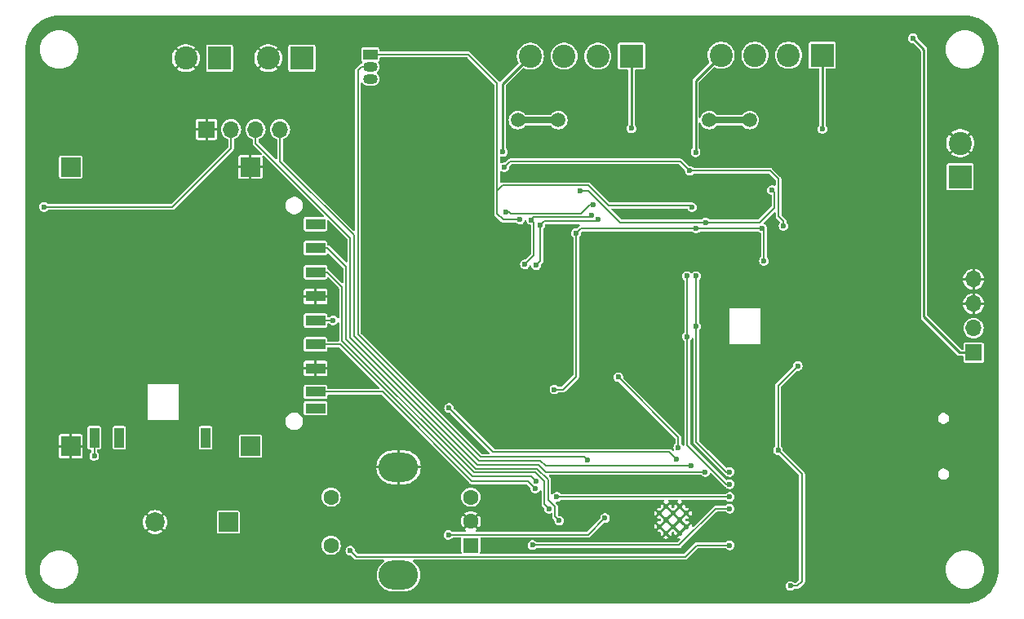
<source format=gbr>
%TF.GenerationSoftware,KiCad,Pcbnew,8.0.8-8.0.8-0~ubuntu22.04.1*%
%TF.CreationDate,2025-03-05T01:13:39-05:00*%
%TF.ProjectId,Electronics V2,456c6563-7472-46f6-9e69-63732056322e,rev?*%
%TF.SameCoordinates,Original*%
%TF.FileFunction,Copper,L2,Bot*%
%TF.FilePolarity,Positive*%
%FSLAX46Y46*%
G04 Gerber Fmt 4.6, Leading zero omitted, Abs format (unit mm)*
G04 Created by KiCad (PCBNEW 8.0.8-8.0.8-0~ubuntu22.04.1) date 2025-03-05 01:13:39*
%MOMM*%
%LPD*%
G01*
G04 APERTURE LIST*
G04 Aperture macros list*
%AMRoundRect*
0 Rectangle with rounded corners*
0 $1 Rounding radius*
0 $2 $3 $4 $5 $6 $7 $8 $9 X,Y pos of 4 corners*
0 Add a 4 corners polygon primitive as box body*
4,1,4,$2,$3,$4,$5,$6,$7,$8,$9,$2,$3,0*
0 Add four circle primitives for the rounded corners*
1,1,$1+$1,$2,$3*
1,1,$1+$1,$4,$5*
1,1,$1+$1,$6,$7*
1,1,$1+$1,$8,$9*
0 Add four rect primitives between the rounded corners*
20,1,$1+$1,$2,$3,$4,$5,0*
20,1,$1+$1,$4,$5,$6,$7,0*
20,1,$1+$1,$6,$7,$8,$9,0*
20,1,$1+$1,$8,$9,$2,$3,0*%
G04 Aperture macros list end*
%TA.AperFunction,ComponentPad*%
%ADD10R,2.400000X2.400000*%
%TD*%
%TA.AperFunction,ComponentPad*%
%ADD11C,2.400000*%
%TD*%
%TA.AperFunction,ComponentPad*%
%ADD12R,1.500000X1.050000*%
%TD*%
%TA.AperFunction,ComponentPad*%
%ADD13O,1.500000X1.050000*%
%TD*%
%TA.AperFunction,ComponentPad*%
%ADD14R,1.700000X1.700000*%
%TD*%
%TA.AperFunction,ComponentPad*%
%ADD15O,1.700000X1.700000*%
%TD*%
%TA.AperFunction,HeatsinkPad*%
%ADD16C,0.600000*%
%TD*%
%TA.AperFunction,ComponentPad*%
%ADD17R,2.000000X2.000000*%
%TD*%
%TA.AperFunction,ComponentPad*%
%ADD18C,2.000000*%
%TD*%
%TA.AperFunction,ComponentPad*%
%ADD19RoundRect,0.250000X0.550000X0.550000X-0.550000X0.550000X-0.550000X-0.550000X0.550000X-0.550000X0*%
%TD*%
%TA.AperFunction,ComponentPad*%
%ADD20C,1.600000*%
%TD*%
%TA.AperFunction,ComponentPad*%
%ADD21O,4.100000X3.000000*%
%TD*%
%TA.AperFunction,SMDPad,CuDef*%
%ADD22R,2.000000X1.100000*%
%TD*%
%TA.AperFunction,SMDPad,CuDef*%
%ADD23R,1.000000X2.000000*%
%TD*%
%TA.AperFunction,SMDPad,CuDef*%
%ADD24R,2.000000X2.000000*%
%TD*%
%TA.AperFunction,ViaPad*%
%ADD25C,1.500000*%
%TD*%
%TA.AperFunction,ViaPad*%
%ADD26C,0.600000*%
%TD*%
%TA.AperFunction,Conductor*%
%ADD27C,0.700000*%
%TD*%
%TA.AperFunction,Conductor*%
%ADD28C,0.200000*%
%TD*%
%TA.AperFunction,Conductor*%
%ADD29C,0.250000*%
%TD*%
G04 APERTURE END LIST*
D10*
%TO.P,J6,1,Pin_1*%
%TO.N,Net-(J6-Pin_1)*%
X119650000Y-73900000D03*
D11*
%TO.P,J6,2,Pin_2*%
%TO.N,GND*%
X116150000Y-73900000D03*
%TD*%
D10*
%TO.P,BT1,1,+*%
%TO.N,Net-(BT1-+)*%
X196500000Y-86230000D03*
D11*
%TO.P,BT1,2,-*%
%TO.N,GND*%
X196500000Y-82730000D03*
%TD*%
D12*
%TO.P,Q1,1,C*%
%TO.N,+5V*%
X135300000Y-73510000D03*
D13*
%TO.P,Q1,2,B*%
%TO.N,/LASER*%
X135300000Y-74780000D03*
%TO.P,Q1,3,E*%
%TO.N,Net-(J6-Pin_1)*%
X135300000Y-76050000D03*
%TD*%
D10*
%TO.P,J7,1,Pin_1*%
%TO.N,Net-(J6-Pin_1)*%
X128200000Y-73900000D03*
D11*
%TO.P,J7,2,Pin_2*%
%TO.N,GND*%
X124700000Y-73900000D03*
%TD*%
D14*
%TO.P,J5,1,Pin_1*%
%TO.N,+5V*%
X197900000Y-104480000D03*
D15*
%TO.P,J5,2,Pin_2*%
%TO.N,+3V3*%
X197900000Y-101940000D03*
%TO.P,J5,3,Pin_3*%
%TO.N,GND*%
X197900000Y-99400000D03*
%TO.P,J5,4,Pin_4*%
X197900000Y-96860000D03*
%TD*%
D10*
%TO.P,J1,1,Pin_1*%
%TO.N,/Motor Driver_L/A2*%
X162400000Y-73700000D03*
D11*
%TO.P,J1,2,Pin_2*%
%TO.N,/Motor Driver_L/A1*%
X158900000Y-73700000D03*
%TO.P,J1,3,Pin_3*%
%TO.N,/Motor Driver_L/B1*%
X155400000Y-73700000D03*
%TO.P,J1,4,Pin_4*%
%TO.N,/Motor Driver_L/B2*%
X151900000Y-73700000D03*
%TD*%
D16*
%TO.P,U3,41,GND*%
%TO.N,GND*%
X168100000Y-122540000D03*
X168100000Y-121140000D03*
X167400000Y-123240000D03*
X167400000Y-121840000D03*
X167400000Y-120440000D03*
X166700000Y-122540000D03*
X166700000Y-121140000D03*
X166000000Y-123240000D03*
X166000000Y-121840000D03*
X166000000Y-120440000D03*
X165300000Y-122540000D03*
X165300000Y-121140000D03*
%TD*%
D17*
%TO.P,BZ1,1,+*%
%TO.N,/BUZZER*%
X120550000Y-122075000D03*
D18*
%TO.P,BZ1,2,-*%
%TO.N,GND*%
X112950000Y-122075000D03*
%TD*%
D19*
%TO.P,SW8,A,A*%
%TO.N,Net-(C27-Pad1)*%
X145725000Y-124475000D03*
D20*
%TO.P,SW8,B,B*%
%TO.N,Net-(C26-Pad1)*%
X145725000Y-119475000D03*
%TO.P,SW8,C,C*%
%TO.N,GND*%
X145725000Y-121975000D03*
D21*
%TO.P,SW8,GND*%
%TO.N,N/C*%
X138225000Y-127575000D03*
D20*
%TO.P,SW8,S1,S1*%
%TO.N,/INCR_BTN*%
X131225000Y-124475000D03*
%TO.P,SW8,S2,S2*%
%TO.N,+3V3*%
X131225000Y-119475000D03*
D21*
%TO.P,SW8,SH*%
%TO.N,GND*%
X138225000Y-116375000D03*
%TD*%
D10*
%TO.P,J2,1,Pin_1*%
%TO.N,/Motor Driver_R/A2*%
X182200000Y-73600000D03*
D11*
%TO.P,J2,2,Pin_2*%
%TO.N,/Motor Driver_R/A1*%
X178700000Y-73600000D03*
%TO.P,J2,3,Pin_3*%
%TO.N,/Motor Driver_R/B1*%
X175200000Y-73600000D03*
%TO.P,J2,4,Pin_4*%
%TO.N,/Motor Driver_R/B2*%
X171700000Y-73600000D03*
%TD*%
D14*
%TO.P,U8,1,GND*%
%TO.N,GND*%
X118300000Y-81300000D03*
D15*
%TO.P,U8,2,VCC*%
%TO.N,+3V3*%
X120840000Y-81300000D03*
%TO.P,U8,3,SCL*%
%TO.N,/SCL*%
X123380000Y-81300000D03*
%TO.P,U8,4,SDA*%
%TO.N,/SDA*%
X125920000Y-81300000D03*
%TD*%
D22*
%TO.P,J3,1,CD/DAT3*%
%TO.N,/CS_SD*%
X129600000Y-93625000D03*
%TO.P,J3,2,CMD*%
%TO.N,/MOSI*%
X129600000Y-96125000D03*
%TO.P,J3,3,VSS*%
%TO.N,GND*%
X129600000Y-98625000D03*
%TO.P,J3,4,VDD*%
%TO.N,+3V3*%
X129600000Y-101125000D03*
%TO.P,J3,5,CLK*%
%TO.N,/SCLK*%
X129600000Y-103625000D03*
%TO.P,J3,6,VSS*%
%TO.N,GND*%
X129600000Y-106125000D03*
%TO.P,J3,7,DAT0*%
%TO.N,/MISO*%
X129600000Y-108550000D03*
%TO.P,J3,8,DAT1*%
%TO.N,unconnected-(J3-DAT1-Pad8)*%
X129600000Y-110250000D03*
%TO.P,J3,9,DAT2*%
%TO.N,unconnected-(J3-DAT2-Pad9)*%
X129600000Y-91125000D03*
D23*
%TO.P,J3,CP*%
%TO.N,N/C*%
X118200000Y-113300000D03*
D24*
%TO.P,J3,SH*%
%TO.N,GND*%
X104200000Y-114200000D03*
%TO.N,N/C*%
X122850000Y-114200000D03*
X104200000Y-85200000D03*
%TO.N,GND*%
X122850000Y-85200000D03*
D23*
%TO.P,J3,SW*%
%TO.N,/SD_DETECT*%
X106650000Y-113300000D03*
%TO.P,J3,WP*%
%TO.N,N/C*%
X109250000Y-113300000D03*
%TD*%
D25*
%TO.N,VBAT*%
X150600000Y-80337500D03*
X170475000Y-80337500D03*
X154812500Y-80337500D03*
X174662500Y-80337500D03*
D26*
%TO.N,GND*%
X176700000Y-86350000D03*
X113062500Y-112387500D03*
X180000000Y-109500000D03*
X166700000Y-88500000D03*
X178100000Y-99000000D03*
X165900000Y-99100000D03*
X184200000Y-85700000D03*
X173812500Y-89937500D03*
X170700000Y-105600000D03*
X180400000Y-91200000D03*
X177800000Y-104100000D03*
X170100000Y-83800000D03*
X116800000Y-108350000D03*
X156350000Y-86350000D03*
X160600000Y-92800000D03*
X163200000Y-83200000D03*
%TO.N,/BUZZER*%
X143400000Y-123400000D03*
X159650000Y-121650000D03*
%TO.N,+3V3*%
X131450000Y-101125000D03*
X178900000Y-128700000D03*
X156650000Y-92075000D03*
X179650000Y-105850000D03*
X176145000Y-94955000D03*
X177600000Y-114600000D03*
X175975000Y-91575000D03*
X154400000Y-108300000D03*
X101450000Y-89350000D03*
X169125000Y-91575000D03*
%TO.N,/BTN_2*%
X161025000Y-107025000D03*
X167250000Y-114350000D03*
%TO.N,/BTN_3*%
X143475000Y-110225000D03*
X167100000Y-115575000D03*
%TO.N,/INCR_BTN*%
X133212500Y-125037500D03*
X172575000Y-124480000D03*
%TO.N,+5V*%
X168675000Y-89375000D03*
X191587500Y-71837500D03*
X150825000Y-90650000D03*
%TO.N,/Motor Driver_L/A2*%
X162400000Y-81200000D03*
%TO.N,/Motor Driver_L/B2*%
X149050000Y-83650000D03*
%TO.N,/Motor Driver_R/B2*%
X169050000Y-83675000D03*
%TO.N,/Motor Driver_R/A2*%
X182200000Y-81250000D03*
%TO.N,/SCLK*%
X152465568Y-117787598D03*
%TO.N,/MISO*%
X152417679Y-118588239D03*
%TO.N,/CS_SD*%
X154900000Y-121925000D03*
%TO.N,/MOSI*%
X153825000Y-120670000D03*
%TO.N,/SCL*%
X169125000Y-96525000D03*
X169125000Y-101750000D03*
X172550000Y-116860000D03*
X170050000Y-116860000D03*
%TO.N,/SDA*%
X168175000Y-102800000D03*
X168175000Y-96525000D03*
X172575000Y-118130000D03*
X168550000Y-116250000D03*
%TO.N,/SD_DETECT*%
X106650000Y-115200000D03*
%TO.N,/INCR_A*%
X172575000Y-120670000D03*
X152125000Y-124450000D03*
%TO.N,/INCR_B*%
X154650000Y-119450000D03*
X172600000Y-119450000D03*
%TO.N,/VREF*%
X157050000Y-87700000D03*
X176975000Y-87600000D03*
X170075000Y-90975000D03*
%TO.N,/~{EN}*%
X168450000Y-85600000D03*
X178175000Y-91325000D03*
X149195557Y-85229443D03*
%TO.N,/SPREAD*%
X158450000Y-89150000D03*
X149325000Y-89850000D03*
%TO.N,/Motor Driver_L/MS1_AD1*%
X158905388Y-90658771D03*
X152500000Y-95400000D03*
X152925000Y-91275000D03*
%TO.N,/LASER*%
X157800000Y-115625000D03*
%TO.N,/Motor Driver_L/MS1_AD0*%
X151337500Y-95312500D03*
X158250000Y-90200000D03*
X151981129Y-90693871D03*
%TD*%
D27*
%TO.N,VBAT*%
X170475000Y-80337500D02*
X174662500Y-80337500D01*
X150600000Y-80337500D02*
X154812500Y-80337500D01*
D28*
%TO.N,/BUZZER*%
X157925000Y-123375000D02*
X159650000Y-121650000D01*
X143425000Y-123375000D02*
X157925000Y-123375000D01*
X143400000Y-123400000D02*
X143425000Y-123375000D01*
%TO.N,+3V3*%
X175975000Y-91575000D02*
X169125000Y-91575000D01*
X176145000Y-91745000D02*
X176145000Y-94955000D01*
X157150000Y-91575000D02*
X169125000Y-91575000D01*
X120840000Y-83260000D02*
X120840000Y-81300000D01*
X177600000Y-107900000D02*
X179650000Y-105850000D01*
X154400000Y-108300000D02*
X155300000Y-108300000D01*
X180100000Y-128200000D02*
X180100000Y-117100000D01*
X178900000Y-128700000D02*
X179600000Y-128700000D01*
X156650000Y-92075000D02*
X157150000Y-91575000D01*
X175975000Y-91575000D02*
X176145000Y-91745000D01*
X155300000Y-108300000D02*
X156650000Y-106950000D01*
X129600000Y-101125000D02*
X131450000Y-101125000D01*
X180100000Y-117100000D02*
X177600000Y-114600000D01*
X179600000Y-128700000D02*
X180100000Y-128200000D01*
X101450000Y-89350000D02*
X114750000Y-89350000D01*
X156650000Y-106950000D02*
X156650000Y-92075000D01*
X114750000Y-89350000D02*
X120840000Y-83260000D01*
X177600000Y-114600000D02*
X177600000Y-107900000D01*
%TO.N,/BTN_2*%
X167250000Y-114350000D02*
X167250000Y-113250000D01*
X167250000Y-113250000D02*
X161025000Y-107025000D01*
%TO.N,/BTN_3*%
X148050000Y-114800000D02*
X143475000Y-110225000D01*
X167100000Y-115575000D02*
X166325000Y-114800000D01*
X166325000Y-114800000D02*
X148050000Y-114800000D01*
%TO.N,/INCR_BTN*%
X167950000Y-125675000D02*
X169145000Y-124480000D01*
X133850000Y-125675000D02*
X167950000Y-125675000D01*
X169145000Y-124480000D02*
X172575000Y-124480000D01*
X133212500Y-125037500D02*
X133850000Y-125675000D01*
X172575000Y-124480000D02*
X172545000Y-124450000D01*
%TO.N,+5V*%
X135300000Y-73510000D02*
X145460000Y-73510000D01*
D29*
X192750000Y-100750000D02*
X196480000Y-104480000D01*
D28*
X149076471Y-90650000D02*
X150825000Y-90650000D01*
D29*
X191587500Y-71837500D02*
X192750000Y-73000000D01*
D28*
X160015686Y-89200000D02*
X157915686Y-87100000D01*
X149050000Y-87100000D02*
X148450000Y-87700000D01*
X145460000Y-73510000D02*
X148450000Y-76500000D01*
X157915686Y-87100000D02*
X149050000Y-87100000D01*
X148450000Y-90023529D02*
X149076471Y-90650000D01*
X168500000Y-89200000D02*
X160015686Y-89200000D01*
D29*
X192750000Y-73000000D02*
X192750000Y-100750000D01*
X196480000Y-104480000D02*
X197900000Y-104480000D01*
D28*
X148450000Y-76500000D02*
X148450000Y-90023529D01*
X168675000Y-89375000D02*
X168500000Y-89200000D01*
X150800000Y-90675000D02*
X150825000Y-90650000D01*
D29*
%TO.N,/Motor Driver_L/A2*%
X162400000Y-81200000D02*
X162400000Y-73700000D01*
%TO.N,/Motor Driver_L/B2*%
X149050000Y-76550000D02*
X151900000Y-73700000D01*
X149050000Y-83650000D02*
X149050000Y-76550000D01*
%TO.N,/Motor Driver_R/B2*%
X169050000Y-76250000D02*
X171700000Y-73600000D01*
X169050000Y-83675000D02*
X169050000Y-76250000D01*
%TO.N,/Motor Driver_R/A2*%
X182200000Y-81250000D02*
X182200000Y-73600000D01*
D28*
%TO.N,/SCLK*%
X132200000Y-103625000D02*
X129600000Y-103625000D01*
X152002970Y-117325000D02*
X145900000Y-117325000D01*
X145900000Y-117325000D02*
X132200000Y-103625000D01*
X152465568Y-117787598D02*
X152002970Y-117325000D01*
%TO.N,/MISO*%
X152417679Y-118588239D02*
X152029440Y-118200000D01*
X151654440Y-117825000D02*
X145825000Y-117825000D01*
X151675000Y-117845560D02*
X151654440Y-117825000D01*
X152026471Y-118200000D02*
X151675000Y-117848529D01*
X152029440Y-118200000D02*
X152026471Y-118200000D01*
X136550000Y-108550000D02*
X129600000Y-108550000D01*
X151675000Y-117848529D02*
X151675000Y-117845560D01*
X145825000Y-117825000D02*
X136550000Y-108550000D01*
%TO.N,/CS_SD*%
X153750000Y-117657815D02*
X152617185Y-116525000D01*
X154475000Y-121500000D02*
X154475000Y-120471471D01*
X154070000Y-120070000D02*
X153750000Y-119750000D01*
X154900000Y-121925000D02*
X154475000Y-121500000D01*
X130850000Y-93625000D02*
X129600000Y-93625000D01*
X132800000Y-95575000D02*
X130850000Y-93625000D01*
X154475000Y-120471471D02*
X154073529Y-120070000D01*
X152617185Y-116525000D02*
X146231372Y-116525000D01*
X146231372Y-116525000D02*
X132800000Y-103093628D01*
X132800000Y-103093628D02*
X132800000Y-95575000D01*
X153750000Y-119750000D02*
X153750000Y-117657815D01*
X154073529Y-120070000D02*
X154070000Y-120070000D01*
%TO.N,/MOSI*%
X132365686Y-103225000D02*
X132365686Y-97665686D01*
X146065686Y-116925000D02*
X132365686Y-103225000D01*
X152451499Y-116925000D02*
X146065686Y-116925000D01*
X153825000Y-120670000D02*
X153350000Y-120195000D01*
X153350000Y-117823501D02*
X152451499Y-116925000D01*
X153350000Y-120195000D02*
X153350000Y-117823501D01*
X132365686Y-97665686D02*
X130825000Y-96125000D01*
X130825000Y-96125000D02*
X129600000Y-96125000D01*
%TO.N,/SCL*%
X123380000Y-82730000D02*
X123380000Y-81300000D01*
X172210000Y-116860000D02*
X169125000Y-113775000D01*
X153507871Y-116850000D02*
X152782871Y-116125000D01*
X169125000Y-101750000D02*
X169125000Y-96525000D01*
X152782871Y-116125000D02*
X146425000Y-116125000D01*
X170040000Y-116850000D02*
X153507871Y-116850000D01*
X133200000Y-102900000D02*
X133200000Y-92550000D01*
X169125000Y-113775000D02*
X169125000Y-101750000D01*
X146425000Y-116125000D02*
X133200000Y-102900000D01*
X133200000Y-92550000D02*
X123380000Y-82730000D01*
X172550000Y-116860000D02*
X172210000Y-116860000D01*
X170050000Y-116860000D02*
X170040000Y-116850000D01*
%TO.N,/SDA*%
X172575000Y-118130000D02*
X172230000Y-118130000D01*
X153473557Y-116250000D02*
X152948557Y-115725000D01*
X146590686Y-115725000D02*
X133600000Y-102734314D01*
X172230000Y-118130000D02*
X168175000Y-114075000D01*
X168550000Y-116250000D02*
X153473557Y-116250000D01*
X125920000Y-84604314D02*
X125920000Y-81300000D01*
X152948557Y-115725000D02*
X146590686Y-115725000D01*
X133600000Y-102734314D02*
X133600000Y-92284314D01*
X168175000Y-114075000D02*
X168175000Y-102800000D01*
X133600000Y-92284314D02*
X125920000Y-84604314D01*
X168175000Y-102800000D02*
X168175000Y-96525000D01*
%TO.N,/SD_DETECT*%
X106650000Y-115200000D02*
X106650000Y-113300000D01*
%TO.N,/INCR_A*%
X171125000Y-120675000D02*
X167350000Y-124450000D01*
X172570000Y-120675000D02*
X171125000Y-120675000D01*
X172575000Y-120670000D02*
X172570000Y-120675000D01*
X167350000Y-124450000D02*
X152125000Y-124450000D01*
%TO.N,/INCR_B*%
X154650000Y-119450000D02*
X172600000Y-119450000D01*
%TO.N,/VREF*%
X177250000Y-87875000D02*
X176975000Y-87600000D01*
X175700000Y-90975000D02*
X177250000Y-89425000D01*
X170075000Y-90975000D02*
X175700000Y-90975000D01*
X177250000Y-89425000D02*
X177250000Y-87875000D01*
X157950000Y-87700000D02*
X161225000Y-90975000D01*
X157050000Y-87700000D02*
X157950000Y-87700000D01*
X161225000Y-90975000D02*
X170075000Y-90975000D01*
%TO.N,/~{EN}*%
X178175000Y-91325000D02*
X178175000Y-90825000D01*
X176798529Y-85600000D02*
X168450000Y-85600000D01*
X177650000Y-86451471D02*
X176798529Y-85600000D01*
X168450000Y-85600000D02*
X167475000Y-84625000D01*
X149800000Y-84625000D02*
X149195557Y-85229443D01*
X178175000Y-90825000D02*
X177650000Y-90300000D01*
X167475000Y-84625000D02*
X149800000Y-84625000D01*
X177650000Y-90300000D02*
X177650000Y-86451471D01*
%TO.N,/SPREAD*%
X157175000Y-90025000D02*
X158050000Y-89150000D01*
X149675000Y-89850000D02*
X149875000Y-90050000D01*
X149900000Y-90025000D02*
X157175000Y-90025000D01*
X149875000Y-90050000D02*
X149900000Y-90025000D01*
X149325000Y-89850000D02*
X149675000Y-89850000D01*
X158050000Y-89150000D02*
X158450000Y-89150000D01*
%TO.N,/Motor Driver_L/MS1_AD1*%
X152925000Y-91275000D02*
X152925000Y-94975000D01*
X158739159Y-90825000D02*
X158905388Y-90658771D01*
X152925000Y-94975000D02*
X152500000Y-95400000D01*
X152925000Y-91275000D02*
X153375000Y-90825000D01*
X153375000Y-90825000D02*
X158739159Y-90825000D01*
%TO.N,/LASER*%
X146731372Y-115300000D02*
X134003186Y-102571814D01*
X157800000Y-115625000D02*
X157475000Y-115300000D01*
X134370000Y-74780000D02*
X135300000Y-74780000D01*
X157475000Y-115300000D02*
X146731372Y-115300000D01*
X134003186Y-102571814D02*
X134003186Y-75146814D01*
X134003186Y-75146814D02*
X134370000Y-74780000D01*
%TO.N,/Motor Driver_L/MS1_AD0*%
X158025000Y-90425000D02*
X158250000Y-90200000D01*
X152250000Y-90425000D02*
X158025000Y-90425000D01*
X152250000Y-94400000D02*
X151337500Y-95312500D01*
X152250000Y-90962743D02*
X152250000Y-94400000D01*
X151981129Y-90693871D02*
X151981129Y-90693872D01*
X151981129Y-90693872D02*
X152250000Y-90962743D01*
X151981129Y-90693871D02*
X152250000Y-90425000D01*
%TD*%
%TA.AperFunction,Conductor*%
%TO.N,GND*%
G36*
X167367712Y-84944407D02*
G01*
X167379525Y-84954496D01*
X167919453Y-85494424D01*
X167947230Y-85548941D01*
X167947442Y-85578515D01*
X167944353Y-85600002D01*
X167964834Y-85742456D01*
X168024622Y-85873371D01*
X168024623Y-85873373D01*
X168077736Y-85934669D01*
X168118873Y-85982144D01*
X168118875Y-85982145D01*
X168239947Y-86059953D01*
X168346403Y-86091211D01*
X168378035Y-86100499D01*
X168378036Y-86100499D01*
X168378039Y-86100500D01*
X168378041Y-86100500D01*
X168521959Y-86100500D01*
X168521961Y-86100500D01*
X168660053Y-86059953D01*
X168781128Y-85982143D01*
X168822264Y-85934668D01*
X168874660Y-85903073D01*
X168897083Y-85900500D01*
X176633050Y-85900500D01*
X176691241Y-85919407D01*
X176703054Y-85929496D01*
X177320504Y-86546946D01*
X177348281Y-86601463D01*
X177349500Y-86616950D01*
X177349500Y-87064425D01*
X177330593Y-87122616D01*
X177281093Y-87158580D01*
X177219907Y-87158580D01*
X177196979Y-87147711D01*
X177185056Y-87140049D01*
X177185053Y-87140047D01*
X177185050Y-87140046D01*
X177046964Y-87099500D01*
X177046961Y-87099500D01*
X176903039Y-87099500D01*
X176903035Y-87099500D01*
X176764949Y-87140046D01*
X176764942Y-87140049D01*
X176643873Y-87217855D01*
X176549622Y-87326628D01*
X176489834Y-87457543D01*
X176469353Y-87599997D01*
X176469353Y-87600002D01*
X176489834Y-87742456D01*
X176535504Y-87842457D01*
X176549623Y-87873373D01*
X176636271Y-87973371D01*
X176643873Y-87982144D01*
X176725604Y-88034669D01*
X176764947Y-88059953D01*
X176878392Y-88093263D01*
X176928898Y-88127797D01*
X176949460Y-88185424D01*
X176949500Y-88188252D01*
X176949500Y-89259521D01*
X176930593Y-89317712D01*
X176920504Y-89329525D01*
X175604525Y-90645504D01*
X175550008Y-90673281D01*
X175534521Y-90674500D01*
X170522083Y-90674500D01*
X170463892Y-90655593D01*
X170447264Y-90640331D01*
X170406128Y-90592857D01*
X170347615Y-90555253D01*
X170285057Y-90515049D01*
X170285054Y-90515047D01*
X170285053Y-90515047D01*
X170285050Y-90515046D01*
X170146964Y-90474500D01*
X170146961Y-90474500D01*
X170003039Y-90474500D01*
X170003035Y-90474500D01*
X169864949Y-90515046D01*
X169864942Y-90515049D01*
X169743876Y-90592854D01*
X169743871Y-90592858D01*
X169702736Y-90640331D01*
X169650340Y-90671927D01*
X169627917Y-90674500D01*
X161390479Y-90674500D01*
X161332288Y-90655593D01*
X161320475Y-90645504D01*
X160344475Y-89669504D01*
X160316698Y-89614987D01*
X160326269Y-89554555D01*
X160369534Y-89511290D01*
X160414479Y-89500500D01*
X168118468Y-89500500D01*
X168176659Y-89519407D01*
X168208521Y-89558374D01*
X168249621Y-89648370D01*
X168249622Y-89648371D01*
X168249623Y-89648373D01*
X168338091Y-89750471D01*
X168343873Y-89757144D01*
X168423410Y-89808259D01*
X168464947Y-89834953D01*
X168571403Y-89866211D01*
X168603035Y-89875499D01*
X168603036Y-89875499D01*
X168603039Y-89875500D01*
X168603041Y-89875500D01*
X168746959Y-89875500D01*
X168746961Y-89875500D01*
X168885053Y-89834953D01*
X169006128Y-89757143D01*
X169100377Y-89648373D01*
X169160165Y-89517457D01*
X169173692Y-89423373D01*
X169180647Y-89375002D01*
X169180647Y-89374997D01*
X169160165Y-89232543D01*
X169104799Y-89111310D01*
X169100377Y-89101627D01*
X169006128Y-88992857D01*
X169006127Y-88992856D01*
X169006126Y-88992855D01*
X168885057Y-88915049D01*
X168885054Y-88915047D01*
X168885053Y-88915047D01*
X168866298Y-88909540D01*
X168746964Y-88874500D01*
X168746961Y-88874500D01*
X168603039Y-88874500D01*
X168603037Y-88874500D01*
X168556358Y-88888206D01*
X168531551Y-88895490D01*
X168503662Y-88899500D01*
X160181165Y-88899500D01*
X160122974Y-88880593D01*
X160111161Y-88870504D01*
X159106136Y-87865479D01*
X158100197Y-86859540D01*
X158100194Y-86859538D01*
X158031678Y-86819980D01*
X158031674Y-86819978D01*
X157955250Y-86799500D01*
X157955248Y-86799500D01*
X149010438Y-86799500D01*
X149010435Y-86799500D01*
X148934011Y-86819978D01*
X148934007Y-86819980D01*
X148899000Y-86840192D01*
X148839152Y-86852914D01*
X148783256Y-86828028D01*
X148752663Y-86775040D01*
X148750500Y-86754456D01*
X148750500Y-85719673D01*
X148769407Y-85661482D01*
X148818907Y-85625518D01*
X148880093Y-85625518D01*
X148903024Y-85636389D01*
X148985504Y-85689396D01*
X149088619Y-85719673D01*
X149123592Y-85729942D01*
X149123593Y-85729942D01*
X149123596Y-85729943D01*
X149123598Y-85729943D01*
X149267516Y-85729943D01*
X149267518Y-85729943D01*
X149405610Y-85689396D01*
X149526685Y-85611586D01*
X149620934Y-85502816D01*
X149680722Y-85371900D01*
X149688187Y-85319978D01*
X149701204Y-85229445D01*
X149701204Y-85229441D01*
X149698115Y-85207959D01*
X149708548Y-85147670D01*
X149726100Y-85123869D01*
X149895475Y-84954496D01*
X149949992Y-84926719D01*
X149965478Y-84925500D01*
X167309521Y-84925500D01*
X167367712Y-84944407D01*
G37*
%TD.AperFunction*%
%TA.AperFunction,Conductor*%
G36*
X197002421Y-69500619D02*
G01*
X197031158Y-69502030D01*
X197338173Y-69517113D01*
X197347815Y-69518063D01*
X197677915Y-69567029D01*
X197687421Y-69568919D01*
X198011144Y-69650008D01*
X198020415Y-69652820D01*
X198334625Y-69765246D01*
X198343594Y-69768961D01*
X198645263Y-69911640D01*
X198653826Y-69916218D01*
X198940049Y-70087773D01*
X198948127Y-70093171D01*
X199216150Y-70291951D01*
X199223660Y-70298114D01*
X199470921Y-70522218D01*
X199477781Y-70529078D01*
X199603484Y-70667770D01*
X199701885Y-70776339D01*
X199708048Y-70783849D01*
X199906828Y-71051872D01*
X199912226Y-71059950D01*
X200083781Y-71346173D01*
X200088361Y-71354741D01*
X200231036Y-71656402D01*
X200234754Y-71665378D01*
X200347175Y-71979571D01*
X200349995Y-71988868D01*
X200431077Y-72312567D01*
X200432972Y-72322096D01*
X200481934Y-72652170D01*
X200482887Y-72661838D01*
X200499381Y-72997577D01*
X200499500Y-73002435D01*
X200499500Y-126997564D01*
X200499381Y-127002422D01*
X200482887Y-127338161D01*
X200481934Y-127347829D01*
X200432972Y-127677903D01*
X200431077Y-127687432D01*
X200349995Y-128011131D01*
X200347175Y-128020428D01*
X200234754Y-128334621D01*
X200231036Y-128343597D01*
X200088361Y-128645258D01*
X200083781Y-128653826D01*
X199912226Y-128940049D01*
X199906828Y-128948127D01*
X199708048Y-129216150D01*
X199701885Y-129223660D01*
X199477786Y-129470916D01*
X199470916Y-129477786D01*
X199223660Y-129701885D01*
X199216150Y-129708048D01*
X198948127Y-129906828D01*
X198940049Y-129912226D01*
X198653826Y-130083781D01*
X198645258Y-130088361D01*
X198343597Y-130231036D01*
X198334621Y-130234754D01*
X198020428Y-130347175D01*
X198011131Y-130349995D01*
X197687432Y-130431077D01*
X197677903Y-130432972D01*
X197347829Y-130481934D01*
X197338161Y-130482887D01*
X197002422Y-130499381D01*
X196997564Y-130499500D01*
X103002436Y-130499500D01*
X102997578Y-130499381D01*
X102661838Y-130482887D01*
X102652170Y-130481934D01*
X102322096Y-130432972D01*
X102312567Y-130431077D01*
X101988868Y-130349995D01*
X101979571Y-130347175D01*
X101665378Y-130234754D01*
X101656402Y-130231036D01*
X101354741Y-130088361D01*
X101346173Y-130083781D01*
X101059950Y-129912226D01*
X101051872Y-129906828D01*
X100783849Y-129708048D01*
X100776339Y-129701885D01*
X100529083Y-129477786D01*
X100522218Y-129470921D01*
X100298114Y-129223660D01*
X100291951Y-129216150D01*
X100093171Y-128948127D01*
X100087773Y-128940049D01*
X100037545Y-128856249D01*
X99916216Y-128653823D01*
X99911638Y-128645258D01*
X99853234Y-128521774D01*
X99768961Y-128343594D01*
X99765245Y-128334621D01*
X99763136Y-128328726D01*
X99652820Y-128020415D01*
X99650008Y-128011144D01*
X99568919Y-127687421D01*
X99567029Y-127677915D01*
X99518063Y-127347815D01*
X99517113Y-127338173D01*
X99500619Y-127002421D01*
X99500560Y-127000000D01*
X100994390Y-127000000D01*
X101014803Y-127285422D01*
X101014803Y-127285425D01*
X101014804Y-127285428D01*
X101053551Y-127463544D01*
X101075632Y-127565050D01*
X101175633Y-127833162D01*
X101175634Y-127833164D01*
X101277889Y-128020428D01*
X101312774Y-128084315D01*
X101484261Y-128313395D01*
X101686605Y-128515739D01*
X101915685Y-128687226D01*
X102166839Y-128824367D01*
X102434954Y-128924369D01*
X102714572Y-128985196D01*
X103000000Y-129005610D01*
X103285428Y-128985196D01*
X103565046Y-128924369D01*
X103833161Y-128824367D01*
X104084315Y-128687226D01*
X104313395Y-128515739D01*
X104515739Y-128313395D01*
X104687226Y-128084315D01*
X104824367Y-127833161D01*
X104924369Y-127565046D01*
X104985196Y-127285428D01*
X105005610Y-127000000D01*
X104985196Y-126714572D01*
X104924369Y-126434954D01*
X104824367Y-126166839D01*
X104818442Y-126155989D01*
X104719929Y-125975576D01*
X104687226Y-125915685D01*
X104515739Y-125686605D01*
X104313395Y-125484261D01*
X104308158Y-125480341D01*
X104205930Y-125403814D01*
X104084315Y-125312774D01*
X104084310Y-125312771D01*
X103833164Y-125175634D01*
X103833162Y-125175633D01*
X103565050Y-125075632D01*
X103565046Y-125075631D01*
X103285428Y-125014804D01*
X103285425Y-125014803D01*
X103285422Y-125014803D01*
X103000000Y-124994390D01*
X102714577Y-125014803D01*
X102434949Y-125075632D01*
X102166837Y-125175633D01*
X102166835Y-125175634D01*
X101915689Y-125312771D01*
X101686609Y-125484257D01*
X101484257Y-125686609D01*
X101312771Y-125915689D01*
X101175634Y-126166835D01*
X101175633Y-126166837D01*
X101075632Y-126434949D01*
X101014803Y-126714577D01*
X100994390Y-127000000D01*
X99500560Y-127000000D01*
X99500500Y-126997564D01*
X99500500Y-124474996D01*
X130219659Y-124474996D01*
X130219659Y-124475003D01*
X130238974Y-124671126D01*
X130238975Y-124671129D01*
X130238976Y-124671132D01*
X130287818Y-124832143D01*
X130296187Y-124859730D01*
X130296188Y-124859732D01*
X130344705Y-124950500D01*
X130389090Y-125033538D01*
X130389092Y-125033540D01*
X130389093Y-125033542D01*
X130514112Y-125185878D01*
X130514121Y-125185887D01*
X130666414Y-125310871D01*
X130666462Y-125310910D01*
X130840273Y-125403814D01*
X131028868Y-125461024D01*
X131028870Y-125461024D01*
X131028873Y-125461025D01*
X131224997Y-125480341D01*
X131225000Y-125480341D01*
X131225003Y-125480341D01*
X131421126Y-125461025D01*
X131421127Y-125461024D01*
X131421132Y-125461024D01*
X131609727Y-125403814D01*
X131783538Y-125310910D01*
X131935883Y-125185883D01*
X132057661Y-125037497D01*
X132706853Y-125037497D01*
X132706853Y-125037502D01*
X132727334Y-125179956D01*
X132756036Y-125242803D01*
X132787123Y-125310873D01*
X132867656Y-125403814D01*
X132881373Y-125419644D01*
X133002442Y-125497450D01*
X133002447Y-125497453D01*
X133108903Y-125528711D01*
X133140535Y-125537999D01*
X133140536Y-125537999D01*
X133140539Y-125538000D01*
X133140541Y-125538000D01*
X133247021Y-125538000D01*
X133305212Y-125556907D01*
X133317025Y-125566996D01*
X133609540Y-125859511D01*
X133609539Y-125859511D01*
X133665489Y-125915460D01*
X133734007Y-125955019D01*
X133734011Y-125955021D01*
X133810435Y-125975499D01*
X133810437Y-125975500D01*
X133810438Y-125975500D01*
X133889562Y-125975500D01*
X136675075Y-125975500D01*
X136733266Y-125994407D01*
X136769230Y-126043907D01*
X136769230Y-126105093D01*
X136733266Y-126154593D01*
X136730078Y-126156814D01*
X136728228Y-126158049D01*
X136551379Y-126293750D01*
X136393750Y-126451379D01*
X136258050Y-126628228D01*
X136146595Y-126821272D01*
X136146592Y-126821277D01*
X136061290Y-127027217D01*
X136003595Y-127242539D01*
X136003595Y-127242544D01*
X135974500Y-127463542D01*
X135974500Y-127686457D01*
X136003595Y-127907455D01*
X136003595Y-127907460D01*
X136061290Y-128122782D01*
X136146592Y-128328722D01*
X136146595Y-128328727D01*
X136254569Y-128515742D01*
X136258052Y-128521774D01*
X136393753Y-128698624D01*
X136551376Y-128856247D01*
X136728226Y-128991948D01*
X136824750Y-129047676D01*
X136921272Y-129103404D01*
X136921277Y-129103407D01*
X137057786Y-129159950D01*
X137127219Y-129188710D01*
X137342537Y-129246404D01*
X137563543Y-129275500D01*
X137563544Y-129275500D01*
X138886456Y-129275500D01*
X138886457Y-129275500D01*
X139107463Y-129246404D01*
X139322781Y-129188710D01*
X139452647Y-129134917D01*
X139528722Y-129103407D01*
X139528723Y-129103405D01*
X139528726Y-129103405D01*
X139721774Y-128991948D01*
X139898624Y-128856247D01*
X140056247Y-128698624D01*
X140191948Y-128521774D01*
X140303405Y-128328726D01*
X140307909Y-128317854D01*
X140373112Y-128160438D01*
X140388710Y-128122781D01*
X140446404Y-127907463D01*
X140475500Y-127686457D01*
X140475500Y-127463543D01*
X140446404Y-127242537D01*
X140388710Y-127027219D01*
X140372953Y-126989179D01*
X140303407Y-126821277D01*
X140303404Y-126821272D01*
X140191949Y-126628228D01*
X140191948Y-126628226D01*
X140056247Y-126451376D01*
X139898624Y-126293753D01*
X139882650Y-126281496D01*
X139721771Y-126158049D01*
X139719922Y-126156814D01*
X139719556Y-126156350D01*
X139719203Y-126156079D01*
X139719271Y-126155989D01*
X139682043Y-126108764D01*
X139679642Y-126047626D01*
X139713636Y-125996752D01*
X139771040Y-125975576D01*
X139774925Y-125975500D01*
X167989563Y-125975500D01*
X167989563Y-125975499D01*
X168065989Y-125955021D01*
X168134511Y-125915460D01*
X168190460Y-125859511D01*
X169240475Y-124809496D01*
X169294992Y-124781719D01*
X169310479Y-124780500D01*
X172127917Y-124780500D01*
X172186108Y-124799407D01*
X172202733Y-124814667D01*
X172243872Y-124862143D01*
X172364947Y-124939953D01*
X172471403Y-124971211D01*
X172503035Y-124980499D01*
X172503036Y-124980499D01*
X172503039Y-124980500D01*
X172503041Y-124980500D01*
X172646959Y-124980500D01*
X172646961Y-124980500D01*
X172785053Y-124939953D01*
X172906128Y-124862143D01*
X173000377Y-124753373D01*
X173060165Y-124622457D01*
X173080647Y-124480000D01*
X173079928Y-124475000D01*
X173060165Y-124337543D01*
X173033371Y-124278873D01*
X173000377Y-124206627D01*
X172906128Y-124097857D01*
X172906127Y-124097856D01*
X172906126Y-124097855D01*
X172785057Y-124020049D01*
X172785054Y-124020047D01*
X172785053Y-124020047D01*
X172785050Y-124020046D01*
X172646964Y-123979500D01*
X172646961Y-123979500D01*
X172503039Y-123979500D01*
X172503035Y-123979500D01*
X172364949Y-124020046D01*
X172364942Y-124020049D01*
X172243876Y-124097854D01*
X172243871Y-124097858D01*
X172202736Y-124145331D01*
X172150340Y-124176927D01*
X172127917Y-124179500D01*
X169105435Y-124179500D01*
X169029011Y-124199978D01*
X169029007Y-124199980D01*
X168960491Y-124239538D01*
X167854525Y-125345504D01*
X167800008Y-125373281D01*
X167784521Y-125374500D01*
X146769516Y-125374500D01*
X146711325Y-125355593D01*
X146675361Y-125306093D01*
X146675361Y-125244907D01*
X146676071Y-125242803D01*
X146677793Y-125237882D01*
X146722646Y-125109699D01*
X146725499Y-125079273D01*
X146725500Y-125079273D01*
X146725500Y-124449997D01*
X151619353Y-124449997D01*
X151619353Y-124450002D01*
X151639834Y-124592456D01*
X151675765Y-124671132D01*
X151699623Y-124723373D01*
X151778731Y-124814669D01*
X151793873Y-124832144D01*
X151914942Y-124909950D01*
X151914947Y-124909953D01*
X152017109Y-124939950D01*
X152053035Y-124950499D01*
X152053036Y-124950499D01*
X152053039Y-124950500D01*
X152053041Y-124950500D01*
X152196959Y-124950500D01*
X152196961Y-124950500D01*
X152335053Y-124909953D01*
X152456128Y-124832143D01*
X152497264Y-124784668D01*
X152549660Y-124753073D01*
X152572083Y-124750500D01*
X167389563Y-124750500D01*
X167389563Y-124750499D01*
X167465989Y-124730021D01*
X167534511Y-124690460D01*
X167590460Y-124634511D01*
X171220475Y-121004496D01*
X171274992Y-120976719D01*
X171290479Y-120975500D01*
X172132249Y-120975500D01*
X172190440Y-120994407D01*
X172207065Y-121009666D01*
X172225500Y-121030940D01*
X172243873Y-121052144D01*
X172364942Y-121129950D01*
X172364947Y-121129953D01*
X172466908Y-121159891D01*
X172503035Y-121170499D01*
X172503036Y-121170499D01*
X172503039Y-121170500D01*
X172503041Y-121170500D01*
X172646959Y-121170500D01*
X172646961Y-121170500D01*
X172785053Y-121129953D01*
X172906128Y-121052143D01*
X173000377Y-120943373D01*
X173060165Y-120812457D01*
X173080647Y-120670000D01*
X173079148Y-120659576D01*
X173060165Y-120527543D01*
X173020185Y-120440000D01*
X173000377Y-120396627D01*
X172906128Y-120287857D01*
X172906127Y-120287856D01*
X172906126Y-120287855D01*
X172785057Y-120210049D01*
X172785054Y-120210047D01*
X172785053Y-120210047D01*
X172785050Y-120210046D01*
X172646964Y-120169500D01*
X172646961Y-120169500D01*
X172503039Y-120169500D01*
X172503035Y-120169500D01*
X172364949Y-120210046D01*
X172364942Y-120210049D01*
X172243873Y-120287855D01*
X172223828Y-120310989D01*
X172198402Y-120340331D01*
X172146008Y-120371927D01*
X172123584Y-120374500D01*
X171085435Y-120374500D01*
X171009014Y-120394977D01*
X170996362Y-120402281D01*
X170949149Y-120429540D01*
X170949146Y-120429542D01*
X170940489Y-120434539D01*
X168817672Y-122557355D01*
X168763155Y-122585132D01*
X168702723Y-122575561D01*
X168659458Y-122532296D01*
X168649515Y-122500273D01*
X168635843Y-122396421D01*
X168580423Y-122262626D01*
X168569016Y-122247759D01*
X167107759Y-123709016D01*
X167122626Y-123720423D01*
X167256421Y-123775843D01*
X167360274Y-123789515D01*
X167415499Y-123815856D01*
X167444694Y-123869626D01*
X167436708Y-123930288D01*
X167417356Y-123957671D01*
X167254526Y-124120503D01*
X167200010Y-124148281D01*
X167184522Y-124149500D01*
X152572083Y-124149500D01*
X152513892Y-124130593D01*
X152497264Y-124115331D01*
X152456128Y-124067857D01*
X152423182Y-124046684D01*
X152335057Y-123990049D01*
X152335054Y-123990047D01*
X152335053Y-123990047D01*
X152335050Y-123990046D01*
X152196964Y-123949500D01*
X152196961Y-123949500D01*
X152053039Y-123949500D01*
X152053035Y-123949500D01*
X151914949Y-123990046D01*
X151914942Y-123990049D01*
X151793873Y-124067855D01*
X151699622Y-124176628D01*
X151639834Y-124307543D01*
X151619353Y-124449997D01*
X146725500Y-124449997D01*
X146725500Y-123870727D01*
X146725499Y-123870725D01*
X146724489Y-123859953D01*
X146722646Y-123840301D01*
X146711063Y-123807198D01*
X146709690Y-123746028D01*
X146735332Y-123709015D01*
X165707759Y-123709015D01*
X165722626Y-123720423D01*
X165856423Y-123775843D01*
X165856420Y-123775843D01*
X166000000Y-123794746D01*
X166143579Y-123775843D01*
X166143579Y-123775842D01*
X166277370Y-123720425D01*
X166277375Y-123720422D01*
X166292239Y-123709016D01*
X165999999Y-123416776D01*
X165707759Y-123709015D01*
X146735332Y-123709015D01*
X146744534Y-123695733D01*
X146802285Y-123675525D01*
X146804507Y-123675500D01*
X157964563Y-123675500D01*
X157964563Y-123675499D01*
X158040989Y-123655021D01*
X158109511Y-123615460D01*
X158165460Y-123559511D01*
X158715955Y-123009015D01*
X165007759Y-123009015D01*
X165022626Y-123020423D01*
X165156423Y-123075843D01*
X165156420Y-123075843D01*
X165299998Y-123094745D01*
X165339359Y-123089563D01*
X165399520Y-123100712D01*
X165441638Y-123145093D01*
X165450436Y-123200638D01*
X165445254Y-123239999D01*
X165445254Y-123240000D01*
X165464156Y-123383578D01*
X165519576Y-123517373D01*
X165530983Y-123532239D01*
X165823224Y-123239999D01*
X165803334Y-123220109D01*
X165900000Y-123220109D01*
X165900000Y-123259891D01*
X165915224Y-123296645D01*
X165943355Y-123324776D01*
X165980109Y-123340000D01*
X166019891Y-123340000D01*
X166056645Y-123324776D01*
X166084776Y-123296645D01*
X166100000Y-123259891D01*
X166100000Y-123239999D01*
X166176776Y-123239999D01*
X166469016Y-123532239D01*
X166480422Y-123517375D01*
X166480425Y-123517370D01*
X166535842Y-123383579D01*
X166535843Y-123383579D01*
X166554745Y-123240001D01*
X166549563Y-123200640D01*
X166560712Y-123140479D01*
X166605094Y-123098361D01*
X166660640Y-123089563D01*
X166699999Y-123094745D01*
X166739359Y-123089563D01*
X166799520Y-123100712D01*
X166841638Y-123145093D01*
X166850436Y-123200638D01*
X166845254Y-123239999D01*
X166845254Y-123240000D01*
X166864156Y-123383578D01*
X166919576Y-123517373D01*
X166930983Y-123532239D01*
X167223224Y-123239999D01*
X167203334Y-123220109D01*
X167300000Y-123220109D01*
X167300000Y-123259891D01*
X167315224Y-123296645D01*
X167343355Y-123324776D01*
X167380109Y-123340000D01*
X167419891Y-123340000D01*
X167456645Y-123324776D01*
X167484776Y-123296645D01*
X167500000Y-123259891D01*
X167500000Y-123220109D01*
X167484776Y-123183355D01*
X167456645Y-123155224D01*
X167419891Y-123140000D01*
X167380109Y-123140000D01*
X167343355Y-123155224D01*
X167315224Y-123183355D01*
X167300000Y-123220109D01*
X167203334Y-123220109D01*
X167074768Y-123091543D01*
X166700000Y-122716776D01*
X166325232Y-123091543D01*
X166176776Y-123239999D01*
X166100000Y-123239999D01*
X166100000Y-123220109D01*
X166084776Y-123183355D01*
X166056645Y-123155224D01*
X166019891Y-123140000D01*
X165980109Y-123140000D01*
X165943355Y-123155224D01*
X165915224Y-123183355D01*
X165900000Y-123220109D01*
X165803334Y-123220109D01*
X165674768Y-123091543D01*
X165300000Y-122716776D01*
X165007759Y-123009015D01*
X158715955Y-123009015D01*
X159184971Y-122539999D01*
X164745254Y-122539999D01*
X164745254Y-122540000D01*
X164764156Y-122683578D01*
X164819576Y-122817373D01*
X164830983Y-122832239D01*
X165123223Y-122540000D01*
X165103332Y-122520109D01*
X165200000Y-122520109D01*
X165200000Y-122559891D01*
X165215224Y-122596645D01*
X165243355Y-122624776D01*
X165280109Y-122640000D01*
X165319891Y-122640000D01*
X165356645Y-122624776D01*
X165384776Y-122596645D01*
X165400000Y-122559891D01*
X165400000Y-122539999D01*
X165476776Y-122539999D01*
X165476776Y-122540000D01*
X165625232Y-122688457D01*
X166000000Y-123063224D01*
X166374768Y-122688457D01*
X166523224Y-122540000D01*
X166523224Y-122539999D01*
X166503334Y-122520109D01*
X166600000Y-122520109D01*
X166600000Y-122559891D01*
X166615224Y-122596645D01*
X166643355Y-122624776D01*
X166680109Y-122640000D01*
X166719891Y-122640000D01*
X166756645Y-122624776D01*
X166784776Y-122596645D01*
X166800000Y-122559891D01*
X166800000Y-122539999D01*
X166876776Y-122539999D01*
X166876776Y-122540000D01*
X167025232Y-122688457D01*
X167400000Y-123063224D01*
X167774768Y-122688457D01*
X167923224Y-122540000D01*
X167923224Y-122539999D01*
X167903334Y-122520109D01*
X168000000Y-122520109D01*
X168000000Y-122559891D01*
X168015224Y-122596645D01*
X168043355Y-122624776D01*
X168080109Y-122640000D01*
X168119891Y-122640000D01*
X168156645Y-122624776D01*
X168184776Y-122596645D01*
X168200000Y-122559891D01*
X168200000Y-122520109D01*
X168184776Y-122483355D01*
X168156645Y-122455224D01*
X168119891Y-122440000D01*
X168080109Y-122440000D01*
X168043355Y-122455224D01*
X168015224Y-122483355D01*
X168000000Y-122520109D01*
X167903334Y-122520109D01*
X167774768Y-122391543D01*
X167400000Y-122016776D01*
X167025232Y-122391543D01*
X166876776Y-122539999D01*
X166800000Y-122539999D01*
X166800000Y-122520109D01*
X166784776Y-122483355D01*
X166756645Y-122455224D01*
X166719891Y-122440000D01*
X166680109Y-122440000D01*
X166643355Y-122455224D01*
X166615224Y-122483355D01*
X166600000Y-122520109D01*
X166503334Y-122520109D01*
X166374768Y-122391543D01*
X166000000Y-122016776D01*
X165625232Y-122391543D01*
X165476776Y-122539999D01*
X165400000Y-122539999D01*
X165400000Y-122520109D01*
X165384776Y-122483355D01*
X165356645Y-122455224D01*
X165319891Y-122440000D01*
X165280109Y-122440000D01*
X165243355Y-122455224D01*
X165215224Y-122483355D01*
X165200000Y-122520109D01*
X165103332Y-122520109D01*
X164830982Y-122247759D01*
X164819575Y-122262628D01*
X164819574Y-122262629D01*
X164764157Y-122396420D01*
X164764156Y-122396420D01*
X164745254Y-122539999D01*
X159184971Y-122539999D01*
X159545474Y-122179495D01*
X159599991Y-122151719D01*
X159615478Y-122150500D01*
X159721959Y-122150500D01*
X159721961Y-122150500D01*
X159860053Y-122109953D01*
X159981128Y-122032143D01*
X160075377Y-121923373D01*
X160135165Y-121792457D01*
X160150685Y-121684511D01*
X160155647Y-121650002D01*
X160155647Y-121649997D01*
X160149755Y-121609015D01*
X165007759Y-121609015D01*
X165022626Y-121620423D01*
X165156423Y-121675843D01*
X165156420Y-121675843D01*
X165299998Y-121694745D01*
X165339359Y-121689563D01*
X165399520Y-121700712D01*
X165441638Y-121745093D01*
X165450436Y-121800638D01*
X165445254Y-121839999D01*
X165445254Y-121840000D01*
X165450436Y-121879361D01*
X165439286Y-121939522D01*
X165394904Y-121981639D01*
X165339361Y-121990436D01*
X165300000Y-121985254D01*
X165156420Y-122004156D01*
X165156420Y-122004157D01*
X165022629Y-122059574D01*
X165022628Y-122059575D01*
X165007759Y-122070982D01*
X165300000Y-122363223D01*
X165674768Y-121988457D01*
X165823224Y-121840000D01*
X165823224Y-121839999D01*
X165803334Y-121820109D01*
X165900000Y-121820109D01*
X165900000Y-121859891D01*
X165915224Y-121896645D01*
X165943355Y-121924776D01*
X165980109Y-121940000D01*
X166019891Y-121940000D01*
X166056645Y-121924776D01*
X166084776Y-121896645D01*
X166100000Y-121859891D01*
X166100000Y-121839999D01*
X166176776Y-121839999D01*
X166176776Y-121840000D01*
X166325232Y-121988457D01*
X166700000Y-122363224D01*
X167074768Y-121988457D01*
X167223224Y-121840000D01*
X167223224Y-121839999D01*
X167203334Y-121820109D01*
X167300000Y-121820109D01*
X167300000Y-121859891D01*
X167315224Y-121896645D01*
X167343355Y-121924776D01*
X167380109Y-121940000D01*
X167419891Y-121940000D01*
X167456645Y-121924776D01*
X167484776Y-121896645D01*
X167500000Y-121859891D01*
X167500000Y-121839999D01*
X167576776Y-121839999D01*
X167576776Y-121840000D01*
X167725232Y-121988457D01*
X168099999Y-122363223D01*
X168392239Y-122070983D01*
X168377373Y-122059576D01*
X168243576Y-122004156D01*
X168243579Y-122004156D01*
X168100000Y-121985254D01*
X168099999Y-121985254D01*
X168060638Y-121990436D01*
X168000477Y-121979286D01*
X167958360Y-121934904D01*
X167949563Y-121879359D01*
X167954745Y-121839999D01*
X167949563Y-121800640D01*
X167960712Y-121740479D01*
X168005094Y-121698361D01*
X168060640Y-121689563D01*
X168100001Y-121694745D01*
X168243579Y-121675843D01*
X168243579Y-121675842D01*
X168377370Y-121620425D01*
X168377375Y-121620422D01*
X168392239Y-121609016D01*
X168099999Y-121316776D01*
X167576776Y-121839999D01*
X167500000Y-121839999D01*
X167500000Y-121820109D01*
X167484776Y-121783355D01*
X167456645Y-121755224D01*
X167419891Y-121740000D01*
X167380109Y-121740000D01*
X167343355Y-121755224D01*
X167315224Y-121783355D01*
X167300000Y-121820109D01*
X167203334Y-121820109D01*
X167074768Y-121691543D01*
X166700000Y-121316776D01*
X166325232Y-121691543D01*
X166176776Y-121839999D01*
X166100000Y-121839999D01*
X166100000Y-121820109D01*
X166084776Y-121783355D01*
X166056645Y-121755224D01*
X166019891Y-121740000D01*
X165980109Y-121740000D01*
X165943355Y-121755224D01*
X165915224Y-121783355D01*
X165900000Y-121820109D01*
X165803334Y-121820109D01*
X165674768Y-121691543D01*
X165300000Y-121316776D01*
X165007759Y-121609015D01*
X160149755Y-121609015D01*
X160135165Y-121507543D01*
X160115758Y-121465049D01*
X160075377Y-121376627D01*
X159981128Y-121267857D01*
X159981127Y-121267856D01*
X159981126Y-121267855D01*
X159860057Y-121190049D01*
X159860054Y-121190047D01*
X159860053Y-121190047D01*
X159860050Y-121190046D01*
X159721964Y-121149500D01*
X159721961Y-121149500D01*
X159578039Y-121149500D01*
X159578035Y-121149500D01*
X159439949Y-121190046D01*
X159439942Y-121190049D01*
X159318873Y-121267855D01*
X159224622Y-121376628D01*
X159164834Y-121507543D01*
X159144353Y-121649997D01*
X159144353Y-121650002D01*
X159147441Y-121671482D01*
X159137007Y-121731771D01*
X159119453Y-121755574D01*
X157829525Y-123045504D01*
X157775008Y-123073281D01*
X157759521Y-123074500D01*
X146290636Y-123074500D01*
X146232445Y-123055593D01*
X146196481Y-123006093D01*
X146196481Y-122944907D01*
X146232445Y-122895407D01*
X146243968Y-122888190D01*
X146311165Y-122852272D01*
X146311171Y-122852268D01*
X146373960Y-122800738D01*
X145978952Y-122405730D01*
X146032007Y-122375099D01*
X146125099Y-122282007D01*
X146155730Y-122228952D01*
X146550738Y-122623960D01*
X146602268Y-122561171D01*
X146602272Y-122561165D01*
X146699765Y-122378767D01*
X146699767Y-122378762D01*
X146759808Y-122180836D01*
X146759809Y-122180830D01*
X146780081Y-121975004D01*
X146780081Y-121974995D01*
X146759809Y-121769169D01*
X146759808Y-121769163D01*
X146699767Y-121571237D01*
X146699765Y-121571232D01*
X146602271Y-121388834D01*
X146602265Y-121388824D01*
X146550738Y-121326038D01*
X146155729Y-121721046D01*
X146125099Y-121667993D01*
X146032007Y-121574901D01*
X145978950Y-121544269D01*
X146373960Y-121149260D01*
X146311175Y-121097734D01*
X146311165Y-121097728D01*
X146128767Y-121000234D01*
X146128762Y-121000232D01*
X145930836Y-120940191D01*
X145930830Y-120940190D01*
X145725004Y-120919919D01*
X145724996Y-120919919D01*
X145519169Y-120940190D01*
X145519163Y-120940191D01*
X145321237Y-121000232D01*
X145321232Y-121000234D01*
X145138834Y-121097728D01*
X145138824Y-121097734D01*
X145076038Y-121149260D01*
X145471047Y-121544269D01*
X145417993Y-121574901D01*
X145324901Y-121667993D01*
X145294269Y-121721047D01*
X144899260Y-121326038D01*
X144847734Y-121388824D01*
X144847728Y-121388834D01*
X144750234Y-121571232D01*
X144750232Y-121571237D01*
X144690191Y-121769163D01*
X144690190Y-121769169D01*
X144669919Y-121974995D01*
X144669919Y-121975004D01*
X144690190Y-122180830D01*
X144690191Y-122180836D01*
X144750232Y-122378762D01*
X144750234Y-122378767D01*
X144847728Y-122561165D01*
X144847734Y-122561175D01*
X144899260Y-122623960D01*
X145294269Y-122228950D01*
X145324901Y-122282007D01*
X145417993Y-122375099D01*
X145471046Y-122405729D01*
X145076038Y-122800738D01*
X145138824Y-122852265D01*
X145138834Y-122852271D01*
X145206033Y-122888190D01*
X145248440Y-122932295D01*
X145256823Y-122992903D01*
X145227981Y-123046864D01*
X145172930Y-123073566D01*
X145159365Y-123074500D01*
X143825421Y-123074500D01*
X143767230Y-123055593D01*
X143750601Y-123040330D01*
X143731128Y-123017857D01*
X143731127Y-123017856D01*
X143610057Y-122940049D01*
X143610054Y-122940047D01*
X143610053Y-122940047D01*
X143610050Y-122940046D01*
X143471964Y-122899500D01*
X143471961Y-122899500D01*
X143328039Y-122899500D01*
X143328035Y-122899500D01*
X143189949Y-122940046D01*
X143189942Y-122940049D01*
X143068873Y-123017855D01*
X142974622Y-123126628D01*
X142914834Y-123257543D01*
X142894353Y-123399997D01*
X142894353Y-123400002D01*
X142914834Y-123542456D01*
X142966241Y-123655019D01*
X142974623Y-123673373D01*
X143053248Y-123764112D01*
X143068873Y-123782144D01*
X143159374Y-123840305D01*
X143189947Y-123859953D01*
X143296403Y-123891211D01*
X143328035Y-123900499D01*
X143328036Y-123900499D01*
X143328039Y-123900500D01*
X143328041Y-123900500D01*
X143471959Y-123900500D01*
X143471961Y-123900500D01*
X143610053Y-123859953D01*
X143731128Y-123782143D01*
X143793927Y-123709668D01*
X143846322Y-123678073D01*
X143868746Y-123675500D01*
X144645493Y-123675500D01*
X144703684Y-123694407D01*
X144739648Y-123743907D01*
X144739648Y-123805093D01*
X144738937Y-123807198D01*
X144727355Y-123840296D01*
X144727353Y-123840305D01*
X144724500Y-123870725D01*
X144724500Y-125079274D01*
X144727353Y-125109694D01*
X144727354Y-125109698D01*
X144773929Y-125242803D01*
X144775301Y-125303973D01*
X144740457Y-125354267D01*
X144682705Y-125374475D01*
X144680484Y-125374500D01*
X134015479Y-125374500D01*
X133957288Y-125355593D01*
X133945475Y-125345504D01*
X133743046Y-125143075D01*
X133715269Y-125088558D01*
X133715058Y-125058982D01*
X133718147Y-125037500D01*
X133717577Y-125033538D01*
X133697665Y-124895043D01*
X133681538Y-124859730D01*
X133637877Y-124764127D01*
X133543628Y-124655357D01*
X133543627Y-124655356D01*
X133543626Y-124655355D01*
X133422557Y-124577549D01*
X133422554Y-124577547D01*
X133422553Y-124577547D01*
X133422550Y-124577546D01*
X133284464Y-124537000D01*
X133284461Y-124537000D01*
X133140539Y-124537000D01*
X133140535Y-124537000D01*
X133002449Y-124577546D01*
X133002442Y-124577549D01*
X132881373Y-124655355D01*
X132787122Y-124764128D01*
X132727334Y-124895043D01*
X132706853Y-125037497D01*
X132057661Y-125037497D01*
X132060910Y-125033538D01*
X132153814Y-124859727D01*
X132211024Y-124671132D01*
X132220242Y-124577547D01*
X132230341Y-124475003D01*
X132230341Y-124474996D01*
X132211025Y-124278873D01*
X132211024Y-124278870D01*
X132211024Y-124278868D01*
X132153814Y-124090273D01*
X132060910Y-123916462D01*
X132047810Y-123900500D01*
X131935887Y-123764121D01*
X131935878Y-123764112D01*
X131783542Y-123639093D01*
X131783540Y-123639092D01*
X131783538Y-123639090D01*
X131739329Y-123615460D01*
X131609732Y-123546188D01*
X131609730Y-123546187D01*
X131421129Y-123488975D01*
X131421126Y-123488974D01*
X131225003Y-123469659D01*
X131224997Y-123469659D01*
X131028873Y-123488974D01*
X131028870Y-123488975D01*
X130840269Y-123546187D01*
X130840267Y-123546188D01*
X130666467Y-123639087D01*
X130666457Y-123639093D01*
X130514121Y-123764112D01*
X130514112Y-123764121D01*
X130389093Y-123916457D01*
X130389087Y-123916467D01*
X130296188Y-124090267D01*
X130296187Y-124090269D01*
X130238975Y-124278870D01*
X130238974Y-124278873D01*
X130219659Y-124474996D01*
X99500500Y-124474996D01*
X99500500Y-122074996D01*
X111695225Y-122074996D01*
X111695225Y-122075003D01*
X111714286Y-122292881D01*
X111770897Y-122504157D01*
X111863332Y-122702386D01*
X111979677Y-122868544D01*
X112519269Y-122328951D01*
X112549901Y-122382007D01*
X112642993Y-122475099D01*
X112696046Y-122505729D01*
X112156454Y-123045321D01*
X112322610Y-123161666D01*
X112520842Y-123254102D01*
X112732118Y-123310713D01*
X112949997Y-123329775D01*
X112950003Y-123329775D01*
X113167881Y-123310713D01*
X113379157Y-123254102D01*
X113577386Y-123161667D01*
X113743544Y-123045320D01*
X113203953Y-122505729D01*
X113257007Y-122475099D01*
X113350099Y-122382007D01*
X113380729Y-122328953D01*
X113920320Y-122868544D01*
X114036667Y-122702386D01*
X114129102Y-122504157D01*
X114185713Y-122292881D01*
X114204775Y-122075003D01*
X114204775Y-122074996D01*
X114185713Y-121857118D01*
X114129102Y-121645842D01*
X114036667Y-121447614D01*
X113920321Y-121281454D01*
X113380729Y-121821046D01*
X113350099Y-121767993D01*
X113257007Y-121674901D01*
X113203951Y-121644269D01*
X113743544Y-121104677D01*
X113672959Y-121055253D01*
X119349500Y-121055253D01*
X119349500Y-123094746D01*
X119349501Y-123094758D01*
X119361132Y-123153227D01*
X119361134Y-123153233D01*
X119392810Y-123200638D01*
X119405448Y-123219552D01*
X119471769Y-123263867D01*
X119516231Y-123272711D01*
X119530241Y-123275498D01*
X119530246Y-123275498D01*
X119530252Y-123275500D01*
X119530253Y-123275500D01*
X121569747Y-123275500D01*
X121569748Y-123275500D01*
X121628231Y-123263867D01*
X121694552Y-123219552D01*
X121738867Y-123153231D01*
X121750500Y-123094748D01*
X121750500Y-121055252D01*
X121750494Y-121055224D01*
X121739556Y-121000234D01*
X121738867Y-120996769D01*
X121694552Y-120930448D01*
X121694548Y-120930445D01*
X121628233Y-120886134D01*
X121628231Y-120886133D01*
X121628228Y-120886132D01*
X121628227Y-120886132D01*
X121569758Y-120874501D01*
X121569748Y-120874500D01*
X119530252Y-120874500D01*
X119530251Y-120874500D01*
X119530241Y-120874501D01*
X119471772Y-120886132D01*
X119471766Y-120886134D01*
X119405451Y-120930445D01*
X119405445Y-120930451D01*
X119361134Y-120996766D01*
X119361132Y-120996772D01*
X119349501Y-121055241D01*
X119349500Y-121055253D01*
X113672959Y-121055253D01*
X113577386Y-120988332D01*
X113379157Y-120895897D01*
X113167881Y-120839286D01*
X112950003Y-120820225D01*
X112949997Y-120820225D01*
X112732118Y-120839286D01*
X112520842Y-120895897D01*
X112322614Y-120988332D01*
X112156454Y-121104677D01*
X112696047Y-121644270D01*
X112642993Y-121674901D01*
X112549901Y-121767993D01*
X112519270Y-121821047D01*
X111979677Y-121281454D01*
X111863332Y-121447614D01*
X111770897Y-121645842D01*
X111714286Y-121857118D01*
X111695225Y-122074996D01*
X99500500Y-122074996D01*
X99500500Y-119474996D01*
X130219659Y-119474996D01*
X130219659Y-119475003D01*
X130238974Y-119671126D01*
X130238975Y-119671129D01*
X130238976Y-119671132D01*
X130287818Y-119832143D01*
X130296187Y-119859730D01*
X130296188Y-119859732D01*
X130355653Y-119970982D01*
X130389090Y-120033538D01*
X130389092Y-120033540D01*
X130389093Y-120033542D01*
X130514112Y-120185878D01*
X130514121Y-120185887D01*
X130638372Y-120287857D01*
X130666462Y-120310910D01*
X130794805Y-120379511D01*
X130826819Y-120396623D01*
X130840273Y-120403814D01*
X131028868Y-120461024D01*
X131028870Y-120461024D01*
X131028873Y-120461025D01*
X131224997Y-120480341D01*
X131225000Y-120480341D01*
X131225003Y-120480341D01*
X131421126Y-120461025D01*
X131421127Y-120461024D01*
X131421132Y-120461024D01*
X131609727Y-120403814D01*
X131783538Y-120310910D01*
X131935883Y-120185883D01*
X132060910Y-120033538D01*
X132153814Y-119859727D01*
X132211024Y-119671132D01*
X132215516Y-119625529D01*
X132230341Y-119475003D01*
X132230341Y-119474996D01*
X144719659Y-119474996D01*
X144719659Y-119475003D01*
X144738974Y-119671126D01*
X144738975Y-119671129D01*
X144738976Y-119671132D01*
X144787818Y-119832143D01*
X144796187Y-119859730D01*
X144796188Y-119859732D01*
X144855653Y-119970982D01*
X144889090Y-120033538D01*
X144889092Y-120033540D01*
X144889093Y-120033542D01*
X145014112Y-120185878D01*
X145014121Y-120185887D01*
X145138372Y-120287857D01*
X145166462Y-120310910D01*
X145294805Y-120379511D01*
X145326819Y-120396623D01*
X145340273Y-120403814D01*
X145528868Y-120461024D01*
X145528870Y-120461024D01*
X145528873Y-120461025D01*
X145724997Y-120480341D01*
X145725000Y-120480341D01*
X145725003Y-120480341D01*
X145921126Y-120461025D01*
X145921127Y-120461024D01*
X145921132Y-120461024D01*
X146109727Y-120403814D01*
X146283538Y-120310910D01*
X146435883Y-120185883D01*
X146560910Y-120033538D01*
X146653814Y-119859727D01*
X146711024Y-119671132D01*
X146715516Y-119625529D01*
X146730341Y-119475003D01*
X146730341Y-119474996D01*
X146711025Y-119278873D01*
X146711024Y-119278870D01*
X146711024Y-119278868D01*
X146653814Y-119090273D01*
X146560910Y-118916462D01*
X146560906Y-118916457D01*
X146435887Y-118764121D01*
X146435878Y-118764112D01*
X146283542Y-118639093D01*
X146283540Y-118639092D01*
X146283538Y-118639090D01*
X146242618Y-118617218D01*
X146109732Y-118546188D01*
X146109730Y-118546187D01*
X145921129Y-118488975D01*
X145921126Y-118488974D01*
X145725003Y-118469659D01*
X145724997Y-118469659D01*
X145528873Y-118488974D01*
X145528870Y-118488975D01*
X145340269Y-118546187D01*
X145340267Y-118546188D01*
X145166467Y-118639087D01*
X145166457Y-118639093D01*
X145014121Y-118764112D01*
X145014112Y-118764121D01*
X144889093Y-118916457D01*
X144889087Y-118916467D01*
X144796188Y-119090267D01*
X144796187Y-119090269D01*
X144738975Y-119278870D01*
X144738974Y-119278873D01*
X144719659Y-119474996D01*
X132230341Y-119474996D01*
X132211025Y-119278873D01*
X132211024Y-119278870D01*
X132211024Y-119278868D01*
X132153814Y-119090273D01*
X132060910Y-118916462D01*
X132060906Y-118916457D01*
X131935887Y-118764121D01*
X131935878Y-118764112D01*
X131783542Y-118639093D01*
X131783540Y-118639092D01*
X131783538Y-118639090D01*
X131742618Y-118617218D01*
X131609732Y-118546188D01*
X131609730Y-118546187D01*
X131421129Y-118488975D01*
X131421126Y-118488974D01*
X131225003Y-118469659D01*
X131224997Y-118469659D01*
X131028873Y-118488974D01*
X131028870Y-118488975D01*
X130840269Y-118546187D01*
X130840267Y-118546188D01*
X130666467Y-118639087D01*
X130666457Y-118639093D01*
X130514121Y-118764112D01*
X130514112Y-118764121D01*
X130389093Y-118916457D01*
X130389087Y-118916467D01*
X130296188Y-119090267D01*
X130296187Y-119090269D01*
X130238975Y-119278870D01*
X130238974Y-119278873D01*
X130219659Y-119474996D01*
X99500500Y-119474996D01*
X99500500Y-116249999D01*
X135926356Y-116249999D01*
X135926356Y-116250000D01*
X136680273Y-116250000D01*
X136675000Y-116276509D01*
X136675000Y-116473491D01*
X136680273Y-116500000D01*
X135926356Y-116500000D01*
X135954942Y-116717133D01*
X135954942Y-116717138D01*
X136014315Y-116938718D01*
X136014319Y-116938731D01*
X136102101Y-117150658D01*
X136216808Y-117349337D01*
X136356451Y-117531324D01*
X136518675Y-117693548D01*
X136700662Y-117833191D01*
X136899341Y-117947898D01*
X137111268Y-118035680D01*
X137111281Y-118035684D01*
X137332863Y-118095057D01*
X137560297Y-118124999D01*
X137560300Y-118125000D01*
X138099999Y-118125000D01*
X138100000Y-118124999D01*
X138100000Y-117375000D01*
X138350000Y-117375000D01*
X138350000Y-118124999D01*
X138350001Y-118125000D01*
X138889700Y-118125000D01*
X138889702Y-118124999D01*
X139117133Y-118095057D01*
X139117138Y-118095057D01*
X139338718Y-118035684D01*
X139338731Y-118035680D01*
X139550658Y-117947898D01*
X139749337Y-117833191D01*
X139931324Y-117693548D01*
X140093548Y-117531324D01*
X140233191Y-117349337D01*
X140347898Y-117150658D01*
X140435680Y-116938731D01*
X140435684Y-116938718D01*
X140495057Y-116717138D01*
X140495057Y-116717133D01*
X140523644Y-116500000D01*
X139769727Y-116500000D01*
X139775000Y-116473491D01*
X139775000Y-116276509D01*
X139769727Y-116250000D01*
X140523644Y-116250000D01*
X140523643Y-116249999D01*
X140495057Y-116032866D01*
X140495057Y-116032861D01*
X140435684Y-115811281D01*
X140435680Y-115811268D01*
X140347898Y-115599341D01*
X140233191Y-115400662D01*
X140093548Y-115218675D01*
X139931324Y-115056451D01*
X139749337Y-114916808D01*
X139550658Y-114802101D01*
X139338731Y-114714319D01*
X139338718Y-114714315D01*
X139117136Y-114654942D01*
X138889702Y-114625000D01*
X138350001Y-114625000D01*
X138350000Y-114625001D01*
X138350000Y-115375000D01*
X138100000Y-115375000D01*
X138100000Y-114625001D01*
X138099999Y-114625000D01*
X137560297Y-114625000D01*
X137332866Y-114654942D01*
X137332861Y-114654942D01*
X137111281Y-114714315D01*
X137111268Y-114714319D01*
X136899341Y-114802101D01*
X136700662Y-114916808D01*
X136518675Y-115056451D01*
X136356451Y-115218675D01*
X136216808Y-115400662D01*
X136102101Y-115599341D01*
X136014319Y-115811268D01*
X136014315Y-115811281D01*
X135954942Y-116032861D01*
X135954942Y-116032866D01*
X135926356Y-116249999D01*
X99500500Y-116249999D01*
X99500500Y-114325001D01*
X102950000Y-114325001D01*
X102950000Y-115224624D01*
X102964506Y-115297546D01*
X102964507Y-115297548D01*
X103019758Y-115380237D01*
X103019762Y-115380241D01*
X103102451Y-115435492D01*
X103102453Y-115435493D01*
X103175375Y-115449999D01*
X103175377Y-115450000D01*
X104074999Y-115450000D01*
X104075000Y-115449999D01*
X104075000Y-114325001D01*
X104325000Y-114325001D01*
X104325000Y-115449999D01*
X104325001Y-115450000D01*
X105224623Y-115450000D01*
X105224624Y-115449999D01*
X105297546Y-115435493D01*
X105297548Y-115435492D01*
X105380237Y-115380241D01*
X105380241Y-115380237D01*
X105435492Y-115297548D01*
X105435493Y-115297546D01*
X105449999Y-115224624D01*
X105450000Y-115224622D01*
X105450000Y-114325001D01*
X105449999Y-114325000D01*
X104325001Y-114325000D01*
X104325000Y-114325001D01*
X104075000Y-114325001D01*
X104074999Y-114325000D01*
X102950001Y-114325000D01*
X102950000Y-114325001D01*
X99500500Y-114325001D01*
X99500500Y-113175375D01*
X102950000Y-113175375D01*
X102950000Y-114074999D01*
X102950001Y-114075000D01*
X104074999Y-114075000D01*
X104075000Y-114074999D01*
X104075000Y-112950001D01*
X104325000Y-112950001D01*
X104325000Y-114074999D01*
X104325001Y-114075000D01*
X105449999Y-114075000D01*
X105450000Y-114074999D01*
X105450000Y-113175377D01*
X105449999Y-113175375D01*
X105435493Y-113102453D01*
X105435492Y-113102451D01*
X105380241Y-113019762D01*
X105380237Y-113019758D01*
X105297548Y-112964507D01*
X105297546Y-112964506D01*
X105224624Y-112950000D01*
X104325001Y-112950000D01*
X104325000Y-112950001D01*
X104075000Y-112950001D01*
X104074999Y-112950000D01*
X103175375Y-112950000D01*
X103102453Y-112964506D01*
X103102451Y-112964507D01*
X103019762Y-113019758D01*
X103019758Y-113019762D01*
X102964507Y-113102451D01*
X102964506Y-113102453D01*
X102950000Y-113175375D01*
X99500500Y-113175375D01*
X99500500Y-112280253D01*
X105949500Y-112280253D01*
X105949500Y-114319746D01*
X105949501Y-114319758D01*
X105961132Y-114378227D01*
X105961133Y-114378231D01*
X106005448Y-114444552D01*
X106071769Y-114488867D01*
X106116231Y-114497711D01*
X106130241Y-114500498D01*
X106130246Y-114500498D01*
X106130252Y-114500500D01*
X106250500Y-114500500D01*
X106308691Y-114519407D01*
X106344655Y-114568907D01*
X106349500Y-114599500D01*
X106349500Y-114746105D01*
X106330593Y-114804296D01*
X106323258Y-114812289D01*
X106323509Y-114812506D01*
X106318872Y-114817856D01*
X106318872Y-114817857D01*
X106250915Y-114896283D01*
X106224622Y-114926628D01*
X106164834Y-115057543D01*
X106144353Y-115199997D01*
X106144353Y-115200002D01*
X106164834Y-115342456D01*
X106224622Y-115473371D01*
X106224623Y-115473373D01*
X106318872Y-115582143D01*
X106318873Y-115582144D01*
X106439942Y-115659950D01*
X106439947Y-115659953D01*
X106526650Y-115685411D01*
X106578035Y-115700499D01*
X106578036Y-115700499D01*
X106578039Y-115700500D01*
X106578041Y-115700500D01*
X106721959Y-115700500D01*
X106721961Y-115700500D01*
X106860053Y-115659953D01*
X106981128Y-115582143D01*
X107075377Y-115473373D01*
X107135165Y-115342457D01*
X107155647Y-115200000D01*
X107135165Y-115057543D01*
X107075377Y-114926627D01*
X106981128Y-114817857D01*
X106981127Y-114817856D01*
X106976491Y-114812506D01*
X106978524Y-114810743D01*
X106953067Y-114768505D01*
X106950500Y-114746105D01*
X106950500Y-114599500D01*
X106969407Y-114541309D01*
X107018907Y-114505345D01*
X107049500Y-114500500D01*
X107169747Y-114500500D01*
X107169748Y-114500500D01*
X107228231Y-114488867D01*
X107294552Y-114444552D01*
X107338867Y-114378231D01*
X107350500Y-114319748D01*
X107350500Y-112280253D01*
X108549500Y-112280253D01*
X108549500Y-114319746D01*
X108549501Y-114319758D01*
X108561132Y-114378227D01*
X108561133Y-114378231D01*
X108605448Y-114444552D01*
X108671769Y-114488867D01*
X108716231Y-114497711D01*
X108730241Y-114500498D01*
X108730246Y-114500498D01*
X108730252Y-114500500D01*
X108730253Y-114500500D01*
X109769747Y-114500500D01*
X109769748Y-114500500D01*
X109828231Y-114488867D01*
X109894552Y-114444552D01*
X109938867Y-114378231D01*
X109950500Y-114319748D01*
X109950500Y-112280253D01*
X117499500Y-112280253D01*
X117499500Y-114319746D01*
X117499501Y-114319758D01*
X117511132Y-114378227D01*
X117511133Y-114378231D01*
X117555448Y-114444552D01*
X117621769Y-114488867D01*
X117666231Y-114497711D01*
X117680241Y-114500498D01*
X117680246Y-114500498D01*
X117680252Y-114500500D01*
X117680253Y-114500500D01*
X118719747Y-114500500D01*
X118719748Y-114500500D01*
X118778231Y-114488867D01*
X118844552Y-114444552D01*
X118888867Y-114378231D01*
X118900500Y-114319748D01*
X118900500Y-113180253D01*
X121649500Y-113180253D01*
X121649500Y-115219746D01*
X121649501Y-115219758D01*
X121661132Y-115278227D01*
X121661134Y-115278233D01*
X121704047Y-115342456D01*
X121705448Y-115344552D01*
X121705451Y-115344554D01*
X121758853Y-115380237D01*
X121771769Y-115388867D01*
X121816231Y-115397711D01*
X121830241Y-115400498D01*
X121830246Y-115400498D01*
X121830252Y-115400500D01*
X121830253Y-115400500D01*
X123869747Y-115400500D01*
X123869748Y-115400500D01*
X123928231Y-115388867D01*
X123994552Y-115344552D01*
X124038867Y-115278231D01*
X124050500Y-115219748D01*
X124050500Y-113180252D01*
X124038867Y-113121769D01*
X123994552Y-113055448D01*
X123994548Y-113055445D01*
X123928233Y-113011134D01*
X123928231Y-113011133D01*
X123928228Y-113011132D01*
X123928227Y-113011132D01*
X123869758Y-112999501D01*
X123869748Y-112999500D01*
X121830252Y-112999500D01*
X121830251Y-112999500D01*
X121830241Y-112999501D01*
X121771772Y-113011132D01*
X121771766Y-113011134D01*
X121705451Y-113055445D01*
X121705445Y-113055451D01*
X121661134Y-113121766D01*
X121661132Y-113121772D01*
X121649501Y-113180241D01*
X121649500Y-113180253D01*
X118900500Y-113180253D01*
X118900500Y-112280252D01*
X118888867Y-112221769D01*
X118844552Y-112155448D01*
X118844548Y-112155445D01*
X118778233Y-112111134D01*
X118778231Y-112111133D01*
X118778228Y-112111132D01*
X118778227Y-112111132D01*
X118719758Y-112099501D01*
X118719748Y-112099500D01*
X117680252Y-112099500D01*
X117680251Y-112099500D01*
X117680241Y-112099501D01*
X117621772Y-112111132D01*
X117621766Y-112111134D01*
X117555451Y-112155445D01*
X117555445Y-112155451D01*
X117511134Y-112221766D01*
X117511132Y-112221772D01*
X117499501Y-112280241D01*
X117499500Y-112280253D01*
X109950500Y-112280253D01*
X109950500Y-112280252D01*
X109938867Y-112221769D01*
X109894552Y-112155448D01*
X109894548Y-112155445D01*
X109828233Y-112111134D01*
X109828231Y-112111133D01*
X109828228Y-112111132D01*
X109828227Y-112111132D01*
X109769758Y-112099501D01*
X109769748Y-112099500D01*
X108730252Y-112099500D01*
X108730251Y-112099500D01*
X108730241Y-112099501D01*
X108671772Y-112111132D01*
X108671766Y-112111134D01*
X108605451Y-112155445D01*
X108605445Y-112155451D01*
X108561134Y-112221766D01*
X108561132Y-112221772D01*
X108549501Y-112280241D01*
X108549500Y-112280253D01*
X107350500Y-112280253D01*
X107350500Y-112280252D01*
X107338867Y-112221769D01*
X107294552Y-112155448D01*
X107294548Y-112155445D01*
X107228233Y-112111134D01*
X107228231Y-112111133D01*
X107228228Y-112111132D01*
X107228227Y-112111132D01*
X107169758Y-112099501D01*
X107169748Y-112099500D01*
X106130252Y-112099500D01*
X106130251Y-112099500D01*
X106130241Y-112099501D01*
X106071772Y-112111132D01*
X106071766Y-112111134D01*
X106005451Y-112155445D01*
X106005445Y-112155451D01*
X105961134Y-112221766D01*
X105961132Y-112221772D01*
X105949501Y-112280241D01*
X105949500Y-112280253D01*
X99500500Y-112280253D01*
X99500500Y-111511306D01*
X126499500Y-111511306D01*
X126499500Y-111688693D01*
X126534106Y-111862665D01*
X126534106Y-111862667D01*
X126601985Y-112026544D01*
X126601985Y-112026545D01*
X126688114Y-112155445D01*
X126700536Y-112174035D01*
X126825965Y-112299464D01*
X126973453Y-112398013D01*
X127137334Y-112465894D01*
X127311309Y-112500500D01*
X127311310Y-112500500D01*
X127488690Y-112500500D01*
X127488691Y-112500500D01*
X127662666Y-112465894D01*
X127826547Y-112398013D01*
X127974035Y-112299464D01*
X128099464Y-112174035D01*
X128198013Y-112026547D01*
X128265894Y-111862666D01*
X128300500Y-111688691D01*
X128300500Y-111511309D01*
X128265894Y-111337334D01*
X128198014Y-111173455D01*
X128198014Y-111173454D01*
X128099464Y-111025965D01*
X127974034Y-110900535D01*
X127826544Y-110801985D01*
X127662666Y-110734106D01*
X127488693Y-110699500D01*
X127488691Y-110699500D01*
X127311309Y-110699500D01*
X127311306Y-110699500D01*
X127137334Y-110734106D01*
X127137332Y-110734106D01*
X126973455Y-110801985D01*
X126973454Y-110801985D01*
X126825965Y-110900535D01*
X126700535Y-111025965D01*
X126601985Y-111173454D01*
X126601985Y-111173455D01*
X126534106Y-111337332D01*
X126534106Y-111337334D01*
X126499500Y-111511306D01*
X99500500Y-111511306D01*
X99500500Y-111450000D01*
X112200000Y-111450000D01*
X112200001Y-111450000D01*
X115399999Y-111450000D01*
X115400000Y-111450000D01*
X115400000Y-109680253D01*
X128399500Y-109680253D01*
X128399500Y-110819746D01*
X128399501Y-110819758D01*
X128411132Y-110878227D01*
X128411133Y-110878231D01*
X128455448Y-110944552D01*
X128521769Y-110988867D01*
X128566231Y-110997711D01*
X128580241Y-111000498D01*
X128580246Y-111000498D01*
X128580252Y-111000500D01*
X128580253Y-111000500D01*
X130619747Y-111000500D01*
X130619748Y-111000500D01*
X130678231Y-110988867D01*
X130744552Y-110944552D01*
X130788867Y-110878231D01*
X130800500Y-110819748D01*
X130800500Y-109680252D01*
X130788867Y-109621769D01*
X130744552Y-109555448D01*
X130744548Y-109555445D01*
X130678233Y-109511134D01*
X130678231Y-109511133D01*
X130678228Y-109511132D01*
X130678227Y-109511132D01*
X130619758Y-109499501D01*
X130619748Y-109499500D01*
X128580252Y-109499500D01*
X128580251Y-109499500D01*
X128580241Y-109499501D01*
X128521772Y-109511132D01*
X128521766Y-109511134D01*
X128455451Y-109555445D01*
X128455445Y-109555451D01*
X128411134Y-109621766D01*
X128411132Y-109621772D01*
X128399501Y-109680241D01*
X128399500Y-109680253D01*
X115400000Y-109680253D01*
X115400000Y-107750000D01*
X112200000Y-107750000D01*
X112200000Y-111450000D01*
X99500500Y-111450000D01*
X99500500Y-106250001D01*
X128350000Y-106250001D01*
X128350000Y-106699624D01*
X128364506Y-106772546D01*
X128364507Y-106772548D01*
X128419758Y-106855237D01*
X128419762Y-106855241D01*
X128502451Y-106910492D01*
X128502453Y-106910493D01*
X128575375Y-106924999D01*
X128575377Y-106925000D01*
X129474999Y-106925000D01*
X129475000Y-106924999D01*
X129475000Y-106250001D01*
X129725000Y-106250001D01*
X129725000Y-106924999D01*
X129725001Y-106925000D01*
X130624623Y-106925000D01*
X130624624Y-106924999D01*
X130697546Y-106910493D01*
X130697548Y-106910492D01*
X130780237Y-106855241D01*
X130780241Y-106855237D01*
X130835492Y-106772548D01*
X130835493Y-106772546D01*
X130849999Y-106699624D01*
X130850000Y-106699622D01*
X130850000Y-106250001D01*
X130849999Y-106250000D01*
X129725001Y-106250000D01*
X129725000Y-106250001D01*
X129475000Y-106250001D01*
X129474999Y-106250000D01*
X128350001Y-106250000D01*
X128350000Y-106250001D01*
X99500500Y-106250001D01*
X99500500Y-105550375D01*
X128350000Y-105550375D01*
X128350000Y-105999999D01*
X128350001Y-106000000D01*
X129474999Y-106000000D01*
X129475000Y-105999999D01*
X129475000Y-105325001D01*
X129725000Y-105325001D01*
X129725000Y-105999999D01*
X129725001Y-106000000D01*
X130849999Y-106000000D01*
X130850000Y-105999999D01*
X130850000Y-105550377D01*
X130849999Y-105550375D01*
X130835493Y-105477453D01*
X130835492Y-105477451D01*
X130780241Y-105394762D01*
X130780237Y-105394758D01*
X130697548Y-105339507D01*
X130697546Y-105339506D01*
X130624624Y-105325000D01*
X129725001Y-105325000D01*
X129725000Y-105325001D01*
X129475000Y-105325001D01*
X129474999Y-105325000D01*
X128575375Y-105325000D01*
X128502453Y-105339506D01*
X128502451Y-105339507D01*
X128419762Y-105394758D01*
X128419758Y-105394762D01*
X128364507Y-105477451D01*
X128364506Y-105477453D01*
X128350000Y-105550375D01*
X99500500Y-105550375D01*
X99500500Y-98750001D01*
X128350000Y-98750001D01*
X128350000Y-99199624D01*
X128364506Y-99272546D01*
X128364507Y-99272548D01*
X128419758Y-99355237D01*
X128419762Y-99355241D01*
X128502451Y-99410492D01*
X128502453Y-99410493D01*
X128575375Y-99424999D01*
X128575377Y-99425000D01*
X129474999Y-99425000D01*
X129475000Y-99424999D01*
X129475000Y-98750001D01*
X129725000Y-98750001D01*
X129725000Y-99424999D01*
X129725001Y-99425000D01*
X130624623Y-99425000D01*
X130624624Y-99424999D01*
X130697546Y-99410493D01*
X130697548Y-99410492D01*
X130780237Y-99355241D01*
X130780241Y-99355237D01*
X130835492Y-99272548D01*
X130835493Y-99272546D01*
X130849999Y-99199624D01*
X130850000Y-99199622D01*
X130850000Y-98750001D01*
X130849999Y-98750000D01*
X129725001Y-98750000D01*
X129725000Y-98750001D01*
X129475000Y-98750001D01*
X129474999Y-98750000D01*
X128350001Y-98750000D01*
X128350000Y-98750001D01*
X99500500Y-98750001D01*
X99500500Y-98050375D01*
X128350000Y-98050375D01*
X128350000Y-98499999D01*
X128350001Y-98500000D01*
X129474999Y-98500000D01*
X129475000Y-98499999D01*
X129475000Y-97825001D01*
X129725000Y-97825001D01*
X129725000Y-98499999D01*
X129725001Y-98500000D01*
X130849999Y-98500000D01*
X130850000Y-98499999D01*
X130850000Y-98050377D01*
X130849999Y-98050375D01*
X130835493Y-97977453D01*
X130835492Y-97977451D01*
X130780241Y-97894762D01*
X130780237Y-97894758D01*
X130697548Y-97839507D01*
X130697546Y-97839506D01*
X130624624Y-97825000D01*
X129725001Y-97825000D01*
X129725000Y-97825001D01*
X129475000Y-97825001D01*
X129474999Y-97825000D01*
X128575375Y-97825000D01*
X128502453Y-97839506D01*
X128502451Y-97839507D01*
X128419762Y-97894758D01*
X128419758Y-97894762D01*
X128364507Y-97977451D01*
X128364506Y-97977453D01*
X128350000Y-98050375D01*
X99500500Y-98050375D01*
X99500500Y-89349997D01*
X100944353Y-89349997D01*
X100944353Y-89350002D01*
X100964834Y-89492456D01*
X101018493Y-89609950D01*
X101024623Y-89623373D01*
X101118870Y-89732141D01*
X101118873Y-89732144D01*
X101184057Y-89774035D01*
X101239947Y-89809953D01*
X101346403Y-89841211D01*
X101378035Y-89850499D01*
X101378036Y-89850499D01*
X101378039Y-89850500D01*
X101378041Y-89850500D01*
X101521959Y-89850500D01*
X101521961Y-89850500D01*
X101660053Y-89809953D01*
X101781128Y-89732143D01*
X101822264Y-89684668D01*
X101874660Y-89653073D01*
X101897083Y-89650500D01*
X114789563Y-89650500D01*
X114789563Y-89650499D01*
X114865989Y-89630021D01*
X114934511Y-89590460D01*
X114990460Y-89534511D01*
X115413665Y-89111306D01*
X126499500Y-89111306D01*
X126499500Y-89288693D01*
X126534106Y-89462665D01*
X126534106Y-89462667D01*
X126601985Y-89626544D01*
X126601985Y-89626545D01*
X126691754Y-89760892D01*
X126700536Y-89774035D01*
X126825965Y-89899464D01*
X126973453Y-89998013D01*
X127137334Y-90065894D01*
X127311309Y-90100500D01*
X127311310Y-90100500D01*
X127488690Y-90100500D01*
X127488691Y-90100500D01*
X127662666Y-90065894D01*
X127826547Y-89998013D01*
X127974035Y-89899464D01*
X128099464Y-89774035D01*
X128198013Y-89626547D01*
X128265894Y-89462666D01*
X128300500Y-89288691D01*
X128300500Y-89111309D01*
X128265894Y-88937334D01*
X128198014Y-88773455D01*
X128198014Y-88773454D01*
X128099464Y-88625965D01*
X127974034Y-88500535D01*
X127826544Y-88401985D01*
X127662666Y-88334106D01*
X127488693Y-88299500D01*
X127488691Y-88299500D01*
X127311309Y-88299500D01*
X127311306Y-88299500D01*
X127137334Y-88334106D01*
X127137332Y-88334106D01*
X126973455Y-88401985D01*
X126973454Y-88401985D01*
X126825965Y-88500535D01*
X126700535Y-88625965D01*
X126601985Y-88773454D01*
X126601985Y-88773455D01*
X126534106Y-88937332D01*
X126534106Y-88937334D01*
X126499500Y-89111306D01*
X115413665Y-89111306D01*
X119199970Y-85325001D01*
X121600000Y-85325001D01*
X121600000Y-86224624D01*
X121614506Y-86297546D01*
X121614507Y-86297548D01*
X121669758Y-86380237D01*
X121669762Y-86380241D01*
X121752451Y-86435492D01*
X121752453Y-86435493D01*
X121825375Y-86449999D01*
X121825377Y-86450000D01*
X122724999Y-86450000D01*
X122725000Y-86449999D01*
X122725000Y-85325001D01*
X122975000Y-85325001D01*
X122975000Y-86449999D01*
X122975001Y-86450000D01*
X123874623Y-86450000D01*
X123874624Y-86449999D01*
X123947546Y-86435493D01*
X123947548Y-86435492D01*
X124030237Y-86380241D01*
X124030241Y-86380237D01*
X124085492Y-86297548D01*
X124085493Y-86297546D01*
X124099999Y-86224624D01*
X124100000Y-86224622D01*
X124100000Y-85325001D01*
X124099999Y-85325000D01*
X122975001Y-85325000D01*
X122975000Y-85325001D01*
X122725000Y-85325001D01*
X122724999Y-85325000D01*
X121600001Y-85325000D01*
X121600000Y-85325001D01*
X119199970Y-85325001D01*
X120349596Y-84175375D01*
X121600000Y-84175375D01*
X121600000Y-85074999D01*
X121600001Y-85075000D01*
X122724999Y-85075000D01*
X122725000Y-85074999D01*
X122725000Y-83950001D01*
X122724999Y-83950000D01*
X121825375Y-83950000D01*
X121752453Y-83964506D01*
X121752451Y-83964507D01*
X121669762Y-84019758D01*
X121669758Y-84019762D01*
X121614507Y-84102451D01*
X121614506Y-84102453D01*
X121600000Y-84175375D01*
X120349596Y-84175375D01*
X121080460Y-83444511D01*
X121105219Y-83401627D01*
X121120020Y-83375992D01*
X121120020Y-83375990D01*
X121120022Y-83375988D01*
X121140500Y-83299562D01*
X121140500Y-83220438D01*
X121140500Y-82380037D01*
X121159407Y-82321846D01*
X121208907Y-82285882D01*
X121210739Y-82285307D01*
X121243954Y-82275232D01*
X121426450Y-82177685D01*
X121586410Y-82046410D01*
X121717685Y-81886450D01*
X121815232Y-81703954D01*
X121875300Y-81505934D01*
X121875301Y-81505929D01*
X121895583Y-81300003D01*
X121895583Y-81299996D01*
X122324417Y-81299996D01*
X122324417Y-81300003D01*
X122344698Y-81505929D01*
X122344699Y-81505934D01*
X122404768Y-81703954D01*
X122502316Y-81886452D01*
X122626283Y-82037506D01*
X122633590Y-82046410D01*
X122633595Y-82046414D01*
X122793547Y-82177683D01*
X122793548Y-82177683D01*
X122793550Y-82177685D01*
X122976046Y-82275232D01*
X123009237Y-82285300D01*
X123059434Y-82320284D01*
X123079481Y-82378092D01*
X123079500Y-82380037D01*
X123079500Y-82769564D01*
X123099978Y-82845988D01*
X123099980Y-82845992D01*
X123135074Y-82906776D01*
X123139540Y-82914511D01*
X124018851Y-83793822D01*
X124046627Y-83848337D01*
X124037056Y-83908769D01*
X123993791Y-83952034D01*
X123933359Y-83961605D01*
X123929532Y-83960922D01*
X123874626Y-83950000D01*
X122975001Y-83950000D01*
X122975000Y-83950001D01*
X122975000Y-85074999D01*
X122975001Y-85075000D01*
X124099999Y-85075000D01*
X124100000Y-85074999D01*
X124100000Y-84175377D01*
X124099999Y-84175367D01*
X124089078Y-84120469D01*
X124096268Y-84059707D01*
X124137800Y-84014777D01*
X124197809Y-84002839D01*
X124253375Y-84028454D01*
X124256153Y-84031124D01*
X127347645Y-87122616D01*
X130430525Y-90205496D01*
X130458302Y-90260013D01*
X130448731Y-90320445D01*
X130405466Y-90363710D01*
X130360521Y-90374500D01*
X128580252Y-90374500D01*
X128580251Y-90374500D01*
X128580241Y-90374501D01*
X128521772Y-90386132D01*
X128521766Y-90386134D01*
X128455451Y-90430445D01*
X128455445Y-90430451D01*
X128411134Y-90496766D01*
X128411132Y-90496772D01*
X128399501Y-90555241D01*
X128399500Y-90555253D01*
X128399500Y-91694746D01*
X128399501Y-91694758D01*
X128411132Y-91753227D01*
X128411134Y-91753233D01*
X128443471Y-91801628D01*
X128455448Y-91819552D01*
X128521769Y-91863867D01*
X128566231Y-91872711D01*
X128580241Y-91875498D01*
X128580246Y-91875498D01*
X128580252Y-91875500D01*
X128580253Y-91875500D01*
X130619747Y-91875500D01*
X130619748Y-91875500D01*
X130678231Y-91863867D01*
X130744552Y-91819552D01*
X130788867Y-91753231D01*
X130800500Y-91694748D01*
X130800500Y-90814479D01*
X130819407Y-90756288D01*
X130868907Y-90720324D01*
X130930093Y-90720324D01*
X130969504Y-90744475D01*
X132870504Y-92645475D01*
X132898281Y-92699992D01*
X132899500Y-92715479D01*
X132899500Y-95010521D01*
X132880593Y-95068712D01*
X132831093Y-95104676D01*
X132769907Y-95104676D01*
X132730496Y-95080525D01*
X131884491Y-94234520D01*
X131034511Y-93384540D01*
X131034508Y-93384538D01*
X130965992Y-93344980D01*
X130965988Y-93344978D01*
X130889565Y-93324500D01*
X130886577Y-93324107D01*
X130884628Y-93323177D01*
X130883294Y-93322820D01*
X130883360Y-93322572D01*
X130831352Y-93297765D01*
X130802158Y-93243994D01*
X130800500Y-93225954D01*
X130800500Y-93055253D01*
X130800498Y-93055241D01*
X130797711Y-93041231D01*
X130788867Y-92996769D01*
X130744552Y-92930448D01*
X130744548Y-92930445D01*
X130678233Y-92886134D01*
X130678231Y-92886133D01*
X130678228Y-92886132D01*
X130678227Y-92886132D01*
X130619758Y-92874501D01*
X130619748Y-92874500D01*
X128580252Y-92874500D01*
X128580251Y-92874500D01*
X128580241Y-92874501D01*
X128521772Y-92886132D01*
X128521766Y-92886134D01*
X128455451Y-92930445D01*
X128455445Y-92930451D01*
X128411134Y-92996766D01*
X128411132Y-92996772D01*
X128399501Y-93055241D01*
X128399500Y-93055253D01*
X128399500Y-94194746D01*
X128399501Y-94194758D01*
X128403401Y-94214361D01*
X128411133Y-94253231D01*
X128455448Y-94319552D01*
X128521769Y-94363867D01*
X128566231Y-94372711D01*
X128580241Y-94375498D01*
X128580246Y-94375498D01*
X128580252Y-94375500D01*
X128580253Y-94375500D01*
X130619747Y-94375500D01*
X130619748Y-94375500D01*
X130678231Y-94363867D01*
X130744552Y-94319552D01*
X130788867Y-94253231D01*
X130796599Y-94214358D01*
X130826495Y-94160977D01*
X130882060Y-94135361D01*
X130942070Y-94147298D01*
X130963700Y-94163671D01*
X132470504Y-95670475D01*
X132498281Y-95724992D01*
X132499500Y-95740479D01*
X132499500Y-97135521D01*
X132480593Y-97193712D01*
X132431093Y-97229676D01*
X132369907Y-97229676D01*
X132330496Y-97205525D01*
X131677964Y-96552993D01*
X131009511Y-95884540D01*
X131009508Y-95884538D01*
X130993853Y-95875499D01*
X130993853Y-95875500D01*
X130940989Y-95844979D01*
X130940988Y-95844978D01*
X130940987Y-95844978D01*
X130873876Y-95826995D01*
X130822562Y-95793671D01*
X130800636Y-95736549D01*
X130800500Y-95731369D01*
X130800500Y-95555253D01*
X130800498Y-95555241D01*
X130797711Y-95541231D01*
X130788867Y-95496769D01*
X130744552Y-95430448D01*
X130725158Y-95417489D01*
X130678233Y-95386134D01*
X130678231Y-95386133D01*
X130678228Y-95386132D01*
X130678227Y-95386132D01*
X130619758Y-95374501D01*
X130619748Y-95374500D01*
X128580252Y-95374500D01*
X128580251Y-95374500D01*
X128580241Y-95374501D01*
X128521772Y-95386132D01*
X128521766Y-95386134D01*
X128455451Y-95430445D01*
X128455445Y-95430451D01*
X128411134Y-95496766D01*
X128411132Y-95496772D01*
X128399501Y-95555241D01*
X128399500Y-95555253D01*
X128399500Y-96694746D01*
X128399501Y-96694758D01*
X128411132Y-96753227D01*
X128411134Y-96753233D01*
X128455445Y-96819548D01*
X128455448Y-96819552D01*
X128521769Y-96863867D01*
X128566231Y-96872711D01*
X128580241Y-96875498D01*
X128580246Y-96875498D01*
X128580252Y-96875500D01*
X128580253Y-96875500D01*
X130619747Y-96875500D01*
X130619748Y-96875500D01*
X130678231Y-96863867D01*
X130744552Y-96819552D01*
X130788867Y-96753231D01*
X130792451Y-96735211D01*
X130822346Y-96681830D01*
X130877911Y-96656213D01*
X130937921Y-96668150D01*
X130959552Y-96684523D01*
X132036190Y-97761161D01*
X132063967Y-97815678D01*
X132065186Y-97831165D01*
X132065186Y-100812155D01*
X132046279Y-100870346D01*
X131996779Y-100906310D01*
X131935593Y-100906310D01*
X131886093Y-100870346D01*
X131876133Y-100853282D01*
X131875378Y-100851628D01*
X131781126Y-100742855D01*
X131660057Y-100665049D01*
X131660054Y-100665047D01*
X131660053Y-100665047D01*
X131660050Y-100665046D01*
X131521964Y-100624500D01*
X131521961Y-100624500D01*
X131378039Y-100624500D01*
X131378035Y-100624500D01*
X131239949Y-100665046D01*
X131239942Y-100665049D01*
X131118876Y-100742854D01*
X131118871Y-100742858D01*
X131077736Y-100790331D01*
X131025340Y-100821927D01*
X131002917Y-100824500D01*
X130899500Y-100824500D01*
X130841309Y-100805593D01*
X130805345Y-100756093D01*
X130800500Y-100725500D01*
X130800500Y-100555253D01*
X130800498Y-100555241D01*
X130797711Y-100541231D01*
X130788867Y-100496769D01*
X130744552Y-100430448D01*
X130744548Y-100430445D01*
X130678233Y-100386134D01*
X130678231Y-100386133D01*
X130678228Y-100386132D01*
X130678227Y-100386132D01*
X130619758Y-100374501D01*
X130619748Y-100374500D01*
X128580252Y-100374500D01*
X128580251Y-100374500D01*
X128580241Y-100374501D01*
X128521772Y-100386132D01*
X128521766Y-100386134D01*
X128455451Y-100430445D01*
X128455445Y-100430451D01*
X128411134Y-100496766D01*
X128411132Y-100496772D01*
X128399501Y-100555241D01*
X128399500Y-100555253D01*
X128399500Y-101694746D01*
X128399501Y-101694758D01*
X128411132Y-101753227D01*
X128411133Y-101753231D01*
X128455448Y-101819552D01*
X128521769Y-101863867D01*
X128566231Y-101872711D01*
X128580241Y-101875498D01*
X128580246Y-101875498D01*
X128580252Y-101875500D01*
X128580253Y-101875500D01*
X130619747Y-101875500D01*
X130619748Y-101875500D01*
X130678231Y-101863867D01*
X130744552Y-101819552D01*
X130788867Y-101753231D01*
X130800500Y-101694748D01*
X130800500Y-101524500D01*
X130819407Y-101466309D01*
X130868907Y-101430345D01*
X130899500Y-101425500D01*
X131002917Y-101425500D01*
X131061108Y-101444407D01*
X131077733Y-101459667D01*
X131118872Y-101507143D01*
X131239947Y-101584953D01*
X131346403Y-101616211D01*
X131378035Y-101625499D01*
X131378036Y-101625499D01*
X131378039Y-101625500D01*
X131378041Y-101625500D01*
X131521959Y-101625500D01*
X131521961Y-101625500D01*
X131660053Y-101584953D01*
X131781128Y-101507143D01*
X131875377Y-101398373D01*
X131876131Y-101396720D01*
X131877158Y-101395601D01*
X131879205Y-101392417D01*
X131879755Y-101392771D01*
X131917502Y-101351642D01*
X131977468Y-101339489D01*
X132033125Y-101364904D01*
X132063214Y-101418180D01*
X132065186Y-101437844D01*
X132065186Y-103225500D01*
X132046279Y-103283691D01*
X131996779Y-103319655D01*
X131966186Y-103324500D01*
X130899500Y-103324500D01*
X130841309Y-103305593D01*
X130805345Y-103256093D01*
X130800500Y-103225500D01*
X130800500Y-103055253D01*
X130800498Y-103055241D01*
X130797010Y-103037708D01*
X130788867Y-102996769D01*
X130744552Y-102930448D01*
X130744548Y-102930445D01*
X130678233Y-102886134D01*
X130678231Y-102886133D01*
X130678228Y-102886132D01*
X130678227Y-102886132D01*
X130619758Y-102874501D01*
X130619748Y-102874500D01*
X128580252Y-102874500D01*
X128580251Y-102874500D01*
X128580241Y-102874501D01*
X128521772Y-102886132D01*
X128521766Y-102886134D01*
X128455451Y-102930445D01*
X128455445Y-102930451D01*
X128411134Y-102996766D01*
X128411132Y-102996772D01*
X128399501Y-103055241D01*
X128399500Y-103055253D01*
X128399500Y-104194746D01*
X128399501Y-104194758D01*
X128411132Y-104253227D01*
X128411133Y-104253231D01*
X128455448Y-104319552D01*
X128521769Y-104363867D01*
X128566231Y-104372711D01*
X128580241Y-104375498D01*
X128580246Y-104375498D01*
X128580252Y-104375500D01*
X128580253Y-104375500D01*
X130619747Y-104375500D01*
X130619748Y-104375500D01*
X130678231Y-104363867D01*
X130744552Y-104319552D01*
X130788867Y-104253231D01*
X130800500Y-104194748D01*
X130800500Y-104024500D01*
X130819407Y-103966309D01*
X130868907Y-103930345D01*
X130899500Y-103925500D01*
X132034521Y-103925500D01*
X132092712Y-103944407D01*
X132104525Y-103954496D01*
X136230525Y-108080496D01*
X136258302Y-108135013D01*
X136248731Y-108195445D01*
X136205466Y-108238710D01*
X136160521Y-108249500D01*
X130899500Y-108249500D01*
X130841309Y-108230593D01*
X130805345Y-108181093D01*
X130800500Y-108150500D01*
X130800500Y-107980253D01*
X130800498Y-107980241D01*
X130797532Y-107965331D01*
X130788867Y-107921769D01*
X130744552Y-107855448D01*
X130744548Y-107855445D01*
X130678233Y-107811134D01*
X130678231Y-107811133D01*
X130678228Y-107811132D01*
X130678227Y-107811132D01*
X130619758Y-107799501D01*
X130619748Y-107799500D01*
X128580252Y-107799500D01*
X128580251Y-107799500D01*
X128580241Y-107799501D01*
X128521772Y-107811132D01*
X128521766Y-107811134D01*
X128455451Y-107855445D01*
X128455445Y-107855451D01*
X128411134Y-107921766D01*
X128411132Y-107921772D01*
X128399501Y-107980241D01*
X128399500Y-107980253D01*
X128399500Y-109119746D01*
X128399501Y-109119758D01*
X128411132Y-109178227D01*
X128411133Y-109178231D01*
X128455448Y-109244552D01*
X128521769Y-109288867D01*
X128566231Y-109297711D01*
X128580241Y-109300498D01*
X128580246Y-109300498D01*
X128580252Y-109300500D01*
X128580253Y-109300500D01*
X130619747Y-109300500D01*
X130619748Y-109300500D01*
X130678231Y-109288867D01*
X130744552Y-109244552D01*
X130788867Y-109178231D01*
X130800500Y-109119748D01*
X130800500Y-108949500D01*
X130819407Y-108891309D01*
X130868907Y-108855345D01*
X130899500Y-108850500D01*
X136384521Y-108850500D01*
X136442712Y-108869407D01*
X136454525Y-108879496D01*
X145640489Y-118065460D01*
X145640491Y-118065461D01*
X145640492Y-118065462D01*
X145640493Y-118065463D01*
X145709008Y-118105020D01*
X145709006Y-118105020D01*
X145709010Y-118105021D01*
X145709012Y-118105022D01*
X145785438Y-118125500D01*
X145864562Y-118125500D01*
X151485992Y-118125500D01*
X151544183Y-118144407D01*
X151555996Y-118154496D01*
X151786011Y-118384511D01*
X151786010Y-118384511D01*
X151818102Y-118416602D01*
X151841960Y-118440460D01*
X151841963Y-118440462D01*
X151847111Y-118444412D01*
X151846719Y-118444922D01*
X151858200Y-118453731D01*
X151887132Y-118482663D01*
X151914909Y-118537180D01*
X151915121Y-118566754D01*
X151912032Y-118588241D01*
X151932513Y-118730695D01*
X151960383Y-118791721D01*
X151992302Y-118861612D01*
X152039834Y-118916467D01*
X152086552Y-118970383D01*
X152207621Y-119048189D01*
X152207626Y-119048192D01*
X152314082Y-119079450D01*
X152345714Y-119088738D01*
X152345715Y-119088738D01*
X152345718Y-119088739D01*
X152345720Y-119088739D01*
X152489638Y-119088739D01*
X152489640Y-119088739D01*
X152627732Y-119048192D01*
X152748807Y-118970382D01*
X152843056Y-118861612D01*
X152860447Y-118823530D01*
X152901818Y-118778454D01*
X152961785Y-118766303D01*
X153017441Y-118791721D01*
X153047528Y-118844997D01*
X153049500Y-118864658D01*
X153049500Y-120234564D01*
X153069977Y-120310985D01*
X153069978Y-120310987D01*
X153069979Y-120310989D01*
X153103760Y-120369500D01*
X153106647Y-120374500D01*
X153109540Y-120379511D01*
X153294453Y-120564425D01*
X153322230Y-120618941D01*
X153322441Y-120648514D01*
X153319354Y-120669997D01*
X153319353Y-120670002D01*
X153339834Y-120812456D01*
X153377941Y-120895897D01*
X153399623Y-120943373D01*
X153475500Y-121030940D01*
X153493873Y-121052144D01*
X153614942Y-121129950D01*
X153614947Y-121129953D01*
X153716908Y-121159891D01*
X153753035Y-121170499D01*
X153753036Y-121170499D01*
X153753039Y-121170500D01*
X153753041Y-121170500D01*
X153896959Y-121170500D01*
X153896961Y-121170500D01*
X154035053Y-121129953D01*
X154035053Y-121129952D01*
X154041847Y-121127958D01*
X154042258Y-121129359D01*
X154095152Y-121123286D01*
X154148432Y-121153369D01*
X154173854Y-121209023D01*
X154174500Y-121220316D01*
X154174500Y-121539564D01*
X154194977Y-121615985D01*
X154194981Y-121615993D01*
X154214613Y-121649999D01*
X154214614Y-121649999D01*
X154234538Y-121684509D01*
X154234540Y-121684511D01*
X154369453Y-121819425D01*
X154397230Y-121873941D01*
X154397441Y-121903514D01*
X154394354Y-121924997D01*
X154394353Y-121925002D01*
X154414834Y-122067456D01*
X154453343Y-122151777D01*
X154474623Y-122198373D01*
X154517416Y-122247759D01*
X154568873Y-122307144D01*
X154680321Y-122378767D01*
X154689947Y-122384953D01*
X154796403Y-122416211D01*
X154828035Y-122425499D01*
X154828036Y-122425499D01*
X154828039Y-122425500D01*
X154828041Y-122425500D01*
X154971959Y-122425500D01*
X154971961Y-122425500D01*
X155110053Y-122384953D01*
X155231128Y-122307143D01*
X155325377Y-122198373D01*
X155385165Y-122067457D01*
X155398459Y-121974995D01*
X155405647Y-121925002D01*
X155405647Y-121924997D01*
X155385165Y-121782543D01*
X155378520Y-121767993D01*
X155325377Y-121651627D01*
X155231128Y-121542857D01*
X155231127Y-121542856D01*
X155231126Y-121542855D01*
X155110057Y-121465049D01*
X155110054Y-121465047D01*
X155110053Y-121465047D01*
X155110050Y-121465046D01*
X154971964Y-121424500D01*
X154971961Y-121424500D01*
X154874500Y-121424500D01*
X154816309Y-121405593D01*
X154780345Y-121356093D01*
X154775500Y-121325500D01*
X154775500Y-121139999D01*
X164745254Y-121139999D01*
X164745254Y-121140000D01*
X164764156Y-121283578D01*
X164819576Y-121417373D01*
X164830983Y-121432239D01*
X165123223Y-121140000D01*
X165103332Y-121120109D01*
X165200000Y-121120109D01*
X165200000Y-121159891D01*
X165215224Y-121196645D01*
X165243355Y-121224776D01*
X165280109Y-121240000D01*
X165319891Y-121240000D01*
X165356645Y-121224776D01*
X165384776Y-121196645D01*
X165400000Y-121159891D01*
X165400000Y-121139999D01*
X165476776Y-121139999D01*
X165476776Y-121140000D01*
X165625232Y-121288457D01*
X166000000Y-121663224D01*
X166374768Y-121288457D01*
X166523224Y-121140000D01*
X166523224Y-121139999D01*
X166503334Y-121120109D01*
X166600000Y-121120109D01*
X166600000Y-121159891D01*
X166615224Y-121196645D01*
X166643355Y-121224776D01*
X166680109Y-121240000D01*
X166719891Y-121240000D01*
X166756645Y-121224776D01*
X166784776Y-121196645D01*
X166800000Y-121159891D01*
X166800000Y-121139999D01*
X166876776Y-121139999D01*
X166876776Y-121140000D01*
X167025232Y-121288457D01*
X167400000Y-121663224D01*
X167774768Y-121288457D01*
X167923224Y-121140000D01*
X167923224Y-121139999D01*
X167903334Y-121120109D01*
X168000000Y-121120109D01*
X168000000Y-121159891D01*
X168015224Y-121196645D01*
X168043355Y-121224776D01*
X168080109Y-121240000D01*
X168119891Y-121240000D01*
X168156645Y-121224776D01*
X168184776Y-121196645D01*
X168200000Y-121159891D01*
X168200000Y-121139999D01*
X168276776Y-121139999D01*
X168569016Y-121432239D01*
X168580422Y-121417375D01*
X168580425Y-121417370D01*
X168635842Y-121283579D01*
X168635843Y-121283579D01*
X168654746Y-121140000D01*
X168654746Y-121139999D01*
X168635843Y-120996421D01*
X168580423Y-120862626D01*
X168569015Y-120847759D01*
X168276776Y-121139999D01*
X168200000Y-121139999D01*
X168200000Y-121120109D01*
X168184776Y-121083355D01*
X168156645Y-121055224D01*
X168119891Y-121040000D01*
X168080109Y-121040000D01*
X168043355Y-121055224D01*
X168015224Y-121083355D01*
X168000000Y-121120109D01*
X167903334Y-121120109D01*
X167774768Y-120991543D01*
X167400000Y-120616776D01*
X167025232Y-120991543D01*
X166876776Y-121139999D01*
X166800000Y-121139999D01*
X166800000Y-121120109D01*
X166784776Y-121083355D01*
X166756645Y-121055224D01*
X166719891Y-121040000D01*
X166680109Y-121040000D01*
X166643355Y-121055224D01*
X166615224Y-121083355D01*
X166600000Y-121120109D01*
X166503334Y-121120109D01*
X166374768Y-120991543D01*
X166000000Y-120616776D01*
X165625232Y-120991543D01*
X165476776Y-121139999D01*
X165400000Y-121139999D01*
X165400000Y-121120109D01*
X165384776Y-121083355D01*
X165356645Y-121055224D01*
X165319891Y-121040000D01*
X165280109Y-121040000D01*
X165243355Y-121055224D01*
X165215224Y-121083355D01*
X165200000Y-121120109D01*
X165103332Y-121120109D01*
X164830982Y-120847759D01*
X164819575Y-120862628D01*
X164819574Y-120862629D01*
X164764157Y-120996420D01*
X164764156Y-120996420D01*
X164745254Y-121139999D01*
X154775500Y-121139999D01*
X154775500Y-120670982D01*
X165007759Y-120670982D01*
X165300000Y-120963223D01*
X165674768Y-120588457D01*
X165823223Y-120440000D01*
X165803332Y-120420109D01*
X165900000Y-120420109D01*
X165900000Y-120459891D01*
X165915224Y-120496645D01*
X165943355Y-120524776D01*
X165980109Y-120540000D01*
X166019891Y-120540000D01*
X166056645Y-120524776D01*
X166084776Y-120496645D01*
X166100000Y-120459891D01*
X166100000Y-120439999D01*
X166176776Y-120439999D01*
X166176776Y-120440000D01*
X166325232Y-120588457D01*
X166700000Y-120963224D01*
X167074768Y-120588457D01*
X167223223Y-120440000D01*
X167203332Y-120420109D01*
X167300000Y-120420109D01*
X167300000Y-120459891D01*
X167315224Y-120496645D01*
X167343355Y-120524776D01*
X167380109Y-120540000D01*
X167419891Y-120540000D01*
X167456645Y-120524776D01*
X167484776Y-120496645D01*
X167500000Y-120459891D01*
X167500000Y-120439999D01*
X167576776Y-120439999D01*
X167576776Y-120440000D01*
X167725232Y-120588457D01*
X168099999Y-120963223D01*
X168392239Y-120670983D01*
X168377373Y-120659576D01*
X168243576Y-120604156D01*
X168243579Y-120604156D01*
X168100000Y-120585254D01*
X168099999Y-120585254D01*
X168060638Y-120590436D01*
X168000477Y-120579286D01*
X167958360Y-120534904D01*
X167949563Y-120479359D01*
X167954745Y-120439998D01*
X167935843Y-120296421D01*
X167880423Y-120162626D01*
X167869015Y-120147759D01*
X167576776Y-120439999D01*
X167500000Y-120439999D01*
X167500000Y-120420109D01*
X167484776Y-120383355D01*
X167456645Y-120355224D01*
X167419891Y-120340000D01*
X167380109Y-120340000D01*
X167343355Y-120355224D01*
X167315224Y-120383355D01*
X167300000Y-120420109D01*
X167203332Y-120420109D01*
X166930982Y-120147759D01*
X166919575Y-120162628D01*
X166919574Y-120162629D01*
X166864157Y-120296420D01*
X166864156Y-120296420D01*
X166845254Y-120439999D01*
X166845254Y-120440000D01*
X166850436Y-120479361D01*
X166839286Y-120539522D01*
X166794904Y-120581639D01*
X166739361Y-120590436D01*
X166700000Y-120585254D01*
X166699999Y-120585254D01*
X166660638Y-120590436D01*
X166600477Y-120579286D01*
X166558360Y-120534904D01*
X166549563Y-120479359D01*
X166554745Y-120439998D01*
X166535843Y-120296421D01*
X166480423Y-120162626D01*
X166469015Y-120147759D01*
X166176776Y-120439999D01*
X166100000Y-120439999D01*
X166100000Y-120420109D01*
X166084776Y-120383355D01*
X166056645Y-120355224D01*
X166019891Y-120340000D01*
X165980109Y-120340000D01*
X165943355Y-120355224D01*
X165915224Y-120383355D01*
X165900000Y-120420109D01*
X165803332Y-120420109D01*
X165530982Y-120147759D01*
X165519575Y-120162628D01*
X165519574Y-120162629D01*
X165464157Y-120296420D01*
X165464156Y-120296420D01*
X165445254Y-120439999D01*
X165445254Y-120440000D01*
X165450436Y-120479361D01*
X165439286Y-120539522D01*
X165394904Y-120581639D01*
X165339361Y-120590436D01*
X165300000Y-120585254D01*
X165156420Y-120604156D01*
X165156420Y-120604157D01*
X165022629Y-120659574D01*
X165022628Y-120659575D01*
X165007759Y-120670982D01*
X154775500Y-120670982D01*
X154775500Y-120431908D01*
X154766046Y-120396625D01*
X154766045Y-120396623D01*
X154755024Y-120355489D01*
X154755023Y-120355486D01*
X154755022Y-120355485D01*
X154755022Y-120355483D01*
X154715460Y-120286960D01*
X154548001Y-120119501D01*
X154520226Y-120064987D01*
X154529797Y-120004555D01*
X154573062Y-119961290D01*
X154618007Y-119950500D01*
X154721959Y-119950500D01*
X154721961Y-119950500D01*
X154860053Y-119909953D01*
X154981128Y-119832143D01*
X155022264Y-119784668D01*
X155074660Y-119753073D01*
X155097083Y-119750500D01*
X165729674Y-119750500D01*
X165787865Y-119769407D01*
X165823829Y-119818907D01*
X165823829Y-119880093D01*
X165787865Y-119929593D01*
X165767559Y-119940964D01*
X165722629Y-119959574D01*
X165722628Y-119959575D01*
X165707759Y-119970982D01*
X166000000Y-120263223D01*
X166292239Y-119970983D01*
X166277373Y-119959576D01*
X166232439Y-119940964D01*
X166185914Y-119901227D01*
X166171630Y-119841733D01*
X166195045Y-119785205D01*
X166247214Y-119753235D01*
X166270325Y-119750500D01*
X167129674Y-119750500D01*
X167187865Y-119769407D01*
X167223829Y-119818907D01*
X167223829Y-119880093D01*
X167187865Y-119929593D01*
X167167559Y-119940964D01*
X167122629Y-119959574D01*
X167122628Y-119959575D01*
X167107759Y-119970982D01*
X167400000Y-120263223D01*
X167692239Y-119970983D01*
X167677373Y-119959576D01*
X167632439Y-119940964D01*
X167585914Y-119901227D01*
X167571630Y-119841733D01*
X167595045Y-119785205D01*
X167647214Y-119753235D01*
X167670325Y-119750500D01*
X172152917Y-119750500D01*
X172211108Y-119769407D01*
X172227733Y-119784667D01*
X172268872Y-119832143D01*
X172389947Y-119909953D01*
X172495562Y-119940964D01*
X172528035Y-119950499D01*
X172528036Y-119950499D01*
X172528039Y-119950500D01*
X172528041Y-119950500D01*
X172671959Y-119950500D01*
X172671961Y-119950500D01*
X172810053Y-119909953D01*
X172931128Y-119832143D01*
X173025377Y-119723373D01*
X173085165Y-119592457D01*
X173105647Y-119450000D01*
X173085165Y-119307543D01*
X173025377Y-119176627D01*
X172931128Y-119067857D01*
X172931127Y-119067856D01*
X172931126Y-119067855D01*
X172810057Y-118990049D01*
X172810054Y-118990047D01*
X172810053Y-118990047D01*
X172810050Y-118990046D01*
X172671964Y-118949500D01*
X172671961Y-118949500D01*
X172528039Y-118949500D01*
X172528035Y-118949500D01*
X172389949Y-118990046D01*
X172389942Y-118990049D01*
X172268876Y-119067854D01*
X172268873Y-119067856D01*
X172268872Y-119067857D01*
X172230496Y-119112146D01*
X172227736Y-119115331D01*
X172175340Y-119146927D01*
X172152917Y-119149500D01*
X155097083Y-119149500D01*
X155038892Y-119130593D01*
X155022264Y-119115331D01*
X154981128Y-119067857D01*
X154948182Y-119046684D01*
X154860057Y-118990049D01*
X154860054Y-118990047D01*
X154860053Y-118990047D01*
X154860050Y-118990046D01*
X154721964Y-118949500D01*
X154721961Y-118949500D01*
X154578039Y-118949500D01*
X154578035Y-118949500D01*
X154439949Y-118990046D01*
X154439942Y-118990049D01*
X154318872Y-119067856D01*
X154318870Y-119067858D01*
X154224319Y-119176977D01*
X154171924Y-119208573D01*
X154110963Y-119203337D01*
X154064722Y-119163270D01*
X154050500Y-119112146D01*
X154050500Y-117618252D01*
X154050499Y-117618250D01*
X154049971Y-117616281D01*
X154030021Y-117541826D01*
X153990460Y-117473304D01*
X153934511Y-117417354D01*
X153934511Y-117417355D01*
X153836660Y-117319504D01*
X153808883Y-117264987D01*
X153818454Y-117204555D01*
X153861719Y-117161290D01*
X153906664Y-117150500D01*
X169594251Y-117150500D01*
X169652442Y-117169407D01*
X169669070Y-117184669D01*
X169718870Y-117242141D01*
X169718872Y-117242143D01*
X169812221Y-117302135D01*
X169839947Y-117319953D01*
X169940021Y-117349337D01*
X169978035Y-117360499D01*
X169978036Y-117360499D01*
X169978039Y-117360500D01*
X169978041Y-117360500D01*
X170121959Y-117360500D01*
X170121961Y-117360500D01*
X170260053Y-117319953D01*
X170381128Y-117242143D01*
X170475377Y-117133373D01*
X170520551Y-117034454D01*
X170561922Y-116989379D01*
X170621889Y-116977228D01*
X170677545Y-117002646D01*
X170680608Y-117005579D01*
X171989540Y-118314511D01*
X171989539Y-118314511D01*
X172045486Y-118370457D01*
X172045489Y-118370460D01*
X172114011Y-118410021D01*
X172138575Y-118416603D01*
X172187770Y-118447398D01*
X172207060Y-118469659D01*
X172243871Y-118512142D01*
X172243872Y-118512143D01*
X172328848Y-118566754D01*
X172364947Y-118589953D01*
X172471403Y-118621211D01*
X172503035Y-118630499D01*
X172503036Y-118630499D01*
X172503039Y-118630500D01*
X172503041Y-118630500D01*
X172646959Y-118630500D01*
X172646961Y-118630500D01*
X172785053Y-118589953D01*
X172906128Y-118512143D01*
X173000377Y-118403373D01*
X173060165Y-118272457D01*
X173080647Y-118130000D01*
X173079928Y-118125000D01*
X173060165Y-117987543D01*
X173042093Y-117947972D01*
X173000377Y-117856627D01*
X172906128Y-117747857D01*
X172906127Y-117747856D01*
X172906126Y-117747855D01*
X172785057Y-117670049D01*
X172785054Y-117670047D01*
X172785053Y-117670047D01*
X172785050Y-117670046D01*
X172646964Y-117629500D01*
X172646961Y-117629500D01*
X172503039Y-117629500D01*
X172503035Y-117629500D01*
X172364948Y-117670046D01*
X172328613Y-117693397D01*
X172269437Y-117708950D01*
X172212421Y-117686751D01*
X172205087Y-117680116D01*
X168504496Y-113979525D01*
X168476719Y-113925008D01*
X168475500Y-113909521D01*
X168475500Y-103253893D01*
X168494407Y-103195702D01*
X168501741Y-103187711D01*
X168501491Y-103187494D01*
X168600377Y-103073373D01*
X168600378Y-103073371D01*
X168635447Y-102996582D01*
X168676819Y-102951504D01*
X168736785Y-102939353D01*
X168792441Y-102964771D01*
X168822528Y-103018048D01*
X168824500Y-103037708D01*
X168824500Y-113814564D01*
X168844977Y-113890985D01*
X168844979Y-113890990D01*
X168875877Y-113944507D01*
X168875878Y-113944508D01*
X168884540Y-113959511D01*
X171969540Y-117044511D01*
X171969539Y-117044511D01*
X172025486Y-117100457D01*
X172025489Y-117100460D01*
X172094011Y-117140021D01*
X172112062Y-117144857D01*
X172161258Y-117175653D01*
X172186302Y-117204555D01*
X172218871Y-117242142D01*
X172218872Y-117242143D01*
X172312221Y-117302135D01*
X172339947Y-117319953D01*
X172440021Y-117349337D01*
X172478035Y-117360499D01*
X172478036Y-117360499D01*
X172478039Y-117360500D01*
X172478041Y-117360500D01*
X172621959Y-117360500D01*
X172621961Y-117360500D01*
X172760053Y-117319953D01*
X172881128Y-117242143D01*
X172975377Y-117133373D01*
X173035165Y-117002457D01*
X173047669Y-116915489D01*
X173055647Y-116860002D01*
X173055647Y-116859997D01*
X173035165Y-116717543D01*
X172975377Y-116586628D01*
X172975377Y-116586627D01*
X172881128Y-116477857D01*
X172881127Y-116477856D01*
X172881126Y-116477855D01*
X172760057Y-116400049D01*
X172760054Y-116400047D01*
X172760053Y-116400047D01*
X172760050Y-116400046D01*
X172621964Y-116359500D01*
X172621961Y-116359500D01*
X172478039Y-116359500D01*
X172478035Y-116359500D01*
X172339948Y-116400046D01*
X172306657Y-116421441D01*
X172247482Y-116436994D01*
X172190466Y-116414795D01*
X172183131Y-116408160D01*
X170374968Y-114599997D01*
X177094353Y-114599997D01*
X177094353Y-114600002D01*
X177114834Y-114742456D01*
X177160534Y-114842523D01*
X177174623Y-114873373D01*
X177247495Y-114957472D01*
X177268873Y-114982144D01*
X177386197Y-115057543D01*
X177389947Y-115059953D01*
X177496403Y-115091211D01*
X177528035Y-115100499D01*
X177528036Y-115100499D01*
X177528039Y-115100500D01*
X177528041Y-115100500D01*
X177634521Y-115100500D01*
X177692712Y-115119407D01*
X177704525Y-115129496D01*
X179770504Y-117195475D01*
X179798281Y-117249992D01*
X179799500Y-117265479D01*
X179799500Y-128034521D01*
X179780593Y-128092712D01*
X179770504Y-128104525D01*
X179504525Y-128370504D01*
X179450008Y-128398281D01*
X179434521Y-128399500D01*
X179347083Y-128399500D01*
X179288892Y-128380593D01*
X179272264Y-128365331D01*
X179231128Y-128317857D01*
X179198182Y-128296684D01*
X179110057Y-128240049D01*
X179110054Y-128240047D01*
X179110053Y-128240047D01*
X179110050Y-128240046D01*
X178971964Y-128199500D01*
X178971961Y-128199500D01*
X178828039Y-128199500D01*
X178828035Y-128199500D01*
X178689949Y-128240046D01*
X178689942Y-128240049D01*
X178568873Y-128317855D01*
X178474622Y-128426628D01*
X178414834Y-128557543D01*
X178394353Y-128699997D01*
X178394353Y-128700002D01*
X178414834Y-128842456D01*
X178452242Y-128924367D01*
X178474623Y-128973373D01*
X178568870Y-129082141D01*
X178568873Y-129082144D01*
X178689942Y-129159950D01*
X178689947Y-129159953D01*
X178796403Y-129191211D01*
X178828035Y-129200499D01*
X178828036Y-129200499D01*
X178828039Y-129200500D01*
X178828041Y-129200500D01*
X178971959Y-129200500D01*
X178971961Y-129200500D01*
X179110053Y-129159953D01*
X179231128Y-129082143D01*
X179272264Y-129034668D01*
X179324660Y-129003073D01*
X179347083Y-129000500D01*
X179639563Y-129000500D01*
X179639563Y-129000499D01*
X179715989Y-128980021D01*
X179784511Y-128940460D01*
X179840460Y-128884511D01*
X180340460Y-128384511D01*
X180372670Y-128328722D01*
X180380020Y-128315992D01*
X180380020Y-128315990D01*
X180380022Y-128315988D01*
X180400500Y-128239562D01*
X180400500Y-128160438D01*
X180400500Y-127000000D01*
X194994390Y-127000000D01*
X195014803Y-127285422D01*
X195014803Y-127285425D01*
X195014804Y-127285428D01*
X195053551Y-127463544D01*
X195075632Y-127565050D01*
X195175633Y-127833162D01*
X195175634Y-127833164D01*
X195277889Y-128020428D01*
X195312774Y-128084315D01*
X195484261Y-128313395D01*
X195686605Y-128515739D01*
X195915685Y-128687226D01*
X196166839Y-128824367D01*
X196434954Y-128924369D01*
X196714572Y-128985196D01*
X197000000Y-129005610D01*
X197285428Y-128985196D01*
X197565046Y-128924369D01*
X197833161Y-128824367D01*
X198084315Y-128687226D01*
X198313395Y-128515739D01*
X198515739Y-128313395D01*
X198687226Y-128084315D01*
X198824367Y-127833161D01*
X198924369Y-127565046D01*
X198985196Y-127285428D01*
X199005610Y-127000000D01*
X198985196Y-126714572D01*
X198924369Y-126434954D01*
X198824367Y-126166839D01*
X198818442Y-126155989D01*
X198719929Y-125975576D01*
X198687226Y-125915685D01*
X198515739Y-125686605D01*
X198313395Y-125484261D01*
X198308158Y-125480341D01*
X198205930Y-125403814D01*
X198084315Y-125312774D01*
X198084310Y-125312771D01*
X197833164Y-125175634D01*
X197833162Y-125175633D01*
X197565050Y-125075632D01*
X197565046Y-125075631D01*
X197285428Y-125014804D01*
X197285425Y-125014803D01*
X197285422Y-125014803D01*
X197000000Y-124994390D01*
X196714577Y-125014803D01*
X196434949Y-125075632D01*
X196166837Y-125175633D01*
X196166835Y-125175634D01*
X195915689Y-125312771D01*
X195686609Y-125484257D01*
X195484257Y-125686609D01*
X195312771Y-125915689D01*
X195175634Y-126166835D01*
X195175633Y-126166837D01*
X195075632Y-126434949D01*
X195014803Y-126714577D01*
X194994390Y-127000000D01*
X180400500Y-127000000D01*
X180400500Y-117060438D01*
X180385440Y-117004234D01*
X194194500Y-117004234D01*
X194194500Y-117155766D01*
X194222748Y-117261189D01*
X194233720Y-117302139D01*
X194309481Y-117433360D01*
X194309483Y-117433362D01*
X194309485Y-117433365D01*
X194416635Y-117540515D01*
X194416637Y-117540516D01*
X194416639Y-117540518D01*
X194547861Y-117616279D01*
X194547859Y-117616279D01*
X194547863Y-117616280D01*
X194547865Y-117616281D01*
X194694234Y-117655500D01*
X194694236Y-117655500D01*
X194845764Y-117655500D01*
X194845766Y-117655500D01*
X194992135Y-117616281D01*
X194992137Y-117616279D01*
X194992139Y-117616279D01*
X195123360Y-117540518D01*
X195123360Y-117540517D01*
X195123365Y-117540515D01*
X195230515Y-117433365D01*
X195230518Y-117433360D01*
X195306279Y-117302139D01*
X195306279Y-117302137D01*
X195306281Y-117302135D01*
X195345500Y-117155766D01*
X195345500Y-117004234D01*
X195306281Y-116857865D01*
X195306279Y-116857862D01*
X195306279Y-116857860D01*
X195230518Y-116726639D01*
X195230516Y-116726637D01*
X195230515Y-116726635D01*
X195123365Y-116619485D01*
X195123362Y-116619483D01*
X195123360Y-116619481D01*
X194992138Y-116543720D01*
X194992140Y-116543720D01*
X194935347Y-116528503D01*
X194845766Y-116504500D01*
X194694234Y-116504500D01*
X194604652Y-116528503D01*
X194547860Y-116543720D01*
X194416639Y-116619481D01*
X194309481Y-116726639D01*
X194233720Y-116857860D01*
X194233147Y-116860000D01*
X194194500Y-117004234D01*
X180385440Y-117004234D01*
X180380021Y-116984011D01*
X180340460Y-116915489D01*
X180284511Y-116859539D01*
X180284511Y-116859540D01*
X178130546Y-114705575D01*
X178102769Y-114651058D01*
X178102558Y-114621482D01*
X178105647Y-114600000D01*
X178105575Y-114599500D01*
X178085165Y-114457543D01*
X178036051Y-114350000D01*
X178025377Y-114326627D01*
X177931128Y-114217857D01*
X177931127Y-114217856D01*
X177926491Y-114212506D01*
X177928524Y-114210743D01*
X177903067Y-114168505D01*
X177900500Y-114146105D01*
X177900500Y-111224234D01*
X194194500Y-111224234D01*
X194194500Y-111375766D01*
X194214391Y-111450000D01*
X194233720Y-111522139D01*
X194309481Y-111653360D01*
X194309483Y-111653362D01*
X194309485Y-111653365D01*
X194416635Y-111760515D01*
X194416637Y-111760516D01*
X194416639Y-111760518D01*
X194547861Y-111836279D01*
X194547859Y-111836279D01*
X194547863Y-111836280D01*
X194547865Y-111836281D01*
X194694234Y-111875500D01*
X194694236Y-111875500D01*
X194845764Y-111875500D01*
X194845766Y-111875500D01*
X194992135Y-111836281D01*
X194992137Y-111836279D01*
X194992139Y-111836279D01*
X195123360Y-111760518D01*
X195123360Y-111760517D01*
X195123365Y-111760515D01*
X195230515Y-111653365D01*
X195306281Y-111522135D01*
X195345500Y-111375766D01*
X195345500Y-111224234D01*
X195306281Y-111077865D01*
X195306279Y-111077862D01*
X195306279Y-111077860D01*
X195230518Y-110946639D01*
X195230516Y-110946637D01*
X195230515Y-110946635D01*
X195123365Y-110839485D01*
X195123362Y-110839483D01*
X195123360Y-110839481D01*
X194992138Y-110763720D01*
X194992140Y-110763720D01*
X194935347Y-110748503D01*
X194845766Y-110724500D01*
X194694234Y-110724500D01*
X194604652Y-110748503D01*
X194547860Y-110763720D01*
X194416639Y-110839481D01*
X194309481Y-110946639D01*
X194233720Y-111077860D01*
X194233719Y-111077865D01*
X194194500Y-111224234D01*
X177900500Y-111224234D01*
X177900500Y-108065478D01*
X177919407Y-108007287D01*
X177929490Y-107995480D01*
X179545474Y-106379495D01*
X179599991Y-106351719D01*
X179615478Y-106350500D01*
X179721959Y-106350500D01*
X179721961Y-106350500D01*
X179860053Y-106309953D01*
X179981128Y-106232143D01*
X180075377Y-106123373D01*
X180135165Y-105992457D01*
X180145506Y-105920534D01*
X180155647Y-105850002D01*
X180155647Y-105849997D01*
X180135165Y-105707543D01*
X180075377Y-105576628D01*
X180075377Y-105576627D01*
X179981128Y-105467857D01*
X179981127Y-105467856D01*
X179981126Y-105467855D01*
X179860057Y-105390049D01*
X179860054Y-105390047D01*
X179860053Y-105390047D01*
X179860050Y-105390046D01*
X179721964Y-105349500D01*
X179721961Y-105349500D01*
X179578039Y-105349500D01*
X179578035Y-105349500D01*
X179439949Y-105390046D01*
X179439942Y-105390049D01*
X179318873Y-105467855D01*
X179224622Y-105576628D01*
X179164834Y-105707543D01*
X179144353Y-105849997D01*
X179144353Y-105850003D01*
X179147441Y-105871482D01*
X179137007Y-105931771D01*
X179119453Y-105955574D01*
X177415489Y-107659540D01*
X177415488Y-107659539D01*
X177359539Y-107715489D01*
X177319980Y-107784007D01*
X177319978Y-107784011D01*
X177299500Y-107860435D01*
X177299500Y-114146105D01*
X177280593Y-114204296D01*
X177273258Y-114212289D01*
X177273509Y-114212506D01*
X177174622Y-114326628D01*
X177114834Y-114457543D01*
X177094353Y-114599997D01*
X170374968Y-114599997D01*
X169454496Y-113679525D01*
X169426719Y-113625008D01*
X169425500Y-113609521D01*
X169425500Y-103600000D01*
X172600000Y-103600000D01*
X172600001Y-103600000D01*
X175799999Y-103600000D01*
X175800000Y-103600000D01*
X175800000Y-99900000D01*
X172600000Y-99900000D01*
X172600000Y-103600000D01*
X169425500Y-103600000D01*
X169425500Y-102203893D01*
X169444407Y-102145702D01*
X169451741Y-102137711D01*
X169451491Y-102137494D01*
X169456128Y-102132143D01*
X169550377Y-102023373D01*
X169610165Y-101892457D01*
X169630182Y-101753233D01*
X169630647Y-101750002D01*
X169630647Y-101749997D01*
X169610165Y-101607543D01*
X169599847Y-101584950D01*
X169550377Y-101476627D01*
X169456128Y-101367857D01*
X169456127Y-101367856D01*
X169451491Y-101362506D01*
X169453524Y-101360743D01*
X169428067Y-101318505D01*
X169425500Y-101296105D01*
X169425500Y-96978893D01*
X169444407Y-96920702D01*
X169451741Y-96912711D01*
X169451491Y-96912494D01*
X169456128Y-96907143D01*
X169550377Y-96798373D01*
X169610165Y-96667457D01*
X169626622Y-96552993D01*
X169630647Y-96525002D01*
X169630647Y-96524997D01*
X169610165Y-96382543D01*
X169550377Y-96251628D01*
X169550377Y-96251627D01*
X169456128Y-96142857D01*
X169456127Y-96142856D01*
X169456126Y-96142855D01*
X169335057Y-96065049D01*
X169335054Y-96065047D01*
X169335053Y-96065047D01*
X169335050Y-96065046D01*
X169196964Y-96024500D01*
X169196961Y-96024500D01*
X169053039Y-96024500D01*
X169053035Y-96024500D01*
X168914949Y-96065046D01*
X168914942Y-96065049D01*
X168793872Y-96142856D01*
X168793870Y-96142858D01*
X168724819Y-96222548D01*
X168672423Y-96254144D01*
X168611462Y-96248908D01*
X168575181Y-96222548D01*
X168506129Y-96142858D01*
X168506127Y-96142856D01*
X168385057Y-96065049D01*
X168385054Y-96065047D01*
X168385053Y-96065047D01*
X168385050Y-96065046D01*
X168246964Y-96024500D01*
X168246961Y-96024500D01*
X168103039Y-96024500D01*
X168103035Y-96024500D01*
X167964949Y-96065046D01*
X167964942Y-96065049D01*
X167843873Y-96142855D01*
X167749622Y-96251628D01*
X167689834Y-96382543D01*
X167669353Y-96524997D01*
X167669353Y-96525002D01*
X167689834Y-96667456D01*
X167720681Y-96735000D01*
X167749623Y-96798373D01*
X167816453Y-96875500D01*
X167848509Y-96912494D01*
X167846471Y-96914259D01*
X167871925Y-96956458D01*
X167874500Y-96978893D01*
X167874500Y-102346105D01*
X167855593Y-102404296D01*
X167848258Y-102412289D01*
X167848509Y-102412506D01*
X167843872Y-102417856D01*
X167843872Y-102417857D01*
X167775915Y-102496283D01*
X167749622Y-102526628D01*
X167689834Y-102657543D01*
X167669353Y-102799997D01*
X167669353Y-102800002D01*
X167689834Y-102942456D01*
X167749623Y-103073373D01*
X167848509Y-103187494D01*
X167846471Y-103189259D01*
X167871925Y-103231458D01*
X167874500Y-103253893D01*
X167874500Y-114057549D01*
X167855593Y-114115740D01*
X167806093Y-114151704D01*
X167744907Y-114151704D01*
X167695407Y-114115740D01*
X167685447Y-114098676D01*
X167675378Y-114076628D01*
X167576491Y-113962506D01*
X167578524Y-113960743D01*
X167553067Y-113918505D01*
X167550500Y-113896105D01*
X167550500Y-113210437D01*
X167550499Y-113210435D01*
X167542411Y-113180252D01*
X167530021Y-113134011D01*
X167522951Y-113121766D01*
X167490460Y-113065489D01*
X167434511Y-113009539D01*
X167434511Y-113009540D01*
X161555546Y-107130575D01*
X161527769Y-107076058D01*
X161527558Y-107046482D01*
X161530647Y-107025000D01*
X161514183Y-106910492D01*
X161510165Y-106882543D01*
X161497369Y-106854525D01*
X161450377Y-106751627D01*
X161356128Y-106642857D01*
X161356127Y-106642856D01*
X161356126Y-106642855D01*
X161235057Y-106565049D01*
X161235054Y-106565047D01*
X161235053Y-106565047D01*
X161235050Y-106565046D01*
X161096964Y-106524500D01*
X161096961Y-106524500D01*
X160953039Y-106524500D01*
X160953035Y-106524500D01*
X160814949Y-106565046D01*
X160814942Y-106565049D01*
X160693873Y-106642855D01*
X160599622Y-106751628D01*
X160539834Y-106882543D01*
X160519353Y-107024997D01*
X160519353Y-107025002D01*
X160539834Y-107167456D01*
X160599622Y-107298371D01*
X160599623Y-107298373D01*
X160693872Y-107407143D01*
X160693873Y-107407144D01*
X160814942Y-107484950D01*
X160814947Y-107484953D01*
X160921403Y-107516211D01*
X160953035Y-107525499D01*
X160953036Y-107525499D01*
X160953039Y-107525500D01*
X160953041Y-107525500D01*
X161059521Y-107525500D01*
X161117712Y-107544407D01*
X161129525Y-107554496D01*
X166920504Y-113345475D01*
X166948281Y-113399992D01*
X166949500Y-113415479D01*
X166949500Y-113896105D01*
X166930593Y-113954296D01*
X166923258Y-113962289D01*
X166923509Y-113962506D01*
X166824622Y-114076628D01*
X166764834Y-114207543D01*
X166744353Y-114349997D01*
X166744353Y-114350002D01*
X166764834Y-114492456D01*
X166764834Y-114492458D01*
X166807888Y-114586731D01*
X166814863Y-114647517D01*
X166784777Y-114700794D01*
X166729121Y-114726212D01*
X166669154Y-114714061D01*
X166647835Y-114697864D01*
X166509511Y-114559540D01*
X166477934Y-114541309D01*
X166466158Y-114534510D01*
X166466157Y-114534510D01*
X166440988Y-114519978D01*
X166364564Y-114499500D01*
X166364562Y-114499500D01*
X148215479Y-114499500D01*
X148157288Y-114480593D01*
X148145475Y-114470504D01*
X144005546Y-110330575D01*
X143977769Y-110276058D01*
X143977558Y-110246482D01*
X143980647Y-110225000D01*
X143960165Y-110082543D01*
X143900377Y-109951627D01*
X143806128Y-109842857D01*
X143806127Y-109842856D01*
X143806126Y-109842855D01*
X143685057Y-109765049D01*
X143685054Y-109765047D01*
X143685053Y-109765047D01*
X143685050Y-109765046D01*
X143546964Y-109724500D01*
X143546961Y-109724500D01*
X143403039Y-109724500D01*
X143403035Y-109724500D01*
X143264949Y-109765046D01*
X143264942Y-109765049D01*
X143143873Y-109842855D01*
X143049622Y-109951628D01*
X142989834Y-110082543D01*
X142969353Y-110224997D01*
X142969353Y-110225002D01*
X142989834Y-110367456D01*
X143049622Y-110498371D01*
X143049623Y-110498373D01*
X143143872Y-110607143D01*
X143143873Y-110607144D01*
X143264942Y-110684950D01*
X143264947Y-110684953D01*
X143371403Y-110716211D01*
X143403035Y-110725499D01*
X143403036Y-110725499D01*
X143403039Y-110725500D01*
X143403041Y-110725500D01*
X143509521Y-110725500D01*
X143567712Y-110744407D01*
X143579525Y-110754496D01*
X147655525Y-114830496D01*
X147683302Y-114885013D01*
X147673731Y-114945445D01*
X147630466Y-114988710D01*
X147585521Y-114999500D01*
X146896851Y-114999500D01*
X146838660Y-114980593D01*
X146826847Y-114970504D01*
X134332682Y-102476339D01*
X134304905Y-102421822D01*
X134303686Y-102406335D01*
X134303686Y-76527870D01*
X134322593Y-76469679D01*
X134372093Y-76433715D01*
X134433279Y-76433715D01*
X134482779Y-76469679D01*
X134484995Y-76472860D01*
X134511468Y-76512479D01*
X134612521Y-76613532D01*
X134675823Y-76655829D01*
X134731340Y-76692925D01*
X134731351Y-76692931D01*
X134780121Y-76713132D01*
X134863380Y-76747619D01*
X135003545Y-76775500D01*
X135003546Y-76775500D01*
X135596454Y-76775500D01*
X135596455Y-76775500D01*
X135736620Y-76747619D01*
X135868653Y-76692929D01*
X135987479Y-76613532D01*
X136088532Y-76512479D01*
X136167929Y-76393653D01*
X136222619Y-76261620D01*
X136250500Y-76121455D01*
X136250500Y-75978545D01*
X136222619Y-75838380D01*
X136167929Y-75706347D01*
X136167928Y-75706345D01*
X136167925Y-75706340D01*
X136114999Y-75627132D01*
X136088532Y-75587521D01*
X136088527Y-75587516D01*
X136088524Y-75587512D01*
X135986015Y-75485004D01*
X135958237Y-75430487D01*
X135967808Y-75370055D01*
X135986015Y-75344996D01*
X136088524Y-75242487D01*
X136088532Y-75242479D01*
X136167929Y-75123653D01*
X136222619Y-74991620D01*
X136250500Y-74851455D01*
X136250500Y-74708545D01*
X136222619Y-74568380D01*
X136183269Y-74473381D01*
X136167931Y-74436351D01*
X136167925Y-74436340D01*
X136122828Y-74368849D01*
X136112523Y-74353427D01*
X136095915Y-74294540D01*
X136117092Y-74237136D01*
X136139832Y-74216114D01*
X136194552Y-74179552D01*
X136238867Y-74113231D01*
X136250500Y-74054748D01*
X136250500Y-73909500D01*
X136269407Y-73851309D01*
X136318907Y-73815345D01*
X136349500Y-73810500D01*
X145294521Y-73810500D01*
X145352712Y-73829407D01*
X145364525Y-73839496D01*
X148120504Y-76595475D01*
X148148281Y-76649992D01*
X148149500Y-76665479D01*
X148149500Y-90063093D01*
X148169978Y-90139517D01*
X148169979Y-90139518D01*
X148199151Y-90190045D01*
X148199152Y-90190049D01*
X148199153Y-90190049D01*
X148209537Y-90208036D01*
X148209538Y-90208037D01*
X148209540Y-90208040D01*
X148891960Y-90890460D01*
X148891962Y-90890461D01*
X148891964Y-90890463D01*
X148960479Y-90930020D01*
X148960477Y-90930020D01*
X148960481Y-90930021D01*
X148960483Y-90930022D01*
X149036909Y-90950500D01*
X149116033Y-90950500D01*
X150377917Y-90950500D01*
X150436108Y-90969407D01*
X150452733Y-90984667D01*
X150493872Y-91032143D01*
X150571524Y-91082047D01*
X150608011Y-91105496D01*
X150614947Y-91109953D01*
X150721403Y-91141211D01*
X150753035Y-91150499D01*
X150753036Y-91150499D01*
X150753039Y-91150500D01*
X150753041Y-91150500D01*
X150896959Y-91150500D01*
X150896961Y-91150500D01*
X151035053Y-91109953D01*
X151156128Y-91032143D01*
X151250377Y-90923373D01*
X151306616Y-90800227D01*
X151347986Y-90755152D01*
X151407953Y-90743001D01*
X151463609Y-90768419D01*
X151493696Y-90821696D01*
X151494660Y-90827264D01*
X151495963Y-90836327D01*
X151541366Y-90935743D01*
X151555752Y-90967244D01*
X151611987Y-91032143D01*
X151650002Y-91076015D01*
X151771071Y-91153821D01*
X151771076Y-91153824D01*
X151878391Y-91185334D01*
X151928898Y-91219870D01*
X151949460Y-91277497D01*
X151949500Y-91280324D01*
X151949500Y-94234520D01*
X151930593Y-94292711D01*
X151920504Y-94304524D01*
X151442024Y-94783004D01*
X151387507Y-94810781D01*
X151372020Y-94812000D01*
X151265535Y-94812000D01*
X151127449Y-94852546D01*
X151127442Y-94852549D01*
X151006373Y-94930355D01*
X150912122Y-95039128D01*
X150852334Y-95170043D01*
X150831853Y-95312497D01*
X150831853Y-95312502D01*
X150852334Y-95454956D01*
X150898139Y-95555252D01*
X150912123Y-95585873D01*
X150987940Y-95673371D01*
X151006373Y-95694644D01*
X151114779Y-95764312D01*
X151127447Y-95772453D01*
X151233903Y-95803711D01*
X151265535Y-95812999D01*
X151265536Y-95812999D01*
X151265539Y-95813000D01*
X151265541Y-95813000D01*
X151409459Y-95813000D01*
X151409461Y-95813000D01*
X151547553Y-95772453D01*
X151668628Y-95694643D01*
X151762877Y-95585873D01*
X151806842Y-95489604D01*
X151819190Y-95462567D01*
X151860562Y-95417489D01*
X151920528Y-95405338D01*
X151976185Y-95430756D01*
X152006271Y-95484033D01*
X152007235Y-95489604D01*
X152014834Y-95542455D01*
X152073300Y-95670475D01*
X152074623Y-95673373D01*
X152160473Y-95772450D01*
X152168873Y-95782144D01*
X152238663Y-95826995D01*
X152289947Y-95859953D01*
X152373677Y-95884538D01*
X152428035Y-95900499D01*
X152428036Y-95900499D01*
X152428039Y-95900500D01*
X152428041Y-95900500D01*
X152571959Y-95900500D01*
X152571961Y-95900500D01*
X152710053Y-95859953D01*
X152831128Y-95782143D01*
X152925377Y-95673373D01*
X152985165Y-95542457D01*
X152996651Y-95462567D01*
X153005647Y-95400002D01*
X153005647Y-95400000D01*
X153002558Y-95378518D01*
X153012990Y-95318228D01*
X153030547Y-95294423D01*
X153083006Y-95241965D01*
X153165460Y-95159511D01*
X153205022Y-95090988D01*
X153225500Y-95014562D01*
X153225500Y-94935438D01*
X153225500Y-91728893D01*
X153244407Y-91670702D01*
X153251741Y-91662711D01*
X153251491Y-91662494D01*
X153292602Y-91615049D01*
X153350377Y-91548373D01*
X153410165Y-91417457D01*
X153430647Y-91275000D01*
X153427558Y-91253517D01*
X153437990Y-91193228D01*
X153455549Y-91169421D01*
X153470477Y-91154494D01*
X153524994Y-91126718D01*
X153540478Y-91125500D01*
X156958083Y-91125500D01*
X157016274Y-91144407D01*
X157052238Y-91193907D01*
X157052238Y-91255093D01*
X157016274Y-91304593D01*
X157007583Y-91310236D01*
X156965493Y-91334536D01*
X156965488Y-91334540D01*
X156754524Y-91545504D01*
X156700008Y-91573281D01*
X156684521Y-91574500D01*
X156578035Y-91574500D01*
X156439949Y-91615046D01*
X156439942Y-91615049D01*
X156318873Y-91692855D01*
X156224622Y-91801628D01*
X156164834Y-91932543D01*
X156144353Y-92074997D01*
X156144353Y-92075002D01*
X156164834Y-92217456D01*
X156224623Y-92348373D01*
X156323509Y-92462494D01*
X156321471Y-92464259D01*
X156346925Y-92506458D01*
X156349500Y-92528893D01*
X156349500Y-106784521D01*
X156330593Y-106842712D01*
X156320504Y-106854525D01*
X155204525Y-107970504D01*
X155150008Y-107998281D01*
X155134521Y-107999500D01*
X154847083Y-107999500D01*
X154788892Y-107980593D01*
X154772264Y-107965331D01*
X154734520Y-107921772D01*
X154731128Y-107917857D01*
X154698182Y-107896684D01*
X154610057Y-107840049D01*
X154610054Y-107840047D01*
X154610053Y-107840047D01*
X154610050Y-107840046D01*
X154471964Y-107799500D01*
X154471961Y-107799500D01*
X154328039Y-107799500D01*
X154328035Y-107799500D01*
X154189949Y-107840046D01*
X154189942Y-107840049D01*
X154068873Y-107917855D01*
X153974622Y-108026628D01*
X153914834Y-108157543D01*
X153894353Y-108299997D01*
X153894353Y-108300002D01*
X153914834Y-108442456D01*
X153959592Y-108540460D01*
X153974623Y-108573373D01*
X154027736Y-108634669D01*
X154068873Y-108682144D01*
X154068875Y-108682145D01*
X154189947Y-108759953D01*
X154296403Y-108791211D01*
X154328035Y-108800499D01*
X154328036Y-108800499D01*
X154328039Y-108800500D01*
X154328041Y-108800500D01*
X154471959Y-108800500D01*
X154471961Y-108800500D01*
X154610053Y-108759953D01*
X154731128Y-108682143D01*
X154772264Y-108634668D01*
X154824660Y-108603073D01*
X154847083Y-108600500D01*
X155339563Y-108600500D01*
X155339563Y-108600499D01*
X155415989Y-108580021D01*
X155484511Y-108540460D01*
X155540460Y-108484511D01*
X156890460Y-107134511D01*
X156930021Y-107065989D01*
X156950500Y-106989562D01*
X156950500Y-92528893D01*
X156969407Y-92470702D01*
X156976741Y-92462711D01*
X156976491Y-92462494D01*
X156981128Y-92457143D01*
X157075377Y-92348373D01*
X157135165Y-92217457D01*
X157155575Y-92075500D01*
X157155647Y-92075002D01*
X157155647Y-92075000D01*
X157152558Y-92053518D01*
X157162990Y-91993228D01*
X157180547Y-91969423D01*
X157245475Y-91904496D01*
X157299992Y-91876719D01*
X157315478Y-91875500D01*
X168677917Y-91875500D01*
X168736108Y-91894407D01*
X168752733Y-91909667D01*
X168793872Y-91957143D01*
X168914947Y-92034953D01*
X168994498Y-92058311D01*
X169053035Y-92075499D01*
X169053036Y-92075499D01*
X169053039Y-92075500D01*
X169053041Y-92075500D01*
X169196959Y-92075500D01*
X169196961Y-92075500D01*
X169335053Y-92034953D01*
X169456128Y-91957143D01*
X169497264Y-91909668D01*
X169549660Y-91878073D01*
X169572083Y-91875500D01*
X175527917Y-91875500D01*
X175586108Y-91894407D01*
X175602733Y-91909667D01*
X175643872Y-91957143D01*
X175764947Y-92034953D01*
X175764949Y-92034953D01*
X175764950Y-92034954D01*
X175773390Y-92037432D01*
X175823897Y-92071967D01*
X175844460Y-92129593D01*
X175844500Y-92132422D01*
X175844500Y-94501105D01*
X175825593Y-94559296D01*
X175818258Y-94567289D01*
X175818509Y-94567506D01*
X175719622Y-94681628D01*
X175659834Y-94812543D01*
X175639353Y-94954997D01*
X175639353Y-94955002D01*
X175659834Y-95097456D01*
X175688174Y-95159511D01*
X175719623Y-95228373D01*
X175792519Y-95312500D01*
X175813873Y-95337144D01*
X175934942Y-95414950D01*
X175934947Y-95414953D01*
X176041403Y-95446211D01*
X176073035Y-95455499D01*
X176073036Y-95455499D01*
X176073039Y-95455500D01*
X176073041Y-95455500D01*
X176216959Y-95455500D01*
X176216961Y-95455500D01*
X176355053Y-95414953D01*
X176476128Y-95337143D01*
X176570377Y-95228373D01*
X176630165Y-95097457D01*
X176638551Y-95039128D01*
X176650647Y-94955002D01*
X176650647Y-94954997D01*
X176630165Y-94812543D01*
X176570377Y-94681628D01*
X176570377Y-94681627D01*
X176476128Y-94572857D01*
X176476127Y-94572856D01*
X176471491Y-94567506D01*
X176473524Y-94565743D01*
X176448067Y-94523505D01*
X176445500Y-94501105D01*
X176445500Y-91771104D01*
X176454448Y-91729975D01*
X176454942Y-91728893D01*
X176460165Y-91717457D01*
X176474889Y-91615046D01*
X176480647Y-91575002D01*
X176480647Y-91574997D01*
X176460165Y-91432543D01*
X176411051Y-91325000D01*
X176400377Y-91301627D01*
X176306128Y-91192857D01*
X176306127Y-91192856D01*
X176306126Y-91192855D01*
X176185057Y-91115049D01*
X176178612Y-91112106D01*
X176179849Y-91109396D01*
X176139903Y-91082047D01*
X176119377Y-91024407D01*
X176136650Y-90965711D01*
X176148329Y-90951641D01*
X177180496Y-89919475D01*
X177235013Y-89891698D01*
X177295445Y-89901269D01*
X177338710Y-89944534D01*
X177349500Y-89989479D01*
X177349500Y-90339564D01*
X177369978Y-90415988D01*
X177369979Y-90415989D01*
X177398557Y-90465487D01*
X177398558Y-90465491D01*
X177398559Y-90465491D01*
X177409538Y-90484508D01*
X177409539Y-90484510D01*
X177789844Y-90864816D01*
X177817621Y-90919332D01*
X177808050Y-90979764D01*
X177794660Y-90999649D01*
X177749623Y-91051626D01*
X177689834Y-91182543D01*
X177669353Y-91324997D01*
X177669353Y-91325002D01*
X177689834Y-91467456D01*
X177738164Y-91573281D01*
X177749623Y-91598373D01*
X177843872Y-91707143D01*
X177843873Y-91707144D01*
X177943397Y-91771104D01*
X177964947Y-91784953D01*
X178071403Y-91816211D01*
X178103035Y-91825499D01*
X178103036Y-91825499D01*
X178103039Y-91825500D01*
X178103041Y-91825500D01*
X178246959Y-91825500D01*
X178246961Y-91825500D01*
X178385053Y-91784953D01*
X178506128Y-91707143D01*
X178600377Y-91598373D01*
X178660165Y-91467457D01*
X178667354Y-91417456D01*
X178680647Y-91325002D01*
X178680647Y-91324997D01*
X178660165Y-91182543D01*
X178649876Y-91160013D01*
X178600377Y-91051627D01*
X178506128Y-90942857D01*
X178506127Y-90942856D01*
X178501491Y-90937506D01*
X178503524Y-90935743D01*
X178478067Y-90893505D01*
X178475500Y-90871105D01*
X178475500Y-90785437D01*
X178475499Y-90785435D01*
X178455021Y-90709011D01*
X178455019Y-90709007D01*
X178415460Y-90640489D01*
X178359511Y-90584539D01*
X178359511Y-90584540D01*
X177979496Y-90204525D01*
X177951719Y-90150008D01*
X177950500Y-90134521D01*
X177950500Y-86411908D01*
X177950499Y-86411906D01*
X177930021Y-86335482D01*
X177930019Y-86335478D01*
X177890460Y-86266960D01*
X177834511Y-86211010D01*
X177834511Y-86211011D01*
X176983040Y-85359540D01*
X176958602Y-85345431D01*
X176958601Y-85345430D01*
X176958600Y-85345430D01*
X176930651Y-85329294D01*
X176914517Y-85319978D01*
X176838093Y-85299500D01*
X176838091Y-85299500D01*
X168897083Y-85299500D01*
X168838892Y-85280593D01*
X168822264Y-85265331D01*
X168781128Y-85217857D01*
X168748182Y-85196684D01*
X168660057Y-85140049D01*
X168660054Y-85140047D01*
X168660053Y-85140047D01*
X168660050Y-85140046D01*
X168521964Y-85099500D01*
X168521961Y-85099500D01*
X168415479Y-85099500D01*
X168357288Y-85080593D01*
X168345475Y-85070504D01*
X168002695Y-84727724D01*
X167659511Y-84384540D01*
X167659508Y-84384538D01*
X167590992Y-84344980D01*
X167590988Y-84344978D01*
X167514564Y-84324500D01*
X167514562Y-84324500D01*
X149760438Y-84324500D01*
X149760435Y-84324500D01*
X149684011Y-84344978D01*
X149684007Y-84344980D01*
X149615489Y-84384539D01*
X149300081Y-84699947D01*
X149245565Y-84727724D01*
X149230078Y-84728943D01*
X149123592Y-84728943D01*
X148985506Y-84769489D01*
X148985504Y-84769490D01*
X148903023Y-84822497D01*
X148843847Y-84838050D01*
X148786831Y-84815852D01*
X148753752Y-84764379D01*
X148750500Y-84739212D01*
X148750500Y-84215937D01*
X148769407Y-84157746D01*
X148818907Y-84121782D01*
X148877389Y-84120947D01*
X148978039Y-84150500D01*
X148978041Y-84150500D01*
X149121959Y-84150500D01*
X149121961Y-84150500D01*
X149260053Y-84109953D01*
X149381128Y-84032143D01*
X149475377Y-83923373D01*
X149535165Y-83792457D01*
X149541992Y-83744971D01*
X149552053Y-83674997D01*
X168544353Y-83674997D01*
X168544353Y-83675002D01*
X168564834Y-83817456D01*
X168624475Y-83948050D01*
X168624623Y-83948373D01*
X168714822Y-84052469D01*
X168718873Y-84057144D01*
X168819432Y-84121769D01*
X168839947Y-84134953D01*
X168917574Y-84157746D01*
X168978035Y-84175499D01*
X168978036Y-84175499D01*
X168978039Y-84175500D01*
X168978041Y-84175500D01*
X169121959Y-84175500D01*
X169121961Y-84175500D01*
X169260053Y-84134953D01*
X169381128Y-84057143D01*
X169475377Y-83948373D01*
X169535165Y-83817457D01*
X169555647Y-83675000D01*
X169554085Y-83664137D01*
X169535165Y-83532543D01*
X169523748Y-83507543D01*
X169475377Y-83401627D01*
X169399680Y-83314267D01*
X169375863Y-83257907D01*
X169375500Y-83249436D01*
X169375500Y-80654708D01*
X169394407Y-80596517D01*
X169443907Y-80560553D01*
X169505093Y-80560553D01*
X169554593Y-80596517D01*
X169569236Y-80625968D01*
X169592604Y-80703001D01*
X169592606Y-80703006D01*
X169680859Y-80868117D01*
X169680862Y-80868122D01*
X169680864Y-80868125D01*
X169706942Y-80899901D01*
X169799638Y-81012852D01*
X169799647Y-81012861D01*
X169854093Y-81057543D01*
X169944375Y-81131636D01*
X169944380Y-81131638D01*
X169944382Y-81131640D01*
X170109493Y-81219893D01*
X170109499Y-81219896D01*
X170288669Y-81274247D01*
X170288671Y-81274247D01*
X170288674Y-81274248D01*
X170474996Y-81292599D01*
X170475000Y-81292599D01*
X170475004Y-81292599D01*
X170661325Y-81274248D01*
X170661326Y-81274247D01*
X170661331Y-81274247D01*
X170840501Y-81219896D01*
X171005625Y-81131636D01*
X171150357Y-81012857D01*
X171180090Y-80976628D01*
X171223121Y-80924195D01*
X171274652Y-80891208D01*
X171299649Y-80888000D01*
X173837851Y-80888000D01*
X173896042Y-80906907D01*
X173914379Y-80924195D01*
X173987138Y-81012852D01*
X173987147Y-81012861D01*
X174041593Y-81057543D01*
X174131875Y-81131636D01*
X174131880Y-81131638D01*
X174131882Y-81131640D01*
X174296993Y-81219893D01*
X174296999Y-81219896D01*
X174476169Y-81274247D01*
X174476171Y-81274247D01*
X174476174Y-81274248D01*
X174662496Y-81292599D01*
X174662500Y-81292599D01*
X174662504Y-81292599D01*
X174848825Y-81274248D01*
X174848826Y-81274247D01*
X174848831Y-81274247D01*
X175028001Y-81219896D01*
X175193125Y-81131636D01*
X175337857Y-81012857D01*
X175456636Y-80868125D01*
X175544896Y-80703001D01*
X175599247Y-80523831D01*
X175609246Y-80422316D01*
X175617599Y-80337504D01*
X175617599Y-80337495D01*
X175599248Y-80151174D01*
X175599247Y-80151171D01*
X175599247Y-80151169D01*
X175544896Y-79971999D01*
X175456636Y-79806875D01*
X175393255Y-79729645D01*
X175337861Y-79662147D01*
X175337852Y-79662138D01*
X175253478Y-79592895D01*
X175193125Y-79543364D01*
X175193122Y-79543362D01*
X175193117Y-79543359D01*
X175028006Y-79455106D01*
X175028004Y-79455105D01*
X174848828Y-79400752D01*
X174848825Y-79400751D01*
X174662504Y-79382401D01*
X174662496Y-79382401D01*
X174476174Y-79400751D01*
X174476171Y-79400752D01*
X174296995Y-79455105D01*
X174296993Y-79455106D01*
X174131882Y-79543359D01*
X174131876Y-79543363D01*
X173987147Y-79662138D01*
X173987138Y-79662147D01*
X173914379Y-79750805D01*
X173862848Y-79783792D01*
X173837851Y-79787000D01*
X171299649Y-79787000D01*
X171241458Y-79768093D01*
X171223121Y-79750805D01*
X171150361Y-79662147D01*
X171150352Y-79662138D01*
X171065978Y-79592895D01*
X171005625Y-79543364D01*
X171005622Y-79543362D01*
X171005617Y-79543359D01*
X170840506Y-79455106D01*
X170840504Y-79455105D01*
X170661328Y-79400752D01*
X170661325Y-79400751D01*
X170475004Y-79382401D01*
X170474996Y-79382401D01*
X170288674Y-79400751D01*
X170288671Y-79400752D01*
X170109495Y-79455105D01*
X170109493Y-79455106D01*
X169944382Y-79543359D01*
X169944376Y-79543363D01*
X169799647Y-79662138D01*
X169799638Y-79662147D01*
X169680863Y-79806876D01*
X169680859Y-79806882D01*
X169592606Y-79971993D01*
X169592605Y-79971995D01*
X169569237Y-80049030D01*
X169534252Y-80099226D01*
X169476443Y-80119272D01*
X169417893Y-80101510D01*
X169380964Y-80052726D01*
X169375500Y-80020291D01*
X169375500Y-76425834D01*
X169394407Y-76367643D01*
X169404490Y-76355836D01*
X170913229Y-74847096D01*
X170967744Y-74819321D01*
X171028176Y-74828892D01*
X171030349Y-74830034D01*
X171135489Y-74886932D01*
X171135492Y-74886934D01*
X171135495Y-74886935D01*
X171135497Y-74886936D01*
X171355019Y-74962298D01*
X171583951Y-75000500D01*
X171816049Y-75000500D01*
X172044981Y-74962298D01*
X172264503Y-74886936D01*
X172468626Y-74776470D01*
X172651784Y-74633913D01*
X172808979Y-74463153D01*
X172935924Y-74268849D01*
X173029157Y-74056300D01*
X173086134Y-73831305D01*
X173105300Y-73600000D01*
X173794700Y-73600000D01*
X173813865Y-73831303D01*
X173831262Y-73899999D01*
X173870843Y-74056300D01*
X173964076Y-74268849D01*
X174091021Y-74463153D01*
X174248216Y-74633913D01*
X174431374Y-74776470D01*
X174537933Y-74834137D01*
X174635489Y-74886932D01*
X174635497Y-74886936D01*
X174855019Y-74962298D01*
X175083951Y-75000500D01*
X175316049Y-75000500D01*
X175544981Y-74962298D01*
X175764503Y-74886936D01*
X175968626Y-74776470D01*
X176151784Y-74633913D01*
X176308979Y-74463153D01*
X176435924Y-74268849D01*
X176529157Y-74056300D01*
X176586134Y-73831305D01*
X176605300Y-73600000D01*
X177294700Y-73600000D01*
X177313865Y-73831303D01*
X177331262Y-73899999D01*
X177370843Y-74056300D01*
X177464076Y-74268849D01*
X177591021Y-74463153D01*
X177748216Y-74633913D01*
X177931374Y-74776470D01*
X178037933Y-74834137D01*
X178135489Y-74886932D01*
X178135497Y-74886936D01*
X178355019Y-74962298D01*
X178583951Y-75000500D01*
X178816049Y-75000500D01*
X179044981Y-74962298D01*
X179264503Y-74886936D01*
X179468626Y-74776470D01*
X179651784Y-74633913D01*
X179808979Y-74463153D01*
X179935924Y-74268849D01*
X180029157Y-74056300D01*
X180086134Y-73831305D01*
X180105300Y-73600000D01*
X180086134Y-73368695D01*
X180029157Y-73143700D01*
X179935924Y-72931151D01*
X179808979Y-72736847D01*
X179651784Y-72566087D01*
X179566233Y-72499500D01*
X179468629Y-72423532D01*
X179468626Y-72423530D01*
X179388658Y-72380253D01*
X180799500Y-72380253D01*
X180799500Y-74819746D01*
X180799501Y-74819758D01*
X180811132Y-74878227D01*
X180811134Y-74878233D01*
X180855445Y-74944548D01*
X180855448Y-74944552D01*
X180921769Y-74988867D01*
X180966231Y-74997711D01*
X180980241Y-75000498D01*
X180980246Y-75000498D01*
X180980252Y-75000500D01*
X181775500Y-75000500D01*
X181833691Y-75019407D01*
X181869655Y-75068907D01*
X181874500Y-75099500D01*
X181874500Y-80824436D01*
X181855593Y-80882627D01*
X181850320Y-80889267D01*
X181774622Y-80976628D01*
X181714834Y-81107543D01*
X181694353Y-81249997D01*
X181694353Y-81250002D01*
X181714834Y-81392456D01*
X181766659Y-81505934D01*
X181774623Y-81523373D01*
X181825548Y-81582144D01*
X181868873Y-81632144D01*
X181980612Y-81703954D01*
X181989947Y-81709953D01*
X182096403Y-81741211D01*
X182128035Y-81750499D01*
X182128036Y-81750499D01*
X182128039Y-81750500D01*
X182128041Y-81750500D01*
X182271959Y-81750500D01*
X182271961Y-81750500D01*
X182410053Y-81709953D01*
X182531128Y-81632143D01*
X182625377Y-81523373D01*
X182685165Y-81392457D01*
X182705647Y-81250000D01*
X182701318Y-81219894D01*
X182685165Y-81107543D01*
X182679010Y-81094065D01*
X182625377Y-80976627D01*
X182549680Y-80889267D01*
X182525863Y-80832907D01*
X182525500Y-80824436D01*
X182525500Y-75099500D01*
X182544407Y-75041309D01*
X182593907Y-75005345D01*
X182624500Y-75000500D01*
X183419747Y-75000500D01*
X183419748Y-75000500D01*
X183478231Y-74988867D01*
X183544552Y-74944552D01*
X183588867Y-74878231D01*
X183600500Y-74819748D01*
X183600500Y-72380252D01*
X183588867Y-72321769D01*
X183544552Y-72255448D01*
X183517994Y-72237702D01*
X183478233Y-72211134D01*
X183478231Y-72211133D01*
X183478228Y-72211132D01*
X183478227Y-72211132D01*
X183419758Y-72199501D01*
X183419748Y-72199500D01*
X180980252Y-72199500D01*
X180980251Y-72199500D01*
X180980241Y-72199501D01*
X180921772Y-72211132D01*
X180921766Y-72211134D01*
X180855451Y-72255445D01*
X180855445Y-72255451D01*
X180811134Y-72321766D01*
X180811132Y-72321772D01*
X180799501Y-72380241D01*
X180799500Y-72380253D01*
X179388658Y-72380253D01*
X179264506Y-72313065D01*
X179206778Y-72293247D01*
X179044981Y-72237702D01*
X179044978Y-72237701D01*
X179044977Y-72237701D01*
X178816049Y-72199500D01*
X178583951Y-72199500D01*
X178355022Y-72237701D01*
X178135493Y-72313065D01*
X177931373Y-72423530D01*
X177931370Y-72423532D01*
X177748219Y-72566084D01*
X177748216Y-72566086D01*
X177748216Y-72566087D01*
X177656163Y-72666084D01*
X177591020Y-72736848D01*
X177552287Y-72796134D01*
X177464076Y-72931151D01*
X177431095Y-73006341D01*
X177370843Y-73143701D01*
X177313865Y-73368696D01*
X177294700Y-73600000D01*
X176605300Y-73600000D01*
X176586134Y-73368695D01*
X176529157Y-73143700D01*
X176435924Y-72931151D01*
X176308979Y-72736847D01*
X176151784Y-72566087D01*
X176066233Y-72499500D01*
X175968629Y-72423532D01*
X175968626Y-72423530D01*
X175764506Y-72313065D01*
X175706778Y-72293247D01*
X175544981Y-72237702D01*
X175544978Y-72237701D01*
X175544977Y-72237701D01*
X175316049Y-72199500D01*
X175083951Y-72199500D01*
X174855022Y-72237701D01*
X174635493Y-72313065D01*
X174431373Y-72423530D01*
X174431370Y-72423532D01*
X174248219Y-72566084D01*
X174248216Y-72566086D01*
X174248216Y-72566087D01*
X174156163Y-72666084D01*
X174091020Y-72736848D01*
X174052287Y-72796134D01*
X173964076Y-72931151D01*
X173931095Y-73006341D01*
X173870843Y-73143701D01*
X173813865Y-73368696D01*
X173794700Y-73600000D01*
X173105300Y-73600000D01*
X173086134Y-73368695D01*
X173029157Y-73143700D01*
X172935924Y-72931151D01*
X172808979Y-72736847D01*
X172651784Y-72566087D01*
X172566233Y-72499500D01*
X172468629Y-72423532D01*
X172468626Y-72423530D01*
X172264506Y-72313065D01*
X172206778Y-72293247D01*
X172044981Y-72237702D01*
X172044978Y-72237701D01*
X172044977Y-72237701D01*
X171816049Y-72199500D01*
X171583951Y-72199500D01*
X171355022Y-72237701D01*
X171135493Y-72313065D01*
X170931373Y-72423530D01*
X170931370Y-72423532D01*
X170748219Y-72566084D01*
X170748216Y-72566086D01*
X170748216Y-72566087D01*
X170656163Y-72666084D01*
X170591020Y-72736848D01*
X170552287Y-72796134D01*
X170464076Y-72931151D01*
X170431095Y-73006341D01*
X170370843Y-73143701D01*
X170313865Y-73368696D01*
X170294700Y-73600000D01*
X170313865Y-73831303D01*
X170331262Y-73899999D01*
X170370843Y-74056300D01*
X170414707Y-74156300D01*
X170464075Y-74268848D01*
X170466023Y-74272446D01*
X170464271Y-74273394D01*
X170478282Y-74325215D01*
X170456484Y-74382386D01*
X170449410Y-74390261D01*
X168789532Y-76050141D01*
X168789531Y-76050142D01*
X168746682Y-76124360D01*
X168746681Y-76124360D01*
X168746682Y-76124361D01*
X168724500Y-76207147D01*
X168724500Y-83249436D01*
X168705593Y-83307627D01*
X168700320Y-83314267D01*
X168624622Y-83401628D01*
X168564834Y-83532543D01*
X168544353Y-83674997D01*
X149552053Y-83674997D01*
X149555647Y-83650002D01*
X149555647Y-83649997D01*
X149535165Y-83507543D01*
X149506377Y-83444507D01*
X149475377Y-83376627D01*
X149408599Y-83299560D01*
X149399680Y-83289267D01*
X149375863Y-83232907D01*
X149375500Y-83224436D01*
X149375500Y-80337495D01*
X149644901Y-80337495D01*
X149644901Y-80337504D01*
X149663251Y-80523825D01*
X149663252Y-80523828D01*
X149717605Y-80703004D01*
X149717606Y-80703006D01*
X149805859Y-80868117D01*
X149805862Y-80868122D01*
X149805864Y-80868125D01*
X149831942Y-80899901D01*
X149924638Y-81012852D01*
X149924647Y-81012861D01*
X149979093Y-81057543D01*
X150069375Y-81131636D01*
X150069380Y-81131638D01*
X150069382Y-81131640D01*
X150234493Y-81219893D01*
X150234499Y-81219896D01*
X150413669Y-81274247D01*
X150413671Y-81274247D01*
X150413674Y-81274248D01*
X150599996Y-81292599D01*
X150600000Y-81292599D01*
X150600004Y-81292599D01*
X150786325Y-81274248D01*
X150786326Y-81274247D01*
X150786331Y-81274247D01*
X150965501Y-81219896D01*
X151130625Y-81131636D01*
X151275357Y-81012857D01*
X151305090Y-80976628D01*
X151348121Y-80924195D01*
X151399652Y-80891208D01*
X151424649Y-80888000D01*
X153987851Y-80888000D01*
X154046042Y-80906907D01*
X154064379Y-80924195D01*
X154137138Y-81012852D01*
X154137147Y-81012861D01*
X154191593Y-81057543D01*
X154281875Y-81131636D01*
X154281880Y-81131638D01*
X154281882Y-81131640D01*
X154446993Y-81219893D01*
X154446999Y-81219896D01*
X154626169Y-81274247D01*
X154626171Y-81274247D01*
X154626174Y-81274248D01*
X154812496Y-81292599D01*
X154812500Y-81292599D01*
X154812504Y-81292599D01*
X154998825Y-81274248D01*
X154998826Y-81274247D01*
X154998831Y-81274247D01*
X155178001Y-81219896D01*
X155343125Y-81131636D01*
X155487857Y-81012857D01*
X155606636Y-80868125D01*
X155694896Y-80703001D01*
X155749247Y-80523831D01*
X155759246Y-80422316D01*
X155767599Y-80337504D01*
X155767599Y-80337495D01*
X155749248Y-80151174D01*
X155749247Y-80151171D01*
X155749247Y-80151169D01*
X155694896Y-79971999D01*
X155606636Y-79806875D01*
X155543255Y-79729645D01*
X155487861Y-79662147D01*
X155487852Y-79662138D01*
X155403478Y-79592895D01*
X155343125Y-79543364D01*
X155343122Y-79543362D01*
X155343117Y-79543359D01*
X155178006Y-79455106D01*
X155178004Y-79455105D01*
X154998828Y-79400752D01*
X154998825Y-79400751D01*
X154812504Y-79382401D01*
X154812496Y-79382401D01*
X154626174Y-79400751D01*
X154626171Y-79400752D01*
X154446995Y-79455105D01*
X154446993Y-79455106D01*
X154281882Y-79543359D01*
X154281876Y-79543363D01*
X154137147Y-79662138D01*
X154137138Y-79662147D01*
X154064379Y-79750805D01*
X154012848Y-79783792D01*
X153987851Y-79787000D01*
X151424649Y-79787000D01*
X151366458Y-79768093D01*
X151348121Y-79750805D01*
X151275361Y-79662147D01*
X151275352Y-79662138D01*
X151190978Y-79592895D01*
X151130625Y-79543364D01*
X151130622Y-79543362D01*
X151130617Y-79543359D01*
X150965506Y-79455106D01*
X150965504Y-79455105D01*
X150786328Y-79400752D01*
X150786325Y-79400751D01*
X150600004Y-79382401D01*
X150599996Y-79382401D01*
X150413674Y-79400751D01*
X150413671Y-79400752D01*
X150234495Y-79455105D01*
X150234493Y-79455106D01*
X150069382Y-79543359D01*
X150069376Y-79543363D01*
X149924647Y-79662138D01*
X149924638Y-79662147D01*
X149805863Y-79806876D01*
X149805859Y-79806882D01*
X149717606Y-79971993D01*
X149717605Y-79971995D01*
X149663252Y-80151171D01*
X149663251Y-80151174D01*
X149644901Y-80337495D01*
X149375500Y-80337495D01*
X149375500Y-76725833D01*
X149394407Y-76667642D01*
X149404490Y-76655835D01*
X151113229Y-74947095D01*
X151167744Y-74919320D01*
X151228176Y-74928891D01*
X151230350Y-74930033D01*
X151332281Y-74985196D01*
X151335497Y-74986936D01*
X151555019Y-75062298D01*
X151783951Y-75100500D01*
X152016049Y-75100500D01*
X152244981Y-75062298D01*
X152464503Y-74986936D01*
X152668626Y-74876470D01*
X152851784Y-74733913D01*
X153008979Y-74563153D01*
X153135924Y-74368849D01*
X153229157Y-74156300D01*
X153286134Y-73931305D01*
X153305300Y-73700000D01*
X153994700Y-73700000D01*
X154013865Y-73931303D01*
X154013866Y-73931305D01*
X154070843Y-74156300D01*
X154164076Y-74368849D01*
X154291021Y-74563153D01*
X154448216Y-74733913D01*
X154631374Y-74876470D01*
X154730350Y-74930033D01*
X154832281Y-74985196D01*
X154835497Y-74986936D01*
X155055019Y-75062298D01*
X155283951Y-75100500D01*
X155516049Y-75100500D01*
X155744981Y-75062298D01*
X155964503Y-74986936D01*
X156168626Y-74876470D01*
X156351784Y-74733913D01*
X156508979Y-74563153D01*
X156635924Y-74368849D01*
X156729157Y-74156300D01*
X156786134Y-73931305D01*
X156805300Y-73700000D01*
X157494700Y-73700000D01*
X157513865Y-73931303D01*
X157513866Y-73931305D01*
X157570843Y-74156300D01*
X157664076Y-74368849D01*
X157791021Y-74563153D01*
X157948216Y-74733913D01*
X158131374Y-74876470D01*
X158230350Y-74930033D01*
X158332281Y-74985196D01*
X158335497Y-74986936D01*
X158555019Y-75062298D01*
X158783951Y-75100500D01*
X159016049Y-75100500D01*
X159244981Y-75062298D01*
X159464503Y-74986936D01*
X159668626Y-74876470D01*
X159851784Y-74733913D01*
X160008979Y-74563153D01*
X160135924Y-74368849D01*
X160229157Y-74156300D01*
X160286134Y-73931305D01*
X160305300Y-73700000D01*
X160286134Y-73468695D01*
X160229157Y-73243700D01*
X160135924Y-73031151D01*
X160008979Y-72836847D01*
X159851784Y-72666087D01*
X159789369Y-72617508D01*
X159668629Y-72523532D01*
X159668626Y-72523530D01*
X159588658Y-72480253D01*
X160999500Y-72480253D01*
X160999500Y-74919746D01*
X160999501Y-74919758D01*
X161011132Y-74978227D01*
X161011134Y-74978233D01*
X161053281Y-75041309D01*
X161055448Y-75044552D01*
X161121769Y-75088867D01*
X161166231Y-75097711D01*
X161180241Y-75100498D01*
X161180246Y-75100498D01*
X161180252Y-75100500D01*
X161975500Y-75100500D01*
X162033691Y-75119407D01*
X162069655Y-75168907D01*
X162074500Y-75199500D01*
X162074500Y-80774436D01*
X162055593Y-80832627D01*
X162050320Y-80839267D01*
X161974622Y-80926628D01*
X161914834Y-81057543D01*
X161894353Y-81199997D01*
X161894353Y-81200002D01*
X161914834Y-81342456D01*
X161952532Y-81425001D01*
X161974623Y-81473373D01*
X162017948Y-81523373D01*
X162068873Y-81582144D01*
X162146675Y-81632144D01*
X162189947Y-81659953D01*
X162296403Y-81691211D01*
X162328035Y-81700499D01*
X162328036Y-81700499D01*
X162328039Y-81700500D01*
X162328041Y-81700500D01*
X162471959Y-81700500D01*
X162471961Y-81700500D01*
X162610053Y-81659953D01*
X162731128Y-81582143D01*
X162825377Y-81473373D01*
X162885165Y-81342457D01*
X162900734Y-81234174D01*
X162905647Y-81200002D01*
X162905647Y-81199997D01*
X162885165Y-81057543D01*
X162864755Y-81012852D01*
X162825377Y-80926627D01*
X162749680Y-80839267D01*
X162725863Y-80782907D01*
X162725500Y-80774436D01*
X162725500Y-75199500D01*
X162744407Y-75141309D01*
X162793907Y-75105345D01*
X162824500Y-75100500D01*
X163619747Y-75100500D01*
X163619748Y-75100500D01*
X163678231Y-75088867D01*
X163744552Y-75044552D01*
X163788867Y-74978231D01*
X163800500Y-74919748D01*
X163800500Y-72480252D01*
X163788867Y-72421769D01*
X163744552Y-72355448D01*
X163718440Y-72338000D01*
X163678233Y-72311134D01*
X163678231Y-72311133D01*
X163678228Y-72311132D01*
X163678227Y-72311132D01*
X163619758Y-72299501D01*
X163619748Y-72299500D01*
X161180252Y-72299500D01*
X161180251Y-72299500D01*
X161180241Y-72299501D01*
X161121772Y-72311132D01*
X161121766Y-72311134D01*
X161055451Y-72355445D01*
X161055445Y-72355451D01*
X161011134Y-72421766D01*
X161011132Y-72421772D01*
X160999501Y-72480241D01*
X160999500Y-72480253D01*
X159588658Y-72480253D01*
X159464506Y-72413065D01*
X159448221Y-72407474D01*
X159244981Y-72337702D01*
X159244978Y-72337701D01*
X159244977Y-72337701D01*
X159016049Y-72299500D01*
X158783951Y-72299500D01*
X158555022Y-72337701D01*
X158335493Y-72413065D01*
X158131373Y-72523530D01*
X158131370Y-72523532D01*
X157948219Y-72666084D01*
X157948216Y-72666086D01*
X157948216Y-72666087D01*
X157791021Y-72836847D01*
X157664076Y-73031151D01*
X157570843Y-73243700D01*
X157560276Y-73285428D01*
X157513865Y-73468696D01*
X157494700Y-73700000D01*
X156805300Y-73700000D01*
X156786134Y-73468695D01*
X156729157Y-73243700D01*
X156635924Y-73031151D01*
X156508979Y-72836847D01*
X156351784Y-72666087D01*
X156289369Y-72617508D01*
X156168629Y-72523532D01*
X156168626Y-72523530D01*
X155964506Y-72413065D01*
X155948221Y-72407474D01*
X155744981Y-72337702D01*
X155744978Y-72337701D01*
X155744977Y-72337701D01*
X155516049Y-72299500D01*
X155283951Y-72299500D01*
X155055022Y-72337701D01*
X154835493Y-72413065D01*
X154631373Y-72523530D01*
X154631370Y-72523532D01*
X154448219Y-72666084D01*
X154448216Y-72666086D01*
X154448216Y-72666087D01*
X154291021Y-72836847D01*
X154164076Y-73031151D01*
X154070843Y-73243700D01*
X154060276Y-73285428D01*
X154013865Y-73468696D01*
X153994700Y-73700000D01*
X153305300Y-73700000D01*
X153286134Y-73468695D01*
X153229157Y-73243700D01*
X153135924Y-73031151D01*
X153008979Y-72836847D01*
X152851784Y-72666087D01*
X152789369Y-72617508D01*
X152668629Y-72523532D01*
X152668626Y-72523530D01*
X152464506Y-72413065D01*
X152448221Y-72407474D01*
X152244981Y-72337702D01*
X152244978Y-72337701D01*
X152244977Y-72337701D01*
X152016049Y-72299500D01*
X151783951Y-72299500D01*
X151555022Y-72337701D01*
X151335493Y-72413065D01*
X151131373Y-72523530D01*
X151131370Y-72523532D01*
X150948219Y-72666084D01*
X150948216Y-72666086D01*
X150948216Y-72666087D01*
X150791021Y-72836847D01*
X150664076Y-73031151D01*
X150570843Y-73243700D01*
X150560276Y-73285428D01*
X150513865Y-73468696D01*
X150494700Y-73700000D01*
X150513865Y-73931303D01*
X150513866Y-73931305D01*
X150570843Y-74156300D01*
X150620211Y-74268848D01*
X150664075Y-74368848D01*
X150666023Y-74372446D01*
X150664271Y-74373394D01*
X150678282Y-74425215D01*
X150656484Y-74482386D01*
X150649410Y-74490261D01*
X148827325Y-76312347D01*
X148772808Y-76340124D01*
X148712376Y-76330553D01*
X148687320Y-76312349D01*
X145644511Y-73269540D01*
X145644508Y-73269538D01*
X145575992Y-73229980D01*
X145575988Y-73229978D01*
X145499564Y-73209500D01*
X145499562Y-73209500D01*
X136349500Y-73209500D01*
X136291309Y-73190593D01*
X136255345Y-73141093D01*
X136250500Y-73110500D01*
X136250500Y-72965253D01*
X136250498Y-72965241D01*
X136243717Y-72931151D01*
X136238867Y-72906769D01*
X136194552Y-72840448D01*
X136194548Y-72840445D01*
X136128233Y-72796134D01*
X136128231Y-72796133D01*
X136128228Y-72796132D01*
X136128227Y-72796132D01*
X136069758Y-72784501D01*
X136069748Y-72784500D01*
X134530252Y-72784500D01*
X134530251Y-72784500D01*
X134530241Y-72784501D01*
X134471772Y-72796132D01*
X134471766Y-72796134D01*
X134405451Y-72840445D01*
X134405445Y-72840451D01*
X134361134Y-72906766D01*
X134361132Y-72906772D01*
X134349501Y-72965241D01*
X134349500Y-72965253D01*
X134349500Y-74054746D01*
X134349501Y-74054758D01*
X134355380Y-74084310D01*
X134361133Y-74113231D01*
X134405448Y-74179552D01*
X134460162Y-74216111D01*
X134498041Y-74264161D01*
X134500443Y-74325299D01*
X134487476Y-74353427D01*
X134477174Y-74368846D01*
X134432635Y-74435502D01*
X134384587Y-74473381D01*
X134350321Y-74479500D01*
X134330435Y-74479500D01*
X134254011Y-74499978D01*
X134254007Y-74499980D01*
X134185489Y-74539539D01*
X133762725Y-74962303D01*
X133723166Y-75030821D01*
X133723164Y-75030825D01*
X133702686Y-75107249D01*
X133702686Y-91723021D01*
X133683779Y-91781212D01*
X133634279Y-91817176D01*
X133573093Y-91817176D01*
X133533682Y-91793025D01*
X126249496Y-84508839D01*
X126221719Y-84454322D01*
X126220500Y-84438835D01*
X126220500Y-82380037D01*
X126239407Y-82321846D01*
X126288907Y-82285882D01*
X126290739Y-82285307D01*
X126323954Y-82275232D01*
X126506450Y-82177685D01*
X126666410Y-82046410D01*
X126797685Y-81886450D01*
X126895232Y-81703954D01*
X126955300Y-81505934D01*
X126955301Y-81505929D01*
X126975583Y-81300003D01*
X126975583Y-81299996D01*
X126955301Y-81094070D01*
X126955300Y-81094065D01*
X126919676Y-80976628D01*
X126895232Y-80896046D01*
X126797685Y-80713550D01*
X126789030Y-80703004D01*
X126666414Y-80553595D01*
X126666410Y-80553590D01*
X126666404Y-80553585D01*
X126506452Y-80422316D01*
X126323954Y-80324768D01*
X126125934Y-80264699D01*
X126125929Y-80264698D01*
X125920003Y-80244417D01*
X125919997Y-80244417D01*
X125714070Y-80264698D01*
X125714065Y-80264699D01*
X125516045Y-80324768D01*
X125333547Y-80422316D01*
X125173595Y-80553585D01*
X125173585Y-80553595D01*
X125042316Y-80713547D01*
X124944768Y-80896045D01*
X124884699Y-81094065D01*
X124884698Y-81094070D01*
X124864417Y-81299996D01*
X124864417Y-81300003D01*
X124884698Y-81505929D01*
X124884699Y-81505934D01*
X124944768Y-81703954D01*
X125042316Y-81886452D01*
X125166283Y-82037506D01*
X125173590Y-82046410D01*
X125173595Y-82046414D01*
X125333547Y-82177683D01*
X125333548Y-82177683D01*
X125333550Y-82177685D01*
X125516046Y-82275232D01*
X125549237Y-82285300D01*
X125599434Y-82320284D01*
X125619481Y-82378092D01*
X125619500Y-82380037D01*
X125619500Y-84305521D01*
X125600593Y-84363712D01*
X125551093Y-84399676D01*
X125489907Y-84399676D01*
X125450496Y-84375525D01*
X123709496Y-82634525D01*
X123681719Y-82580008D01*
X123680500Y-82564521D01*
X123680500Y-82380037D01*
X123699407Y-82321846D01*
X123748907Y-82285882D01*
X123750739Y-82285307D01*
X123783954Y-82275232D01*
X123966450Y-82177685D01*
X124126410Y-82046410D01*
X124257685Y-81886450D01*
X124355232Y-81703954D01*
X124415300Y-81505934D01*
X124415301Y-81505929D01*
X124435583Y-81300003D01*
X124435583Y-81299996D01*
X124415301Y-81094070D01*
X124415300Y-81094065D01*
X124379676Y-80976628D01*
X124355232Y-80896046D01*
X124257685Y-80713550D01*
X124249030Y-80703004D01*
X124126414Y-80553595D01*
X124126410Y-80553590D01*
X124126404Y-80553585D01*
X123966452Y-80422316D01*
X123783954Y-80324768D01*
X123585934Y-80264699D01*
X123585929Y-80264698D01*
X123380003Y-80244417D01*
X123379997Y-80244417D01*
X123174070Y-80264698D01*
X123174065Y-80264699D01*
X122976045Y-80324768D01*
X122793547Y-80422316D01*
X122633595Y-80553585D01*
X122633585Y-80553595D01*
X122502316Y-80713547D01*
X122404768Y-80896045D01*
X122344699Y-81094065D01*
X122344698Y-81094070D01*
X122324417Y-81299996D01*
X121895583Y-81299996D01*
X121875301Y-81094070D01*
X121875300Y-81094065D01*
X121839676Y-80976628D01*
X121815232Y-80896046D01*
X121717685Y-80713550D01*
X121709030Y-80703004D01*
X121586414Y-80553595D01*
X121586410Y-80553590D01*
X121586404Y-80553585D01*
X121426452Y-80422316D01*
X121243954Y-80324768D01*
X121045934Y-80264699D01*
X121045929Y-80264698D01*
X120840003Y-80244417D01*
X120839997Y-80244417D01*
X120634070Y-80264698D01*
X120634065Y-80264699D01*
X120436045Y-80324768D01*
X120253547Y-80422316D01*
X120093595Y-80553585D01*
X120093585Y-80553595D01*
X119962316Y-80713547D01*
X119864768Y-80896045D01*
X119804699Y-81094065D01*
X119804698Y-81094070D01*
X119784417Y-81299996D01*
X119784417Y-81300003D01*
X119804698Y-81505929D01*
X119804699Y-81505934D01*
X119864768Y-81703954D01*
X119962316Y-81886452D01*
X120086283Y-82037506D01*
X120093590Y-82046410D01*
X120093595Y-82046414D01*
X120253547Y-82177683D01*
X120253548Y-82177683D01*
X120253550Y-82177685D01*
X120436046Y-82275232D01*
X120469237Y-82285300D01*
X120519434Y-82320284D01*
X120539481Y-82378092D01*
X120539500Y-82380037D01*
X120539500Y-83094521D01*
X120520593Y-83152712D01*
X120510504Y-83164525D01*
X114654525Y-89020504D01*
X114600008Y-89048281D01*
X114584521Y-89049500D01*
X101897083Y-89049500D01*
X101838892Y-89030593D01*
X101822264Y-89015331D01*
X101781128Y-88967857D01*
X101698954Y-88915047D01*
X101660057Y-88890049D01*
X101660054Y-88890047D01*
X101660053Y-88890047D01*
X101660050Y-88890046D01*
X101521964Y-88849500D01*
X101521961Y-88849500D01*
X101378039Y-88849500D01*
X101378035Y-88849500D01*
X101239949Y-88890046D01*
X101239942Y-88890049D01*
X101118873Y-88967855D01*
X101024622Y-89076628D01*
X100964834Y-89207543D01*
X100944353Y-89349997D01*
X99500500Y-89349997D01*
X99500500Y-84180253D01*
X102999500Y-84180253D01*
X102999500Y-86219746D01*
X102999501Y-86219758D01*
X103011132Y-86278227D01*
X103011134Y-86278233D01*
X103055445Y-86344548D01*
X103055448Y-86344552D01*
X103055451Y-86344554D01*
X103108853Y-86380237D01*
X103121769Y-86388867D01*
X103166231Y-86397711D01*
X103180241Y-86400498D01*
X103180246Y-86400498D01*
X103180252Y-86400500D01*
X103180253Y-86400500D01*
X105219747Y-86400500D01*
X105219748Y-86400500D01*
X105278231Y-86388867D01*
X105344552Y-86344552D01*
X105388867Y-86278231D01*
X105400500Y-86219748D01*
X105400500Y-84180252D01*
X105388867Y-84121769D01*
X105344552Y-84055448D01*
X105309676Y-84032144D01*
X105278233Y-84011134D01*
X105278231Y-84011133D01*
X105278228Y-84011132D01*
X105278227Y-84011132D01*
X105219758Y-83999501D01*
X105219748Y-83999500D01*
X103180252Y-83999500D01*
X103180251Y-83999500D01*
X103180241Y-83999501D01*
X103121772Y-84011132D01*
X103121766Y-84011134D01*
X103055451Y-84055445D01*
X103055445Y-84055451D01*
X103011134Y-84121766D01*
X103011132Y-84121772D01*
X102999501Y-84180241D01*
X102999500Y-84180253D01*
X99500500Y-84180253D01*
X99500500Y-80425375D01*
X117200000Y-80425375D01*
X117200000Y-81174999D01*
X117200001Y-81175000D01*
X117815856Y-81175000D01*
X117800000Y-81234174D01*
X117800000Y-81365826D01*
X117815856Y-81425000D01*
X117200001Y-81425000D01*
X117200000Y-81425001D01*
X117200000Y-82174624D01*
X117214506Y-82247546D01*
X117214507Y-82247548D01*
X117269758Y-82330237D01*
X117269762Y-82330241D01*
X117352451Y-82385492D01*
X117352453Y-82385493D01*
X117425375Y-82399999D01*
X117425377Y-82400000D01*
X118174999Y-82400000D01*
X118175000Y-82399999D01*
X118175000Y-81784144D01*
X118234174Y-81800000D01*
X118365826Y-81800000D01*
X118425000Y-81784144D01*
X118425000Y-82399999D01*
X118425001Y-82400000D01*
X119174623Y-82400000D01*
X119174624Y-82399999D01*
X119247546Y-82385493D01*
X119247548Y-82385492D01*
X119330237Y-82330241D01*
X119330241Y-82330237D01*
X119385492Y-82247548D01*
X119385493Y-82247546D01*
X119399999Y-82174624D01*
X119400000Y-82174622D01*
X119400000Y-81425001D01*
X119399999Y-81425000D01*
X118784144Y-81425000D01*
X118800000Y-81365826D01*
X118800000Y-81234174D01*
X118784144Y-81175000D01*
X119399999Y-81175000D01*
X119400000Y-81174999D01*
X119400000Y-80425377D01*
X119399999Y-80425375D01*
X119385493Y-80352453D01*
X119385492Y-80352451D01*
X119330241Y-80269762D01*
X119330237Y-80269758D01*
X119247548Y-80214507D01*
X119247546Y-80214506D01*
X119174624Y-80200000D01*
X118425001Y-80200000D01*
X118425000Y-80200001D01*
X118425000Y-80815855D01*
X118365826Y-80800000D01*
X118234174Y-80800000D01*
X118175000Y-80815855D01*
X118175000Y-80200001D01*
X118174999Y-80200000D01*
X117425375Y-80200000D01*
X117352453Y-80214506D01*
X117352451Y-80214507D01*
X117269762Y-80269758D01*
X117269758Y-80269762D01*
X117214507Y-80352451D01*
X117214506Y-80352453D01*
X117200000Y-80425375D01*
X99500500Y-80425375D01*
X99500500Y-73002435D01*
X99500560Y-73000000D01*
X100994390Y-73000000D01*
X101014803Y-73285422D01*
X101014803Y-73285425D01*
X101014804Y-73285428D01*
X101068354Y-73531592D01*
X101075632Y-73565050D01*
X101175633Y-73833162D01*
X101175634Y-73833164D01*
X101308657Y-74076776D01*
X101312774Y-74084315D01*
X101411435Y-74216111D01*
X101450913Y-74268848D01*
X101484261Y-74313395D01*
X101686605Y-74515739D01*
X101915685Y-74687226D01*
X101915689Y-74687228D01*
X102112872Y-74794899D01*
X102166839Y-74824367D01*
X102434954Y-74924369D01*
X102714572Y-74985196D01*
X103000000Y-75005610D01*
X103285428Y-74985196D01*
X103565046Y-74924369D01*
X103833161Y-74824367D01*
X104084315Y-74687226D01*
X104313395Y-74515739D01*
X104515739Y-74313395D01*
X104687226Y-74084315D01*
X104787870Y-73900000D01*
X114695031Y-73900000D01*
X114714874Y-74139478D01*
X114773865Y-74372428D01*
X114870392Y-74592488D01*
X114870395Y-74592493D01*
X115001823Y-74793658D01*
X115039085Y-74834136D01*
X115646064Y-74227156D01*
X115669881Y-74268408D01*
X115781592Y-74380119D01*
X115822840Y-74403934D01*
X115216166Y-75010609D01*
X115354203Y-75118048D01*
X115354206Y-75118050D01*
X115565542Y-75232420D01*
X115792829Y-75310447D01*
X116029850Y-75350000D01*
X116270150Y-75350000D01*
X116507170Y-75310447D01*
X116734457Y-75232420D01*
X116945793Y-75118050D01*
X116945797Y-75118047D01*
X117083832Y-75010609D01*
X116477157Y-74403934D01*
X116518408Y-74380119D01*
X116630119Y-74268408D01*
X116653934Y-74227157D01*
X117260914Y-74834137D01*
X117260914Y-74834136D01*
X117298172Y-74793663D01*
X117298175Y-74793660D01*
X117429604Y-74592493D01*
X117429607Y-74592488D01*
X117526134Y-74372428D01*
X117585125Y-74139478D01*
X117604968Y-73900000D01*
X117585125Y-73660521D01*
X117526134Y-73427571D01*
X117429607Y-73207511D01*
X117429604Y-73207506D01*
X117298176Y-73006341D01*
X117260913Y-72965862D01*
X116653934Y-73572840D01*
X116630119Y-73531592D01*
X116518408Y-73419881D01*
X116477157Y-73396064D01*
X117083832Y-72789390D01*
X117083832Y-72789389D01*
X116945796Y-72681951D01*
X116945793Y-72681949D01*
X116942659Y-72680253D01*
X118249500Y-72680253D01*
X118249500Y-75119746D01*
X118249501Y-75119758D01*
X118261132Y-75178227D01*
X118261134Y-75178233D01*
X118299393Y-75235490D01*
X118305448Y-75244552D01*
X118371769Y-75288867D01*
X118416231Y-75297711D01*
X118430241Y-75300498D01*
X118430246Y-75300498D01*
X118430252Y-75300500D01*
X118430253Y-75300500D01*
X120869747Y-75300500D01*
X120869748Y-75300500D01*
X120928231Y-75288867D01*
X120994552Y-75244552D01*
X121038867Y-75178231D01*
X121050500Y-75119748D01*
X121050500Y-73900000D01*
X123245031Y-73900000D01*
X123264874Y-74139478D01*
X123323865Y-74372428D01*
X123420392Y-74592488D01*
X123420395Y-74592493D01*
X123551823Y-74793658D01*
X123589085Y-74834136D01*
X124196064Y-74227156D01*
X124219881Y-74268408D01*
X124331592Y-74380119D01*
X124372840Y-74403934D01*
X123766165Y-75010609D01*
X123904203Y-75118048D01*
X123904206Y-75118050D01*
X124115542Y-75232420D01*
X124342829Y-75310447D01*
X124579850Y-75350000D01*
X124820150Y-75350000D01*
X125057170Y-75310447D01*
X125284457Y-75232420D01*
X125495793Y-75118050D01*
X125495797Y-75118047D01*
X125633832Y-75010609D01*
X125027157Y-74403934D01*
X125068408Y-74380119D01*
X125180119Y-74268408D01*
X125203934Y-74227157D01*
X125810914Y-74834137D01*
X125810914Y-74834136D01*
X125848172Y-74793663D01*
X125848175Y-74793660D01*
X125979604Y-74592493D01*
X125979607Y-74592488D01*
X126076134Y-74372428D01*
X126135125Y-74139478D01*
X126154968Y-73900000D01*
X126135125Y-73660521D01*
X126076134Y-73427571D01*
X125979607Y-73207511D01*
X125979604Y-73207506D01*
X125848176Y-73006341D01*
X125810913Y-72965862D01*
X125203934Y-73572840D01*
X125180119Y-73531592D01*
X125068408Y-73419881D01*
X125027157Y-73396064D01*
X125633832Y-72789390D01*
X125633832Y-72789389D01*
X125495796Y-72681951D01*
X125495793Y-72681949D01*
X125492659Y-72680253D01*
X126799500Y-72680253D01*
X126799500Y-75119746D01*
X126799501Y-75119758D01*
X126811132Y-75178227D01*
X126811134Y-75178233D01*
X126849393Y-75235490D01*
X126855448Y-75244552D01*
X126921769Y-75288867D01*
X126966231Y-75297711D01*
X126980241Y-75300498D01*
X126980246Y-75300498D01*
X126980252Y-75300500D01*
X126980253Y-75300500D01*
X129419747Y-75300500D01*
X129419748Y-75300500D01*
X129478231Y-75288867D01*
X129544552Y-75244552D01*
X129588867Y-75178231D01*
X129600500Y-75119748D01*
X129600500Y-72680252D01*
X129588867Y-72621769D01*
X129544552Y-72555448D01*
X129544548Y-72555445D01*
X129478233Y-72511134D01*
X129478231Y-72511133D01*
X129478228Y-72511132D01*
X129478227Y-72511132D01*
X129419758Y-72499501D01*
X129419748Y-72499500D01*
X126980252Y-72499500D01*
X126980251Y-72499500D01*
X126980241Y-72499501D01*
X126921772Y-72511132D01*
X126921766Y-72511134D01*
X126855451Y-72555445D01*
X126855445Y-72555451D01*
X126811134Y-72621766D01*
X126811132Y-72621772D01*
X126799501Y-72680241D01*
X126799500Y-72680253D01*
X125492659Y-72680253D01*
X125284457Y-72567579D01*
X125057170Y-72489552D01*
X124820150Y-72450000D01*
X124579850Y-72450000D01*
X124342829Y-72489552D01*
X124115542Y-72567579D01*
X123904206Y-72681949D01*
X123904203Y-72681951D01*
X123766166Y-72789389D01*
X124372841Y-73396065D01*
X124331592Y-73419881D01*
X124219881Y-73531592D01*
X124196065Y-73572842D01*
X123589085Y-72965862D01*
X123551828Y-73006336D01*
X123551824Y-73006341D01*
X123420395Y-73207506D01*
X123420392Y-73207511D01*
X123323865Y-73427571D01*
X123264874Y-73660521D01*
X123245031Y-73900000D01*
X121050500Y-73900000D01*
X121050500Y-72680252D01*
X121038867Y-72621769D01*
X120994552Y-72555448D01*
X120994548Y-72555445D01*
X120928233Y-72511134D01*
X120928231Y-72511133D01*
X120928228Y-72511132D01*
X120928227Y-72511132D01*
X120869758Y-72499501D01*
X120869748Y-72499500D01*
X118430252Y-72499500D01*
X118430251Y-72499500D01*
X118430241Y-72499501D01*
X118371772Y-72511132D01*
X118371766Y-72511134D01*
X118305451Y-72555445D01*
X118305445Y-72555451D01*
X118261134Y-72621766D01*
X118261132Y-72621772D01*
X118249501Y-72680241D01*
X118249500Y-72680253D01*
X116942659Y-72680253D01*
X116734457Y-72567579D01*
X116507170Y-72489552D01*
X116270150Y-72450000D01*
X116029850Y-72450000D01*
X115792829Y-72489552D01*
X115565542Y-72567579D01*
X115354206Y-72681949D01*
X115354203Y-72681951D01*
X115216166Y-72789389D01*
X115822841Y-73396065D01*
X115781592Y-73419881D01*
X115669881Y-73531592D01*
X115646065Y-73572842D01*
X115039085Y-72965862D01*
X115001828Y-73006336D01*
X115001824Y-73006341D01*
X114870395Y-73207506D01*
X114870392Y-73207511D01*
X114773865Y-73427571D01*
X114714874Y-73660521D01*
X114695031Y-73900000D01*
X104787870Y-73900000D01*
X104824367Y-73833161D01*
X104924369Y-73565046D01*
X104985196Y-73285428D01*
X105005610Y-73000000D01*
X104985196Y-72714572D01*
X104924369Y-72434954D01*
X104824367Y-72166839D01*
X104687226Y-71915685D01*
X104628695Y-71837497D01*
X191081853Y-71837497D01*
X191081853Y-71837502D01*
X191102334Y-71979956D01*
X191162122Y-72110871D01*
X191162123Y-72110873D01*
X191238918Y-72199500D01*
X191256373Y-72219644D01*
X191312090Y-72255451D01*
X191377447Y-72297453D01*
X191483903Y-72328711D01*
X191515535Y-72337999D01*
X191515536Y-72337999D01*
X191515539Y-72338000D01*
X191586665Y-72338000D01*
X191644856Y-72356907D01*
X191656669Y-72366996D01*
X192395504Y-73105831D01*
X192423281Y-73160348D01*
X192424500Y-73175835D01*
X192424500Y-100707147D01*
X192424500Y-100792853D01*
X192440692Y-100853282D01*
X192446683Y-100875643D01*
X192489531Y-100949857D01*
X192489533Y-100949859D01*
X192489535Y-100949862D01*
X196219533Y-104679859D01*
X196219535Y-104679862D01*
X196280138Y-104740465D01*
X196280140Y-104740466D01*
X196354358Y-104783316D01*
X196354362Y-104783318D01*
X196437144Y-104805500D01*
X196437146Y-104805501D01*
X196437147Y-104805501D01*
X196528916Y-104805501D01*
X196528932Y-104805500D01*
X196750500Y-104805500D01*
X196808691Y-104824407D01*
X196844655Y-104873907D01*
X196849500Y-104904500D01*
X196849500Y-105349746D01*
X196849501Y-105349758D01*
X196861132Y-105408227D01*
X196861133Y-105408231D01*
X196905448Y-105474552D01*
X196971769Y-105518867D01*
X197016231Y-105527711D01*
X197030241Y-105530498D01*
X197030246Y-105530498D01*
X197030252Y-105530500D01*
X197030253Y-105530500D01*
X198769747Y-105530500D01*
X198769748Y-105530500D01*
X198828231Y-105518867D01*
X198894552Y-105474552D01*
X198938867Y-105408231D01*
X198950500Y-105349748D01*
X198950500Y-103610252D01*
X198938867Y-103551769D01*
X198894552Y-103485448D01*
X198894548Y-103485445D01*
X198828233Y-103441134D01*
X198828231Y-103441133D01*
X198828228Y-103441132D01*
X198828227Y-103441132D01*
X198769758Y-103429501D01*
X198769748Y-103429500D01*
X197030252Y-103429500D01*
X197030251Y-103429500D01*
X197030241Y-103429501D01*
X196971772Y-103441132D01*
X196971766Y-103441134D01*
X196905451Y-103485445D01*
X196905445Y-103485451D01*
X196861134Y-103551766D01*
X196861132Y-103551772D01*
X196849501Y-103610241D01*
X196849500Y-103610253D01*
X196849500Y-104055500D01*
X196830593Y-104113691D01*
X196781093Y-104149655D01*
X196750500Y-104154500D01*
X196655834Y-104154500D01*
X196597643Y-104135593D01*
X196585830Y-104125504D01*
X194400323Y-101939996D01*
X196844417Y-101939996D01*
X196844417Y-101940003D01*
X196864698Y-102145929D01*
X196864699Y-102145934D01*
X196924768Y-102343954D01*
X197022316Y-102526452D01*
X197153585Y-102686404D01*
X197153590Y-102686410D01*
X197153595Y-102686414D01*
X197313547Y-102817683D01*
X197313548Y-102817683D01*
X197313550Y-102817685D01*
X197496046Y-102915232D01*
X197615620Y-102951504D01*
X197694065Y-102975300D01*
X197694070Y-102975301D01*
X197899997Y-102995583D01*
X197900000Y-102995583D01*
X197900003Y-102995583D01*
X198105929Y-102975301D01*
X198105934Y-102975300D01*
X198303954Y-102915232D01*
X198486450Y-102817685D01*
X198646410Y-102686410D01*
X198777685Y-102526450D01*
X198875232Y-102343954D01*
X198935300Y-102145934D01*
X198935301Y-102145929D01*
X198955583Y-101940003D01*
X198955583Y-101939996D01*
X198935301Y-101734070D01*
X198935300Y-101734065D01*
X198890151Y-101585228D01*
X198875232Y-101536046D01*
X198777685Y-101353550D01*
X198776119Y-101351642D01*
X198646414Y-101193595D01*
X198646410Y-101193590D01*
X198646404Y-101193585D01*
X198486452Y-101062316D01*
X198303954Y-100964768D01*
X198105934Y-100904699D01*
X198105929Y-100904698D01*
X197900003Y-100884417D01*
X197899997Y-100884417D01*
X197694070Y-100904698D01*
X197694065Y-100904699D01*
X197496045Y-100964768D01*
X197313547Y-101062316D01*
X197153595Y-101193585D01*
X197153585Y-101193595D01*
X197022316Y-101353547D01*
X196924768Y-101536045D01*
X196864699Y-101734065D01*
X196864698Y-101734070D01*
X196844417Y-101939996D01*
X194400323Y-101939996D01*
X193104496Y-100644169D01*
X193076719Y-100589652D01*
X193075500Y-100574165D01*
X193075500Y-99275000D01*
X196806871Y-99275000D01*
X197415856Y-99275000D01*
X197400000Y-99334174D01*
X197400000Y-99465826D01*
X197415856Y-99525000D01*
X196806871Y-99525000D01*
X196814097Y-99602989D01*
X196869887Y-99799070D01*
X196960750Y-99981548D01*
X196960755Y-99981557D01*
X197083608Y-100144240D01*
X197234266Y-100281582D01*
X197407581Y-100388895D01*
X197407586Y-100388898D01*
X197597683Y-100462541D01*
X197774999Y-100495687D01*
X197775000Y-100495687D01*
X197775000Y-99884144D01*
X197834174Y-99900000D01*
X197965826Y-99900000D01*
X198025000Y-99884144D01*
X198025000Y-100495687D01*
X198202316Y-100462541D01*
X198392413Y-100388898D01*
X198392418Y-100388895D01*
X198565733Y-100281582D01*
X198716391Y-100144240D01*
X198839244Y-99981557D01*
X198839249Y-99981548D01*
X198930112Y-99799070D01*
X198985902Y-99602989D01*
X198993129Y-99525000D01*
X198384144Y-99525000D01*
X198400000Y-99465826D01*
X198400000Y-99334174D01*
X198384144Y-99275000D01*
X198993129Y-99275000D01*
X198985902Y-99197010D01*
X198930112Y-99000929D01*
X198839249Y-98818451D01*
X198839244Y-98818442D01*
X198716391Y-98655759D01*
X198565733Y-98518417D01*
X198392418Y-98411104D01*
X198392413Y-98411101D01*
X198202316Y-98337458D01*
X198025000Y-98304311D01*
X198025000Y-98915855D01*
X197965826Y-98900000D01*
X197834174Y-98900000D01*
X197775000Y-98915855D01*
X197775000Y-98304312D01*
X197774999Y-98304311D01*
X197597683Y-98337458D01*
X197407586Y-98411101D01*
X197407581Y-98411104D01*
X197234266Y-98518417D01*
X197083608Y-98655759D01*
X196960755Y-98818442D01*
X196960750Y-98818451D01*
X196869887Y-99000929D01*
X196814097Y-99197010D01*
X196806871Y-99275000D01*
X193075500Y-99275000D01*
X193075500Y-96735000D01*
X196806871Y-96735000D01*
X197415856Y-96735000D01*
X197400000Y-96794174D01*
X197400000Y-96925826D01*
X197415856Y-96985000D01*
X196806871Y-96985000D01*
X196814097Y-97062989D01*
X196869887Y-97259070D01*
X196960750Y-97441548D01*
X196960755Y-97441557D01*
X197083608Y-97604240D01*
X197234266Y-97741582D01*
X197407581Y-97848895D01*
X197407586Y-97848898D01*
X197597683Y-97922541D01*
X197774999Y-97955687D01*
X197775000Y-97955687D01*
X197775000Y-97344144D01*
X197834174Y-97360000D01*
X197965826Y-97360000D01*
X198025000Y-97344144D01*
X198025000Y-97955687D01*
X198202316Y-97922541D01*
X198392413Y-97848898D01*
X198392418Y-97848895D01*
X198565733Y-97741582D01*
X198716391Y-97604240D01*
X198839244Y-97441557D01*
X198839249Y-97441548D01*
X198930112Y-97259070D01*
X198985902Y-97062989D01*
X198993129Y-96985000D01*
X198384144Y-96985000D01*
X198400000Y-96925826D01*
X198400000Y-96794174D01*
X198384144Y-96735000D01*
X198993129Y-96735000D01*
X198985902Y-96657010D01*
X198930112Y-96460929D01*
X198839249Y-96278451D01*
X198839244Y-96278442D01*
X198716391Y-96115759D01*
X198565733Y-95978417D01*
X198392418Y-95871104D01*
X198392413Y-95871101D01*
X198202316Y-95797458D01*
X198025000Y-95764311D01*
X198025000Y-96375855D01*
X197965826Y-96360000D01*
X197834174Y-96360000D01*
X197775000Y-96375855D01*
X197775000Y-95764312D01*
X197774999Y-95764311D01*
X197597683Y-95797458D01*
X197407586Y-95871101D01*
X197407581Y-95871104D01*
X197234266Y-95978417D01*
X197083608Y-96115759D01*
X196960755Y-96278442D01*
X196960750Y-96278451D01*
X196869887Y-96460929D01*
X196814097Y-96657010D01*
X196806871Y-96735000D01*
X193075500Y-96735000D01*
X193075500Y-85010253D01*
X195099500Y-85010253D01*
X195099500Y-87449746D01*
X195099501Y-87449758D01*
X195111132Y-87508227D01*
X195111134Y-87508233D01*
X195155445Y-87574548D01*
X195155448Y-87574552D01*
X195221769Y-87618867D01*
X195266231Y-87627711D01*
X195280241Y-87630498D01*
X195280246Y-87630498D01*
X195280252Y-87630500D01*
X195280253Y-87630500D01*
X197719747Y-87630500D01*
X197719748Y-87630500D01*
X197778231Y-87618867D01*
X197844552Y-87574552D01*
X197888867Y-87508231D01*
X197900500Y-87449748D01*
X197900500Y-85010252D01*
X197888867Y-84951769D01*
X197844552Y-84885448D01*
X197844548Y-84885445D01*
X197778233Y-84841134D01*
X197778231Y-84841133D01*
X197778228Y-84841132D01*
X197778227Y-84841132D01*
X197719758Y-84829501D01*
X197719748Y-84829500D01*
X195280252Y-84829500D01*
X195280251Y-84829500D01*
X195280241Y-84829501D01*
X195221772Y-84841132D01*
X195221766Y-84841134D01*
X195155451Y-84885445D01*
X195155445Y-84885451D01*
X195111134Y-84951766D01*
X195111132Y-84951772D01*
X195099501Y-85010241D01*
X195099500Y-85010253D01*
X193075500Y-85010253D01*
X193075500Y-82730000D01*
X195045031Y-82730000D01*
X195064874Y-82969478D01*
X195123865Y-83202428D01*
X195220392Y-83422488D01*
X195220395Y-83422493D01*
X195351823Y-83623658D01*
X195389085Y-83664136D01*
X195996064Y-83057156D01*
X196019881Y-83098408D01*
X196131592Y-83210119D01*
X196172840Y-83233934D01*
X195566166Y-83840609D01*
X195704203Y-83948048D01*
X195704206Y-83948050D01*
X195915542Y-84062420D01*
X196142829Y-84140447D01*
X196379850Y-84180000D01*
X196620150Y-84180000D01*
X196857170Y-84140447D01*
X197084457Y-84062420D01*
X197295793Y-83948050D01*
X197295797Y-83948047D01*
X197433832Y-83840609D01*
X196827157Y-83233934D01*
X196868408Y-83210119D01*
X196980119Y-83098408D01*
X197003934Y-83057157D01*
X197610914Y-83664137D01*
X197610914Y-83664136D01*
X197648172Y-83623663D01*
X197648175Y-83623660D01*
X197779604Y-83422493D01*
X197779607Y-83422488D01*
X197876134Y-83202428D01*
X197935125Y-82969478D01*
X197954968Y-82730000D01*
X197935125Y-82490521D01*
X197876134Y-82257571D01*
X197779607Y-82037511D01*
X197779604Y-82037506D01*
X197648176Y-81836341D01*
X197610913Y-81795862D01*
X197003934Y-82402840D01*
X196980119Y-82361592D01*
X196868408Y-82249881D01*
X196827157Y-82226064D01*
X197433832Y-81619390D01*
X197433832Y-81619389D01*
X197295796Y-81511951D01*
X197295793Y-81511949D01*
X197084457Y-81397579D01*
X196857170Y-81319552D01*
X196620150Y-81280000D01*
X196379850Y-81280000D01*
X196142829Y-81319552D01*
X195915542Y-81397579D01*
X195704206Y-81511949D01*
X195704203Y-81511951D01*
X195566166Y-81619389D01*
X196172841Y-82226065D01*
X196131592Y-82249881D01*
X196019881Y-82361592D01*
X195996065Y-82402842D01*
X195389085Y-81795862D01*
X195351828Y-81836336D01*
X195351824Y-81836341D01*
X195220395Y-82037506D01*
X195220392Y-82037511D01*
X195123865Y-82257571D01*
X195064874Y-82490521D01*
X195045031Y-82730000D01*
X193075500Y-82730000D01*
X193075500Y-73000000D01*
X194994390Y-73000000D01*
X195014803Y-73285422D01*
X195014803Y-73285425D01*
X195014804Y-73285428D01*
X195068354Y-73531592D01*
X195075632Y-73565050D01*
X195175633Y-73833162D01*
X195175634Y-73833164D01*
X195308657Y-74076776D01*
X195312774Y-74084315D01*
X195411435Y-74216111D01*
X195450913Y-74268848D01*
X195484261Y-74313395D01*
X195686605Y-74515739D01*
X195915685Y-74687226D01*
X195915689Y-74687228D01*
X196112872Y-74794899D01*
X196166839Y-74824367D01*
X196434954Y-74924369D01*
X196714572Y-74985196D01*
X197000000Y-75005610D01*
X197285428Y-74985196D01*
X197565046Y-74924369D01*
X197833161Y-74824367D01*
X198084315Y-74687226D01*
X198313395Y-74515739D01*
X198515739Y-74313395D01*
X198687226Y-74084315D01*
X198824367Y-73833161D01*
X198924369Y-73565046D01*
X198985196Y-73285428D01*
X199005610Y-73000000D01*
X198985196Y-72714572D01*
X198924369Y-72434954D01*
X198824367Y-72166839D01*
X198687226Y-71915685D01*
X198515739Y-71686605D01*
X198313395Y-71484261D01*
X198084315Y-71312774D01*
X198084310Y-71312771D01*
X197833164Y-71175634D01*
X197833162Y-71175633D01*
X197565050Y-71075632D01*
X197565046Y-71075631D01*
X197285428Y-71014804D01*
X197285425Y-71014803D01*
X197285422Y-71014803D01*
X197000000Y-70994390D01*
X196714577Y-71014803D01*
X196434949Y-71075632D01*
X196166837Y-71175633D01*
X196166835Y-71175634D01*
X195915689Y-71312771D01*
X195686609Y-71484257D01*
X195484257Y-71686609D01*
X195312771Y-71915689D01*
X195175634Y-72166835D01*
X195175633Y-72166837D01*
X195075632Y-72434949D01*
X195014803Y-72714577D01*
X194994390Y-73000000D01*
X193075500Y-73000000D01*
X193075500Y-72957148D01*
X193075500Y-72957147D01*
X193069327Y-72934108D01*
X193053318Y-72874361D01*
X193053316Y-72874358D01*
X193053316Y-72874356D01*
X193010468Y-72800142D01*
X193010467Y-72800141D01*
X193010466Y-72800140D01*
X193010465Y-72800138D01*
X192122143Y-71911816D01*
X192094366Y-71857299D01*
X192093147Y-71841812D01*
X192093147Y-71837497D01*
X192072665Y-71695043D01*
X192012877Y-71564128D01*
X192012877Y-71564127D01*
X191918628Y-71455357D01*
X191918627Y-71455356D01*
X191918626Y-71455355D01*
X191797557Y-71377549D01*
X191797554Y-71377547D01*
X191797553Y-71377547D01*
X191797550Y-71377546D01*
X191659464Y-71337000D01*
X191659461Y-71337000D01*
X191515539Y-71337000D01*
X191515535Y-71337000D01*
X191377449Y-71377546D01*
X191377442Y-71377549D01*
X191256373Y-71455355D01*
X191162122Y-71564128D01*
X191102334Y-71695043D01*
X191081853Y-71837497D01*
X104628695Y-71837497D01*
X104515739Y-71686605D01*
X104313395Y-71484261D01*
X104084315Y-71312774D01*
X104084310Y-71312771D01*
X103833164Y-71175634D01*
X103833162Y-71175633D01*
X103565050Y-71075632D01*
X103565046Y-71075631D01*
X103285428Y-71014804D01*
X103285425Y-71014803D01*
X103285422Y-71014803D01*
X103000000Y-70994390D01*
X102714577Y-71014803D01*
X102434949Y-71075632D01*
X102166837Y-71175633D01*
X102166835Y-71175634D01*
X101915689Y-71312771D01*
X101686609Y-71484257D01*
X101484257Y-71686609D01*
X101312771Y-71915689D01*
X101175634Y-72166835D01*
X101175633Y-72166837D01*
X101075632Y-72434949D01*
X101014803Y-72714577D01*
X100994390Y-73000000D01*
X99500560Y-73000000D01*
X99500619Y-72997578D01*
X99510318Y-72800141D01*
X99517113Y-72661824D01*
X99518063Y-72652186D01*
X99567029Y-72322080D01*
X99568918Y-72312582D01*
X99650009Y-71988849D01*
X99652818Y-71979590D01*
X99765249Y-71665367D01*
X99768958Y-71656412D01*
X99911644Y-71354728D01*
X99916211Y-71346185D01*
X100087780Y-71059938D01*
X100093163Y-71051883D01*
X100291957Y-70783841D01*
X100298107Y-70776346D01*
X100522228Y-70529067D01*
X100529067Y-70522228D01*
X100776346Y-70298107D01*
X100783841Y-70291957D01*
X101051883Y-70093163D01*
X101059938Y-70087780D01*
X101346185Y-69916211D01*
X101354728Y-69911644D01*
X101656412Y-69768958D01*
X101665367Y-69765249D01*
X101979590Y-69652818D01*
X101988849Y-69650009D01*
X102312582Y-69568918D01*
X102322080Y-69567029D01*
X102652186Y-69518063D01*
X102661824Y-69517113D01*
X102970606Y-69501944D01*
X102997579Y-69500619D01*
X103002436Y-69500500D01*
X103065892Y-69500500D01*
X196934108Y-69500500D01*
X196997564Y-69500500D01*
X197002421Y-69500619D01*
G37*
%TD.AperFunction*%
%TD*%
M02*

</source>
